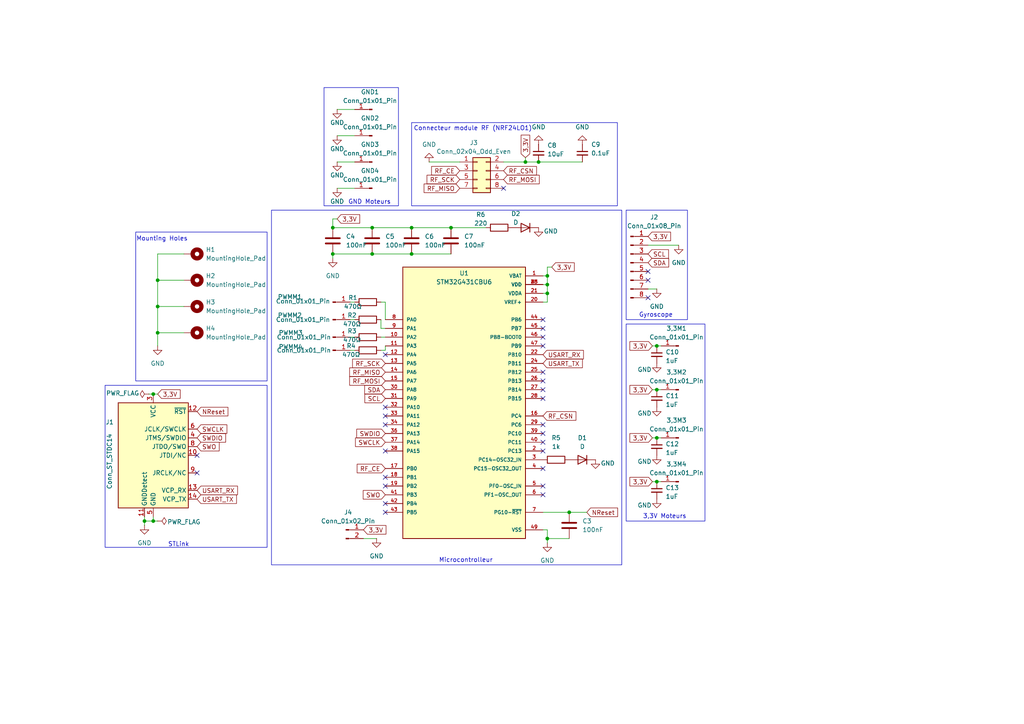
<source format=kicad_sch>
(kicad_sch
	(version 20250114)
	(generator "eeschema")
	(generator_version "9.0")
	(uuid "07fc18b6-fa43-45b9-8811-40ca32eaf445")
	(paper "A4")
	(title_block
		(title "PCB_Drone")
		(date "2025-10-21")
		(company "ENSEA")
	)
	(lib_symbols
		(symbol "Connector:Conn_01x01_Pin"
			(pin_names
				(offset 1.016)
				(hide yes)
			)
			(exclude_from_sim no)
			(in_bom yes)
			(on_board yes)
			(property "Reference" "J"
				(at 0 2.54 0)
				(effects
					(font
						(size 1.27 1.27)
					)
				)
			)
			(property "Value" "Conn_01x01_Pin"
				(at 0 -2.54 0)
				(effects
					(font
						(size 1.27 1.27)
					)
				)
			)
			(property "Footprint" ""
				(at 0 0 0)
				(effects
					(font
						(size 1.27 1.27)
					)
					(hide yes)
				)
			)
			(property "Datasheet" "~"
				(at 0 0 0)
				(effects
					(font
						(size 1.27 1.27)
					)
					(hide yes)
				)
			)
			(property "Description" "Generic connector, single row, 01x01, script generated"
				(at 0 0 0)
				(effects
					(font
						(size 1.27 1.27)
					)
					(hide yes)
				)
			)
			(property "ki_locked" ""
				(at 0 0 0)
				(effects
					(font
						(size 1.27 1.27)
					)
				)
			)
			(property "ki_keywords" "connector"
				(at 0 0 0)
				(effects
					(font
						(size 1.27 1.27)
					)
					(hide yes)
				)
			)
			(property "ki_fp_filters" "Connector*:*_1x??_*"
				(at 0 0 0)
				(effects
					(font
						(size 1.27 1.27)
					)
					(hide yes)
				)
			)
			(symbol "Conn_01x01_Pin_1_1"
				(rectangle
					(start 0.8636 0.127)
					(end 0 -0.127)
					(stroke
						(width 0.1524)
						(type default)
					)
					(fill
						(type outline)
					)
				)
				(polyline
					(pts
						(xy 1.27 0) (xy 0.8636 0)
					)
					(stroke
						(width 0.1524)
						(type default)
					)
					(fill
						(type none)
					)
				)
				(pin passive line
					(at 5.08 0 180)
					(length 3.81)
					(name "Pin_1"
						(effects
							(font
								(size 1.27 1.27)
							)
						)
					)
					(number "1"
						(effects
							(font
								(size 1.27 1.27)
							)
						)
					)
				)
			)
			(embedded_fonts no)
		)
		(symbol "Connector:Conn_01x02_Pin"
			(pin_names
				(offset 1.016)
				(hide yes)
			)
			(exclude_from_sim no)
			(in_bom yes)
			(on_board yes)
			(property "Reference" "J"
				(at 0 2.54 0)
				(effects
					(font
						(size 1.27 1.27)
					)
				)
			)
			(property "Value" "Conn_01x02_Pin"
				(at 0 -5.08 0)
				(effects
					(font
						(size 1.27 1.27)
					)
				)
			)
			(property "Footprint" ""
				(at 0 0 0)
				(effects
					(font
						(size 1.27 1.27)
					)
					(hide yes)
				)
			)
			(property "Datasheet" "~"
				(at 0 0 0)
				(effects
					(font
						(size 1.27 1.27)
					)
					(hide yes)
				)
			)
			(property "Description" "Generic connector, single row, 01x02, script generated"
				(at 0 0 0)
				(effects
					(font
						(size 1.27 1.27)
					)
					(hide yes)
				)
			)
			(property "ki_locked" ""
				(at 0 0 0)
				(effects
					(font
						(size 1.27 1.27)
					)
				)
			)
			(property "ki_keywords" "connector"
				(at 0 0 0)
				(effects
					(font
						(size 1.27 1.27)
					)
					(hide yes)
				)
			)
			(property "ki_fp_filters" "Connector*:*_1x??_*"
				(at 0 0 0)
				(effects
					(font
						(size 1.27 1.27)
					)
					(hide yes)
				)
			)
			(symbol "Conn_01x02_Pin_1_1"
				(rectangle
					(start 0.8636 0.127)
					(end 0 -0.127)
					(stroke
						(width 0.1524)
						(type default)
					)
					(fill
						(type outline)
					)
				)
				(rectangle
					(start 0.8636 -2.413)
					(end 0 -2.667)
					(stroke
						(width 0.1524)
						(type default)
					)
					(fill
						(type outline)
					)
				)
				(polyline
					(pts
						(xy 1.27 0) (xy 0.8636 0)
					)
					(stroke
						(width 0.1524)
						(type default)
					)
					(fill
						(type none)
					)
				)
				(polyline
					(pts
						(xy 1.27 -2.54) (xy 0.8636 -2.54)
					)
					(stroke
						(width 0.1524)
						(type default)
					)
					(fill
						(type none)
					)
				)
				(pin passive line
					(at 5.08 0 180)
					(length 3.81)
					(name "Pin_1"
						(effects
							(font
								(size 1.27 1.27)
							)
						)
					)
					(number "1"
						(effects
							(font
								(size 1.27 1.27)
							)
						)
					)
				)
				(pin passive line
					(at 5.08 -2.54 180)
					(length 3.81)
					(name "Pin_2"
						(effects
							(font
								(size 1.27 1.27)
							)
						)
					)
					(number "2"
						(effects
							(font
								(size 1.27 1.27)
							)
						)
					)
				)
			)
			(embedded_fonts no)
		)
		(symbol "Connector:Conn_01x08_Pin"
			(pin_names
				(offset 1.016)
				(hide yes)
			)
			(exclude_from_sim no)
			(in_bom yes)
			(on_board yes)
			(property "Reference" "J"
				(at 0 10.16 0)
				(effects
					(font
						(size 1.27 1.27)
					)
				)
			)
			(property "Value" "Conn_01x08_Pin"
				(at 0 -12.7 0)
				(effects
					(font
						(size 1.27 1.27)
					)
				)
			)
			(property "Footprint" ""
				(at 0 0 0)
				(effects
					(font
						(size 1.27 1.27)
					)
					(hide yes)
				)
			)
			(property "Datasheet" "~"
				(at 0 0 0)
				(effects
					(font
						(size 1.27 1.27)
					)
					(hide yes)
				)
			)
			(property "Description" "Generic connector, single row, 01x08, script generated"
				(at 0 0 0)
				(effects
					(font
						(size 1.27 1.27)
					)
					(hide yes)
				)
			)
			(property "ki_locked" ""
				(at 0 0 0)
				(effects
					(font
						(size 1.27 1.27)
					)
				)
			)
			(property "ki_keywords" "connector"
				(at 0 0 0)
				(effects
					(font
						(size 1.27 1.27)
					)
					(hide yes)
				)
			)
			(property "ki_fp_filters" "Connector*:*_1x??_*"
				(at 0 0 0)
				(effects
					(font
						(size 1.27 1.27)
					)
					(hide yes)
				)
			)
			(symbol "Conn_01x08_Pin_1_1"
				(rectangle
					(start 0.8636 7.747)
					(end 0 7.493)
					(stroke
						(width 0.1524)
						(type default)
					)
					(fill
						(type outline)
					)
				)
				(rectangle
					(start 0.8636 5.207)
					(end 0 4.953)
					(stroke
						(width 0.1524)
						(type default)
					)
					(fill
						(type outline)
					)
				)
				(rectangle
					(start 0.8636 2.667)
					(end 0 2.413)
					(stroke
						(width 0.1524)
						(type default)
					)
					(fill
						(type outline)
					)
				)
				(rectangle
					(start 0.8636 0.127)
					(end 0 -0.127)
					(stroke
						(width 0.1524)
						(type default)
					)
					(fill
						(type outline)
					)
				)
				(rectangle
					(start 0.8636 -2.413)
					(end 0 -2.667)
					(stroke
						(width 0.1524)
						(type default)
					)
					(fill
						(type outline)
					)
				)
				(rectangle
					(start 0.8636 -4.953)
					(end 0 -5.207)
					(stroke
						(width 0.1524)
						(type default)
					)
					(fill
						(type outline)
					)
				)
				(rectangle
					(start 0.8636 -7.493)
					(end 0 -7.747)
					(stroke
						(width 0.1524)
						(type default)
					)
					(fill
						(type outline)
					)
				)
				(rectangle
					(start 0.8636 -10.033)
					(end 0 -10.287)
					(stroke
						(width 0.1524)
						(type default)
					)
					(fill
						(type outline)
					)
				)
				(polyline
					(pts
						(xy 1.27 7.62) (xy 0.8636 7.62)
					)
					(stroke
						(width 0.1524)
						(type default)
					)
					(fill
						(type none)
					)
				)
				(polyline
					(pts
						(xy 1.27 5.08) (xy 0.8636 5.08)
					)
					(stroke
						(width 0.1524)
						(type default)
					)
					(fill
						(type none)
					)
				)
				(polyline
					(pts
						(xy 1.27 2.54) (xy 0.8636 2.54)
					)
					(stroke
						(width 0.1524)
						(type default)
					)
					(fill
						(type none)
					)
				)
				(polyline
					(pts
						(xy 1.27 0) (xy 0.8636 0)
					)
					(stroke
						(width 0.1524)
						(type default)
					)
					(fill
						(type none)
					)
				)
				(polyline
					(pts
						(xy 1.27 -2.54) (xy 0.8636 -2.54)
					)
					(stroke
						(width 0.1524)
						(type default)
					)
					(fill
						(type none)
					)
				)
				(polyline
					(pts
						(xy 1.27 -5.08) (xy 0.8636 -5.08)
					)
					(stroke
						(width 0.1524)
						(type default)
					)
					(fill
						(type none)
					)
				)
				(polyline
					(pts
						(xy 1.27 -7.62) (xy 0.8636 -7.62)
					)
					(stroke
						(width 0.1524)
						(type default)
					)
					(fill
						(type none)
					)
				)
				(polyline
					(pts
						(xy 1.27 -10.16) (xy 0.8636 -10.16)
					)
					(stroke
						(width 0.1524)
						(type default)
					)
					(fill
						(type none)
					)
				)
				(pin passive line
					(at 5.08 7.62 180)
					(length 3.81)
					(name "Pin_1"
						(effects
							(font
								(size 1.27 1.27)
							)
						)
					)
					(number "1"
						(effects
							(font
								(size 1.27 1.27)
							)
						)
					)
				)
				(pin passive line
					(at 5.08 5.08 180)
					(length 3.81)
					(name "Pin_2"
						(effects
							(font
								(size 1.27 1.27)
							)
						)
					)
					(number "2"
						(effects
							(font
								(size 1.27 1.27)
							)
						)
					)
				)
				(pin passive line
					(at 5.08 2.54 180)
					(length 3.81)
					(name "Pin_3"
						(effects
							(font
								(size 1.27 1.27)
							)
						)
					)
					(number "3"
						(effects
							(font
								(size 1.27 1.27)
							)
						)
					)
				)
				(pin passive line
					(at 5.08 0 180)
					(length 3.81)
					(name "Pin_4"
						(effects
							(font
								(size 1.27 1.27)
							)
						)
					)
					(number "4"
						(effects
							(font
								(size 1.27 1.27)
							)
						)
					)
				)
				(pin passive line
					(at 5.08 -2.54 180)
					(length 3.81)
					(name "Pin_5"
						(effects
							(font
								(size 1.27 1.27)
							)
						)
					)
					(number "5"
						(effects
							(font
								(size 1.27 1.27)
							)
						)
					)
				)
				(pin passive line
					(at 5.08 -5.08 180)
					(length 3.81)
					(name "Pin_6"
						(effects
							(font
								(size 1.27 1.27)
							)
						)
					)
					(number "6"
						(effects
							(font
								(size 1.27 1.27)
							)
						)
					)
				)
				(pin passive line
					(at 5.08 -7.62 180)
					(length 3.81)
					(name "Pin_7"
						(effects
							(font
								(size 1.27 1.27)
							)
						)
					)
					(number "7"
						(effects
							(font
								(size 1.27 1.27)
							)
						)
					)
				)
				(pin passive line
					(at 5.08 -10.16 180)
					(length 3.81)
					(name "Pin_8"
						(effects
							(font
								(size 1.27 1.27)
							)
						)
					)
					(number "8"
						(effects
							(font
								(size 1.27 1.27)
							)
						)
					)
				)
			)
			(embedded_fonts no)
		)
		(symbol "Connector:Conn_ST_STDC14"
			(exclude_from_sim no)
			(in_bom yes)
			(on_board yes)
			(property "Reference" "J"
				(at -8.89 16.51 0)
				(effects
					(font
						(size 1.27 1.27)
					)
					(justify right)
				)
			)
			(property "Value" "Conn_ST_STDC14"
				(at 17.78 16.51 0)
				(effects
					(font
						(size 1.27 1.27)
					)
					(justify right bottom)
				)
			)
			(property "Footprint" ""
				(at 0 0 0)
				(effects
					(font
						(size 1.27 1.27)
					)
					(hide yes)
				)
			)
			(property "Datasheet" "https://www.st.com/content/ccc/resource/technical/document/user_manual/group1/99/49/91/b6/b2/3a/46/e5/DM00526767/files/DM00526767.pdf/jcr:content/translations/en.DM00526767.pdf"
				(at -8.89 -31.75 90)
				(effects
					(font
						(size 1.27 1.27)
					)
					(hide yes)
				)
			)
			(property "Description" "ST Debug Connector, standard ARM Cortex-M SWD and JTAG interface plus UART"
				(at 0 0 0)
				(effects
					(font
						(size 1.27 1.27)
					)
					(hide yes)
				)
			)
			(property "ki_keywords" "ST STM32 Cortex Debug Connector ARM SWD JTAG"
				(at 0 0 0)
				(effects
					(font
						(size 1.27 1.27)
					)
					(hide yes)
				)
			)
			(property "ki_fp_filters" "PinHeader?2x07?P1.27mm*"
				(at 0 0 0)
				(effects
					(font
						(size 1.27 1.27)
					)
					(hide yes)
				)
			)
			(symbol "Conn_ST_STDC14_0_1"
				(rectangle
					(start -10.16 15.24)
					(end 10.16 -15.24)
					(stroke
						(width 0.254)
						(type default)
					)
					(fill
						(type background)
					)
				)
			)
			(symbol "Conn_ST_STDC14_1_1"
				(pin no_connect line
					(at -10.16 5.08 0)
					(length 2.54)
					(hide yes)
					(name "NC"
						(effects
							(font
								(size 1.27 1.27)
							)
						)
					)
					(number "1"
						(effects
							(font
								(size 1.27 1.27)
							)
						)
					)
				)
				(pin no_connect line
					(at -10.16 2.54 0)
					(length 2.54)
					(hide yes)
					(name "NC"
						(effects
							(font
								(size 1.27 1.27)
							)
						)
					)
					(number "2"
						(effects
							(font
								(size 1.27 1.27)
							)
						)
					)
				)
				(pin passive line
					(at -2.54 -17.78 90)
					(length 2.54)
					(name "GNDDetect"
						(effects
							(font
								(size 1.27 1.27)
							)
						)
					)
					(number "11"
						(effects
							(font
								(size 1.27 1.27)
							)
						)
					)
				)
				(pin power_in line
					(at 0 17.78 270)
					(length 2.54)
					(name "VCC"
						(effects
							(font
								(size 1.27 1.27)
							)
						)
					)
					(number "3"
						(effects
							(font
								(size 1.27 1.27)
							)
						)
					)
				)
				(pin power_in line
					(at 0 -17.78 90)
					(length 2.54)
					(name "GND"
						(effects
							(font
								(size 1.27 1.27)
							)
						)
					)
					(number "5"
						(effects
							(font
								(size 1.27 1.27)
							)
						)
					)
				)
				(pin passive line
					(at 0 -17.78 90)
					(length 2.54)
					(hide yes)
					(name "GND"
						(effects
							(font
								(size 1.27 1.27)
							)
						)
					)
					(number "7"
						(effects
							(font
								(size 1.27 1.27)
							)
						)
					)
				)
				(pin open_collector line
					(at 12.7 12.7 180)
					(length 2.54)
					(name "~{RST}"
						(effects
							(font
								(size 1.27 1.27)
							)
						)
					)
					(number "12"
						(effects
							(font
								(size 1.27 1.27)
							)
						)
					)
				)
				(pin output line
					(at 12.7 7.62 180)
					(length 2.54)
					(name "JCLK/SWCLK"
						(effects
							(font
								(size 1.27 1.27)
							)
						)
					)
					(number "6"
						(effects
							(font
								(size 1.27 1.27)
							)
						)
					)
				)
				(pin bidirectional line
					(at 12.7 5.08 180)
					(length 2.54)
					(name "JTMS/SWDIO"
						(effects
							(font
								(size 1.27 1.27)
							)
						)
					)
					(number "4"
						(effects
							(font
								(size 1.27 1.27)
							)
						)
					)
				)
				(pin input line
					(at 12.7 2.54 180)
					(length 2.54)
					(name "JTDO/SWO"
						(effects
							(font
								(size 1.27 1.27)
							)
						)
					)
					(number "8"
						(effects
							(font
								(size 1.27 1.27)
							)
						)
					)
				)
				(pin output line
					(at 12.7 0 180)
					(length 2.54)
					(name "JTDI/NC"
						(effects
							(font
								(size 1.27 1.27)
							)
						)
					)
					(number "10"
						(effects
							(font
								(size 1.27 1.27)
							)
						)
					)
				)
				(pin input line
					(at 12.7 -5.08 180)
					(length 2.54)
					(name "JRCLK/NC"
						(effects
							(font
								(size 1.27 1.27)
							)
						)
					)
					(number "9"
						(effects
							(font
								(size 1.27 1.27)
							)
						)
					)
				)
				(pin output line
					(at 12.7 -10.16 180)
					(length 2.54)
					(name "VCP_RX"
						(effects
							(font
								(size 1.27 1.27)
							)
						)
					)
					(number "13"
						(effects
							(font
								(size 1.27 1.27)
							)
						)
					)
				)
				(pin input line
					(at 12.7 -12.7 180)
					(length 2.54)
					(name "VCP_TX"
						(effects
							(font
								(size 1.27 1.27)
							)
						)
					)
					(number "14"
						(effects
							(font
								(size 1.27 1.27)
							)
						)
					)
				)
			)
			(embedded_fonts no)
		)
		(symbol "Connector_Generic:Conn_02x04_Odd_Even"
			(pin_names
				(offset 1.016)
				(hide yes)
			)
			(exclude_from_sim no)
			(in_bom yes)
			(on_board yes)
			(property "Reference" "J"
				(at 1.27 5.08 0)
				(effects
					(font
						(size 1.27 1.27)
					)
				)
			)
			(property "Value" "Conn_02x04_Odd_Even"
				(at 1.27 -7.62 0)
				(effects
					(font
						(size 1.27 1.27)
					)
				)
			)
			(property "Footprint" ""
				(at 0 0 0)
				(effects
					(font
						(size 1.27 1.27)
					)
					(hide yes)
				)
			)
			(property "Datasheet" "~"
				(at 0 0 0)
				(effects
					(font
						(size 1.27 1.27)
					)
					(hide yes)
				)
			)
			(property "Description" "Generic connector, double row, 02x04, odd/even pin numbering scheme (row 1 odd numbers, row 2 even numbers), script generated (kicad-library-utils/schlib/autogen/connector/)"
				(at 0 0 0)
				(effects
					(font
						(size 1.27 1.27)
					)
					(hide yes)
				)
			)
			(property "ki_keywords" "connector"
				(at 0 0 0)
				(effects
					(font
						(size 1.27 1.27)
					)
					(hide yes)
				)
			)
			(property "ki_fp_filters" "Connector*:*_2x??_*"
				(at 0 0 0)
				(effects
					(font
						(size 1.27 1.27)
					)
					(hide yes)
				)
			)
			(symbol "Conn_02x04_Odd_Even_1_1"
				(rectangle
					(start -1.27 3.81)
					(end 3.81 -6.35)
					(stroke
						(width 0.254)
						(type default)
					)
					(fill
						(type background)
					)
				)
				(rectangle
					(start -1.27 2.667)
					(end 0 2.413)
					(stroke
						(width 0.1524)
						(type default)
					)
					(fill
						(type none)
					)
				)
				(rectangle
					(start -1.27 0.127)
					(end 0 -0.127)
					(stroke
						(width 0.1524)
						(type default)
					)
					(fill
						(type none)
					)
				)
				(rectangle
					(start -1.27 -2.413)
					(end 0 -2.667)
					(stroke
						(width 0.1524)
						(type default)
					)
					(fill
						(type none)
					)
				)
				(rectangle
					(start -1.27 -4.953)
					(end 0 -5.207)
					(stroke
						(width 0.1524)
						(type default)
					)
					(fill
						(type none)
					)
				)
				(rectangle
					(start 3.81 2.667)
					(end 2.54 2.413)
					(stroke
						(width 0.1524)
						(type default)
					)
					(fill
						(type none)
					)
				)
				(rectangle
					(start 3.81 0.127)
					(end 2.54 -0.127)
					(stroke
						(width 0.1524)
						(type default)
					)
					(fill
						(type none)
					)
				)
				(rectangle
					(start 3.81 -2.413)
					(end 2.54 -2.667)
					(stroke
						(width 0.1524)
						(type default)
					)
					(fill
						(type none)
					)
				)
				(rectangle
					(start 3.81 -4.953)
					(end 2.54 -5.207)
					(stroke
						(width 0.1524)
						(type default)
					)
					(fill
						(type none)
					)
				)
				(pin passive line
					(at -5.08 2.54 0)
					(length 3.81)
					(name "Pin_1"
						(effects
							(font
								(size 1.27 1.27)
							)
						)
					)
					(number "1"
						(effects
							(font
								(size 1.27 1.27)
							)
						)
					)
				)
				(pin passive line
					(at -5.08 0 0)
					(length 3.81)
					(name "Pin_3"
						(effects
							(font
								(size 1.27 1.27)
							)
						)
					)
					(number "3"
						(effects
							(font
								(size 1.27 1.27)
							)
						)
					)
				)
				(pin passive line
					(at -5.08 -2.54 0)
					(length 3.81)
					(name "Pin_5"
						(effects
							(font
								(size 1.27 1.27)
							)
						)
					)
					(number "5"
						(effects
							(font
								(size 1.27 1.27)
							)
						)
					)
				)
				(pin passive line
					(at -5.08 -5.08 0)
					(length 3.81)
					(name "Pin_7"
						(effects
							(font
								(size 1.27 1.27)
							)
						)
					)
					(number "7"
						(effects
							(font
								(size 1.27 1.27)
							)
						)
					)
				)
				(pin passive line
					(at 7.62 2.54 180)
					(length 3.81)
					(name "Pin_2"
						(effects
							(font
								(size 1.27 1.27)
							)
						)
					)
					(number "2"
						(effects
							(font
								(size 1.27 1.27)
							)
						)
					)
				)
				(pin passive line
					(at 7.62 0 180)
					(length 3.81)
					(name "Pin_4"
						(effects
							(font
								(size 1.27 1.27)
							)
						)
					)
					(number "4"
						(effects
							(font
								(size 1.27 1.27)
							)
						)
					)
				)
				(pin passive line
					(at 7.62 -2.54 180)
					(length 3.81)
					(name "Pin_6"
						(effects
							(font
								(size 1.27 1.27)
							)
						)
					)
					(number "6"
						(effects
							(font
								(size 1.27 1.27)
							)
						)
					)
				)
				(pin passive line
					(at 7.62 -5.08 180)
					(length 3.81)
					(name "Pin_8"
						(effects
							(font
								(size 1.27 1.27)
							)
						)
					)
					(number "8"
						(effects
							(font
								(size 1.27 1.27)
							)
						)
					)
				)
			)
			(embedded_fonts no)
		)
		(symbol "Device:C"
			(pin_numbers
				(hide yes)
			)
			(pin_names
				(offset 0.254)
			)
			(exclude_from_sim no)
			(in_bom yes)
			(on_board yes)
			(property "Reference" "C"
				(at 0.635 2.54 0)
				(effects
					(font
						(size 1.27 1.27)
					)
					(justify left)
				)
			)
			(property "Value" "C"
				(at 0.635 -2.54 0)
				(effects
					(font
						(size 1.27 1.27)
					)
					(justify left)
				)
			)
			(property "Footprint" ""
				(at 0.9652 -3.81 0)
				(effects
					(font
						(size 1.27 1.27)
					)
					(hide yes)
				)
			)
			(property "Datasheet" "~"
				(at 0 0 0)
				(effects
					(font
						(size 1.27 1.27)
					)
					(hide yes)
				)
			)
			(property "Description" "Unpolarized capacitor"
				(at 0 0 0)
				(effects
					(font
						(size 1.27 1.27)
					)
					(hide yes)
				)
			)
			(property "ki_keywords" "cap capacitor"
				(at 0 0 0)
				(effects
					(font
						(size 1.27 1.27)
					)
					(hide yes)
				)
			)
			(property "ki_fp_filters" "C_*"
				(at 0 0 0)
				(effects
					(font
						(size 1.27 1.27)
					)
					(hide yes)
				)
			)
			(symbol "C_0_1"
				(polyline
					(pts
						(xy -2.032 0.762) (xy 2.032 0.762)
					)
					(stroke
						(width 0.508)
						(type default)
					)
					(fill
						(type none)
					)
				)
				(polyline
					(pts
						(xy -2.032 -0.762) (xy 2.032 -0.762)
					)
					(stroke
						(width 0.508)
						(type default)
					)
					(fill
						(type none)
					)
				)
			)
			(symbol "C_1_1"
				(pin passive line
					(at 0 3.81 270)
					(length 2.794)
					(name "~"
						(effects
							(font
								(size 1.27 1.27)
							)
						)
					)
					(number "1"
						(effects
							(font
								(size 1.27 1.27)
							)
						)
					)
				)
				(pin passive line
					(at 0 -3.81 90)
					(length 2.794)
					(name "~"
						(effects
							(font
								(size 1.27 1.27)
							)
						)
					)
					(number "2"
						(effects
							(font
								(size 1.27 1.27)
							)
						)
					)
				)
			)
			(embedded_fonts no)
		)
		(symbol "Device:C_Small"
			(pin_numbers
				(hide yes)
			)
			(pin_names
				(offset 0.254)
				(hide yes)
			)
			(exclude_from_sim no)
			(in_bom yes)
			(on_board yes)
			(property "Reference" "C"
				(at 0.254 1.778 0)
				(effects
					(font
						(size 1.27 1.27)
					)
					(justify left)
				)
			)
			(property "Value" "C_Small"
				(at 0.254 -2.032 0)
				(effects
					(font
						(size 1.27 1.27)
					)
					(justify left)
				)
			)
			(property "Footprint" ""
				(at 0 0 0)
				(effects
					(font
						(size 1.27 1.27)
					)
					(hide yes)
				)
			)
			(property "Datasheet" "~"
				(at 0 0 0)
				(effects
					(font
						(size 1.27 1.27)
					)
					(hide yes)
				)
			)
			(property "Description" "Unpolarized capacitor, small symbol"
				(at 0 0 0)
				(effects
					(font
						(size 1.27 1.27)
					)
					(hide yes)
				)
			)
			(property "ki_keywords" "capacitor cap"
				(at 0 0 0)
				(effects
					(font
						(size 1.27 1.27)
					)
					(hide yes)
				)
			)
			(property "ki_fp_filters" "C_*"
				(at 0 0 0)
				(effects
					(font
						(size 1.27 1.27)
					)
					(hide yes)
				)
			)
			(symbol "C_Small_0_1"
				(polyline
					(pts
						(xy -1.524 0.508) (xy 1.524 0.508)
					)
					(stroke
						(width 0.3048)
						(type default)
					)
					(fill
						(type none)
					)
				)
				(polyline
					(pts
						(xy -1.524 -0.508) (xy 1.524 -0.508)
					)
					(stroke
						(width 0.3302)
						(type default)
					)
					(fill
						(type none)
					)
				)
			)
			(symbol "C_Small_1_1"
				(pin passive line
					(at 0 2.54 270)
					(length 2.032)
					(name "~"
						(effects
							(font
								(size 1.27 1.27)
							)
						)
					)
					(number "1"
						(effects
							(font
								(size 1.27 1.27)
							)
						)
					)
				)
				(pin passive line
					(at 0 -2.54 90)
					(length 2.032)
					(name "~"
						(effects
							(font
								(size 1.27 1.27)
							)
						)
					)
					(number "2"
						(effects
							(font
								(size 1.27 1.27)
							)
						)
					)
				)
			)
			(embedded_fonts no)
		)
		(symbol "Device:D"
			(pin_numbers
				(hide yes)
			)
			(pin_names
				(offset 1.016)
				(hide yes)
			)
			(exclude_from_sim no)
			(in_bom yes)
			(on_board yes)
			(property "Reference" "D"
				(at 0 2.54 0)
				(effects
					(font
						(size 1.27 1.27)
					)
				)
			)
			(property "Value" "D"
				(at 0 -2.54 0)
				(effects
					(font
						(size 1.27 1.27)
					)
				)
			)
			(property "Footprint" ""
				(at 0 0 0)
				(effects
					(font
						(size 1.27 1.27)
					)
					(hide yes)
				)
			)
			(property "Datasheet" "~"
				(at 0 0 0)
				(effects
					(font
						(size 1.27 1.27)
					)
					(hide yes)
				)
			)
			(property "Description" "Diode"
				(at 0 0 0)
				(effects
					(font
						(size 1.27 1.27)
					)
					(hide yes)
				)
			)
			(property "Sim.Device" "D"
				(at 0 0 0)
				(effects
					(font
						(size 1.27 1.27)
					)
					(hide yes)
				)
			)
			(property "Sim.Pins" "1=K 2=A"
				(at 0 0 0)
				(effects
					(font
						(size 1.27 1.27)
					)
					(hide yes)
				)
			)
			(property "ki_keywords" "diode"
				(at 0 0 0)
				(effects
					(font
						(size 1.27 1.27)
					)
					(hide yes)
				)
			)
			(property "ki_fp_filters" "TO-???* *_Diode_* *SingleDiode* D_*"
				(at 0 0 0)
				(effects
					(font
						(size 1.27 1.27)
					)
					(hide yes)
				)
			)
			(symbol "D_0_1"
				(polyline
					(pts
						(xy -1.27 1.27) (xy -1.27 -1.27)
					)
					(stroke
						(width 0.254)
						(type default)
					)
					(fill
						(type none)
					)
				)
				(polyline
					(pts
						(xy 1.27 1.27) (xy 1.27 -1.27) (xy -1.27 0) (xy 1.27 1.27)
					)
					(stroke
						(width 0.254)
						(type default)
					)
					(fill
						(type none)
					)
				)
				(polyline
					(pts
						(xy 1.27 0) (xy -1.27 0)
					)
					(stroke
						(width 0)
						(type default)
					)
					(fill
						(type none)
					)
				)
			)
			(symbol "D_1_1"
				(pin passive line
					(at -3.81 0 0)
					(length 2.54)
					(name "K"
						(effects
							(font
								(size 1.27 1.27)
							)
						)
					)
					(number "1"
						(effects
							(font
								(size 1.27 1.27)
							)
						)
					)
				)
				(pin passive line
					(at 3.81 0 180)
					(length 2.54)
					(name "A"
						(effects
							(font
								(size 1.27 1.27)
							)
						)
					)
					(number "2"
						(effects
							(font
								(size 1.27 1.27)
							)
						)
					)
				)
			)
			(embedded_fonts no)
		)
		(symbol "Device:R"
			(pin_numbers
				(hide yes)
			)
			(pin_names
				(offset 0)
			)
			(exclude_from_sim no)
			(in_bom yes)
			(on_board yes)
			(property "Reference" "R"
				(at 2.032 0 90)
				(effects
					(font
						(size 1.27 1.27)
					)
				)
			)
			(property "Value" "R"
				(at 0 0 90)
				(effects
					(font
						(size 1.27 1.27)
					)
				)
			)
			(property "Footprint" ""
				(at -1.778 0 90)
				(effects
					(font
						(size 1.27 1.27)
					)
					(hide yes)
				)
			)
			(property "Datasheet" "~"
				(at 0 0 0)
				(effects
					(font
						(size 1.27 1.27)
					)
					(hide yes)
				)
			)
			(property "Description" "Resistor"
				(at 0 0 0)
				(effects
					(font
						(size 1.27 1.27)
					)
					(hide yes)
				)
			)
			(property "ki_keywords" "R res resistor"
				(at 0 0 0)
				(effects
					(font
						(size 1.27 1.27)
					)
					(hide yes)
				)
			)
			(property "ki_fp_filters" "R_*"
				(at 0 0 0)
				(effects
					(font
						(size 1.27 1.27)
					)
					(hide yes)
				)
			)
			(symbol "R_0_1"
				(rectangle
					(start -1.016 -2.54)
					(end 1.016 2.54)
					(stroke
						(width 0.254)
						(type default)
					)
					(fill
						(type none)
					)
				)
			)
			(symbol "R_1_1"
				(pin passive line
					(at 0 3.81 270)
					(length 1.27)
					(name "~"
						(effects
							(font
								(size 1.27 1.27)
							)
						)
					)
					(number "1"
						(effects
							(font
								(size 1.27 1.27)
							)
						)
					)
				)
				(pin passive line
					(at 0 -3.81 90)
					(length 1.27)
					(name "~"
						(effects
							(font
								(size 1.27 1.27)
							)
						)
					)
					(number "2"
						(effects
							(font
								(size 1.27 1.27)
							)
						)
					)
				)
			)
			(embedded_fonts no)
		)
		(symbol "Mechanical:MountingHole_Pad"
			(pin_numbers
				(hide yes)
			)
			(pin_names
				(offset 1.016)
				(hide yes)
			)
			(exclude_from_sim no)
			(in_bom no)
			(on_board yes)
			(property "Reference" "H"
				(at 0 6.35 0)
				(effects
					(font
						(size 1.27 1.27)
					)
				)
			)
			(property "Value" "MountingHole_Pad"
				(at 0 4.445 0)
				(effects
					(font
						(size 1.27 1.27)
					)
				)
			)
			(property "Footprint" ""
				(at 0 0 0)
				(effects
					(font
						(size 1.27 1.27)
					)
					(hide yes)
				)
			)
			(property "Datasheet" "~"
				(at 0 0 0)
				(effects
					(font
						(size 1.27 1.27)
					)
					(hide yes)
				)
			)
			(property "Description" "Mounting Hole with connection"
				(at 0 0 0)
				(effects
					(font
						(size 1.27 1.27)
					)
					(hide yes)
				)
			)
			(property "ki_keywords" "mounting hole"
				(at 0 0 0)
				(effects
					(font
						(size 1.27 1.27)
					)
					(hide yes)
				)
			)
			(property "ki_fp_filters" "MountingHole*Pad*"
				(at 0 0 0)
				(effects
					(font
						(size 1.27 1.27)
					)
					(hide yes)
				)
			)
			(symbol "MountingHole_Pad_0_1"
				(circle
					(center 0 1.27)
					(radius 1.27)
					(stroke
						(width 1.27)
						(type default)
					)
					(fill
						(type none)
					)
				)
			)
			(symbol "MountingHole_Pad_1_1"
				(pin input line
					(at 0 -2.54 90)
					(length 2.54)
					(name "1"
						(effects
							(font
								(size 1.27 1.27)
							)
						)
					)
					(number "1"
						(effects
							(font
								(size 1.27 1.27)
							)
						)
					)
				)
			)
			(embedded_fonts no)
		)
		(symbol "STM32G431CBU6:STM32G431CBU6"
			(pin_names
				(offset 1.016)
			)
			(exclude_from_sim no)
			(in_bom yes)
			(on_board yes)
			(property "Reference" "U"
				(at -17.78 41.402 0)
				(effects
					(font
						(size 1.27 1.27)
					)
					(justify left bottom)
				)
			)
			(property "Value" "STM32G431CBU6"
				(at -17.78 -40.64 0)
				(effects
					(font
						(size 1.27 1.27)
					)
					(justify left bottom)
				)
			)
			(property "Footprint" "STM32G431CBU6:QFN50P700X700X60-49N"
				(at 0 0 0)
				(effects
					(font
						(size 1.27 1.27)
					)
					(justify bottom)
					(hide yes)
				)
			)
			(property "Datasheet" ""
				(at 0 0 0)
				(effects
					(font
						(size 1.27 1.27)
					)
					(hide yes)
				)
			)
			(property "Description" ""
				(at 0 0 0)
				(effects
					(font
						(size 1.27 1.27)
					)
					(hide yes)
				)
			)
			(property "MF" "STMicroelectronics"
				(at 0 0 0)
				(effects
					(font
						(size 1.27 1.27)
					)
					(justify bottom)
					(hide yes)
				)
			)
			(property "MAXIMUM_PACKAGE_HEIGHT" "0.6mm"
				(at 0 0 0)
				(effects
					(font
						(size 1.27 1.27)
					)
					(justify bottom)
					(hide yes)
				)
			)
			(property "Package" "UFQFPN-48 STMicroelectronics"
				(at 0 0 0)
				(effects
					(font
						(size 1.27 1.27)
					)
					(justify bottom)
					(hide yes)
				)
			)
			(property "Price" "None"
				(at 0 0 0)
				(effects
					(font
						(size 1.27 1.27)
					)
					(justify bottom)
					(hide yes)
				)
			)
			(property "Check_prices" "https://www.snapeda.com/parts/STM32G431CBU6/STMicroelectronics/view-part/?ref=eda"
				(at 0 0 0)
				(effects
					(font
						(size 1.27 1.27)
					)
					(justify bottom)
					(hide yes)
				)
			)
			(property "STANDARD" "IPC-7351B"
				(at 0 0 0)
				(effects
					(font
						(size 1.27 1.27)
					)
					(justify bottom)
					(hide yes)
				)
			)
			(property "PARTREV" "6"
				(at 0 0 0)
				(effects
					(font
						(size 1.27 1.27)
					)
					(justify bottom)
					(hide yes)
				)
			)
			(property "SnapEDA_Link" "https://www.snapeda.com/parts/STM32G431CBU6/STMicroelectronics/view-part/?ref=snap"
				(at 0 0 0)
				(effects
					(font
						(size 1.27 1.27)
					)
					(justify bottom)
					(hide yes)
				)
			)
			(property "MP" "STM32G431CBU6"
				(at 0 0 0)
				(effects
					(font
						(size 1.27 1.27)
					)
					(justify bottom)
					(hide yes)
				)
			)
			(property "Description_1" "ARM® Cortex®-M4F STM32G4 Microcontroller IC 32-Bit Single-Core 170MHz 128KB (128K x 8) FLASH 48-UFQFPN (7x7)"
				(at 0 0 0)
				(effects
					(font
						(size 1.27 1.27)
					)
					(justify bottom)
					(hide yes)
				)
			)
			(property "Availability" "In Stock"
				(at 0 0 0)
				(effects
					(font
						(size 1.27 1.27)
					)
					(justify bottom)
					(hide yes)
				)
			)
			(property "MANUFACTURER" "STMicroelectronics"
				(at 0 0 0)
				(effects
					(font
						(size 1.27 1.27)
					)
					(justify bottom)
					(hide yes)
				)
			)
			(symbol "STM32G431CBU6_0_0"
				(rectangle
					(start -17.78 -38.1)
					(end 17.78 40.64)
					(stroke
						(width 0.254)
						(type default)
					)
					(fill
						(type background)
					)
				)
				(pin bidirectional line
					(at -22.86 25.4 0)
					(length 5.08)
					(name "PA0"
						(effects
							(font
								(size 1.016 1.016)
							)
						)
					)
					(number "8"
						(effects
							(font
								(size 1.016 1.016)
							)
						)
					)
				)
				(pin bidirectional line
					(at -22.86 22.86 0)
					(length 5.08)
					(name "PA1"
						(effects
							(font
								(size 1.016 1.016)
							)
						)
					)
					(number "9"
						(effects
							(font
								(size 1.016 1.016)
							)
						)
					)
				)
				(pin bidirectional line
					(at -22.86 20.32 0)
					(length 5.08)
					(name "PA2"
						(effects
							(font
								(size 1.016 1.016)
							)
						)
					)
					(number "10"
						(effects
							(font
								(size 1.016 1.016)
							)
						)
					)
				)
				(pin bidirectional line
					(at -22.86 17.78 0)
					(length 5.08)
					(name "PA3"
						(effects
							(font
								(size 1.016 1.016)
							)
						)
					)
					(number "11"
						(effects
							(font
								(size 1.016 1.016)
							)
						)
					)
				)
				(pin bidirectional line
					(at -22.86 15.24 0)
					(length 5.08)
					(name "PA4"
						(effects
							(font
								(size 1.016 1.016)
							)
						)
					)
					(number "12"
						(effects
							(font
								(size 1.016 1.016)
							)
						)
					)
				)
				(pin bidirectional line
					(at -22.86 12.7 0)
					(length 5.08)
					(name "PA5"
						(effects
							(font
								(size 1.016 1.016)
							)
						)
					)
					(number "13"
						(effects
							(font
								(size 1.016 1.016)
							)
						)
					)
				)
				(pin bidirectional line
					(at -22.86 10.16 0)
					(length 5.08)
					(name "PA6"
						(effects
							(font
								(size 1.016 1.016)
							)
						)
					)
					(number "14"
						(effects
							(font
								(size 1.016 1.016)
							)
						)
					)
				)
				(pin bidirectional line
					(at -22.86 7.62 0)
					(length 5.08)
					(name "PA7"
						(effects
							(font
								(size 1.016 1.016)
							)
						)
					)
					(number "15"
						(effects
							(font
								(size 1.016 1.016)
							)
						)
					)
				)
				(pin bidirectional line
					(at -22.86 5.08 0)
					(length 5.08)
					(name "PA8"
						(effects
							(font
								(size 1.016 1.016)
							)
						)
					)
					(number "30"
						(effects
							(font
								(size 1.016 1.016)
							)
						)
					)
				)
				(pin bidirectional line
					(at -22.86 2.54 0)
					(length 5.08)
					(name "PA9"
						(effects
							(font
								(size 1.016 1.016)
							)
						)
					)
					(number "31"
						(effects
							(font
								(size 1.016 1.016)
							)
						)
					)
				)
				(pin bidirectional line
					(at -22.86 0 0)
					(length 5.08)
					(name "PA10"
						(effects
							(font
								(size 1.016 1.016)
							)
						)
					)
					(number "32"
						(effects
							(font
								(size 1.016 1.016)
							)
						)
					)
				)
				(pin bidirectional line
					(at -22.86 -2.54 0)
					(length 5.08)
					(name "PA11"
						(effects
							(font
								(size 1.016 1.016)
							)
						)
					)
					(number "33"
						(effects
							(font
								(size 1.016 1.016)
							)
						)
					)
				)
				(pin bidirectional line
					(at -22.86 -5.08 0)
					(length 5.08)
					(name "PA12"
						(effects
							(font
								(size 1.016 1.016)
							)
						)
					)
					(number "34"
						(effects
							(font
								(size 1.016 1.016)
							)
						)
					)
				)
				(pin bidirectional line
					(at -22.86 -7.62 0)
					(length 5.08)
					(name "PA13"
						(effects
							(font
								(size 1.016 1.016)
							)
						)
					)
					(number "36"
						(effects
							(font
								(size 1.016 1.016)
							)
						)
					)
				)
				(pin bidirectional line
					(at -22.86 -10.16 0)
					(length 5.08)
					(name "PA14"
						(effects
							(font
								(size 1.016 1.016)
							)
						)
					)
					(number "37"
						(effects
							(font
								(size 1.016 1.016)
							)
						)
					)
				)
				(pin bidirectional line
					(at -22.86 -12.7 0)
					(length 5.08)
					(name "PA15"
						(effects
							(font
								(size 1.016 1.016)
							)
						)
					)
					(number "38"
						(effects
							(font
								(size 1.016 1.016)
							)
						)
					)
				)
				(pin bidirectional line
					(at -22.86 -17.78 0)
					(length 5.08)
					(name "PB0"
						(effects
							(font
								(size 1.016 1.016)
							)
						)
					)
					(number "17"
						(effects
							(font
								(size 1.016 1.016)
							)
						)
					)
				)
				(pin bidirectional line
					(at -22.86 -20.32 0)
					(length 5.08)
					(name "PB1"
						(effects
							(font
								(size 1.016 1.016)
							)
						)
					)
					(number "18"
						(effects
							(font
								(size 1.016 1.016)
							)
						)
					)
				)
				(pin bidirectional line
					(at -22.86 -22.86 0)
					(length 5.08)
					(name "PB2"
						(effects
							(font
								(size 1.016 1.016)
							)
						)
					)
					(number "19"
						(effects
							(font
								(size 1.016 1.016)
							)
						)
					)
				)
				(pin bidirectional line
					(at -22.86 -25.4 0)
					(length 5.08)
					(name "PB3"
						(effects
							(font
								(size 1.016 1.016)
							)
						)
					)
					(number "41"
						(effects
							(font
								(size 1.016 1.016)
							)
						)
					)
				)
				(pin bidirectional line
					(at -22.86 -27.94 0)
					(length 5.08)
					(name "PB4"
						(effects
							(font
								(size 1.016 1.016)
							)
						)
					)
					(number "42"
						(effects
							(font
								(size 1.016 1.016)
							)
						)
					)
				)
				(pin bidirectional line
					(at -22.86 -30.48 0)
					(length 5.08)
					(name "PB5"
						(effects
							(font
								(size 1.016 1.016)
							)
						)
					)
					(number "43"
						(effects
							(font
								(size 1.016 1.016)
							)
						)
					)
				)
				(pin power_in line
					(at 22.86 38.1 180)
					(length 5.08)
					(name "VBAT"
						(effects
							(font
								(size 1.016 1.016)
							)
						)
					)
					(number "1"
						(effects
							(font
								(size 1.016 1.016)
							)
						)
					)
				)
				(pin power_in line
					(at 22.86 35.56 180)
					(length 5.08)
					(name "VDD"
						(effects
							(font
								(size 1.016 1.016)
							)
						)
					)
					(number "23"
						(effects
							(font
								(size 1.016 1.016)
							)
						)
					)
				)
				(pin power_in line
					(at 22.86 35.56 180)
					(length 5.08)
					(name "VDD"
						(effects
							(font
								(size 1.016 1.016)
							)
						)
					)
					(number "35"
						(effects
							(font
								(size 1.016 1.016)
							)
						)
					)
				)
				(pin power_in line
					(at 22.86 35.56 180)
					(length 5.08)
					(name "VDD"
						(effects
							(font
								(size 1.016 1.016)
							)
						)
					)
					(number "48"
						(effects
							(font
								(size 1.016 1.016)
							)
						)
					)
				)
				(pin power_in line
					(at 22.86 33.02 180)
					(length 5.08)
					(name "VDDA"
						(effects
							(font
								(size 1.016 1.016)
							)
						)
					)
					(number "21"
						(effects
							(font
								(size 1.016 1.016)
							)
						)
					)
				)
				(pin power_in line
					(at 22.86 30.48 180)
					(length 5.08)
					(name "VREF+"
						(effects
							(font
								(size 1.016 1.016)
							)
						)
					)
					(number "20"
						(effects
							(font
								(size 1.016 1.016)
							)
						)
					)
				)
				(pin bidirectional line
					(at 22.86 25.4 180)
					(length 5.08)
					(name "PB6"
						(effects
							(font
								(size 1.016 1.016)
							)
						)
					)
					(number "44"
						(effects
							(font
								(size 1.016 1.016)
							)
						)
					)
				)
				(pin bidirectional line
					(at 22.86 22.86 180)
					(length 5.08)
					(name "PB7"
						(effects
							(font
								(size 1.016 1.016)
							)
						)
					)
					(number "45"
						(effects
							(font
								(size 1.016 1.016)
							)
						)
					)
				)
				(pin bidirectional line
					(at 22.86 20.32 180)
					(length 5.08)
					(name "PB8-BOOT0"
						(effects
							(font
								(size 1.016 1.016)
							)
						)
					)
					(number "46"
						(effects
							(font
								(size 1.016 1.016)
							)
						)
					)
				)
				(pin bidirectional line
					(at 22.86 17.78 180)
					(length 5.08)
					(name "PB9"
						(effects
							(font
								(size 1.016 1.016)
							)
						)
					)
					(number "47"
						(effects
							(font
								(size 1.016 1.016)
							)
						)
					)
				)
				(pin bidirectional line
					(at 22.86 15.24 180)
					(length 5.08)
					(name "PB10"
						(effects
							(font
								(size 1.016 1.016)
							)
						)
					)
					(number "22"
						(effects
							(font
								(size 1.016 1.016)
							)
						)
					)
				)
				(pin bidirectional line
					(at 22.86 12.7 180)
					(length 5.08)
					(name "PB11"
						(effects
							(font
								(size 1.016 1.016)
							)
						)
					)
					(number "24"
						(effects
							(font
								(size 1.016 1.016)
							)
						)
					)
				)
				(pin bidirectional line
					(at 22.86 10.16 180)
					(length 5.08)
					(name "PB12"
						(effects
							(font
								(size 1.016 1.016)
							)
						)
					)
					(number "25"
						(effects
							(font
								(size 1.016 1.016)
							)
						)
					)
				)
				(pin bidirectional line
					(at 22.86 7.62 180)
					(length 5.08)
					(name "PB13"
						(effects
							(font
								(size 1.016 1.016)
							)
						)
					)
					(number "26"
						(effects
							(font
								(size 1.016 1.016)
							)
						)
					)
				)
				(pin bidirectional line
					(at 22.86 5.08 180)
					(length 5.08)
					(name "PB14"
						(effects
							(font
								(size 1.016 1.016)
							)
						)
					)
					(number "27"
						(effects
							(font
								(size 1.016 1.016)
							)
						)
					)
				)
				(pin bidirectional line
					(at 22.86 2.54 180)
					(length 5.08)
					(name "PB15"
						(effects
							(font
								(size 1.016 1.016)
							)
						)
					)
					(number "28"
						(effects
							(font
								(size 1.016 1.016)
							)
						)
					)
				)
				(pin bidirectional line
					(at 22.86 -2.54 180)
					(length 5.08)
					(name "PC4"
						(effects
							(font
								(size 1.016 1.016)
							)
						)
					)
					(number "16"
						(effects
							(font
								(size 1.016 1.016)
							)
						)
					)
				)
				(pin bidirectional line
					(at 22.86 -5.08 180)
					(length 5.08)
					(name "PC6"
						(effects
							(font
								(size 1.016 1.016)
							)
						)
					)
					(number "29"
						(effects
							(font
								(size 1.016 1.016)
							)
						)
					)
				)
				(pin bidirectional line
					(at 22.86 -7.62 180)
					(length 5.08)
					(name "PC10"
						(effects
							(font
								(size 1.016 1.016)
							)
						)
					)
					(number "39"
						(effects
							(font
								(size 1.016 1.016)
							)
						)
					)
				)
				(pin bidirectional line
					(at 22.86 -10.16 180)
					(length 5.08)
					(name "PC11"
						(effects
							(font
								(size 1.016 1.016)
							)
						)
					)
					(number "40"
						(effects
							(font
								(size 1.016 1.016)
							)
						)
					)
				)
				(pin bidirectional line
					(at 22.86 -12.7 180)
					(length 5.08)
					(name "PC13"
						(effects
							(font
								(size 1.016 1.016)
							)
						)
					)
					(number "2"
						(effects
							(font
								(size 1.016 1.016)
							)
						)
					)
				)
				(pin bidirectional line
					(at 22.86 -15.24 180)
					(length 5.08)
					(name "PC14-OSC32_IN"
						(effects
							(font
								(size 1.016 1.016)
							)
						)
					)
					(number "3"
						(effects
							(font
								(size 1.016 1.016)
							)
						)
					)
				)
				(pin bidirectional line
					(at 22.86 -17.78 180)
					(length 5.08)
					(name "PC15-OSC32_OUT"
						(effects
							(font
								(size 1.016 1.016)
							)
						)
					)
					(number "4"
						(effects
							(font
								(size 1.016 1.016)
							)
						)
					)
				)
				(pin bidirectional line
					(at 22.86 -22.86 180)
					(length 5.08)
					(name "PF0-OSC_IN"
						(effects
							(font
								(size 1.016 1.016)
							)
						)
					)
					(number "5"
						(effects
							(font
								(size 1.016 1.016)
							)
						)
					)
				)
				(pin bidirectional line
					(at 22.86 -25.4 180)
					(length 5.08)
					(name "PF1-OSC_OUT"
						(effects
							(font
								(size 1.016 1.016)
							)
						)
					)
					(number "6"
						(effects
							(font
								(size 1.016 1.016)
							)
						)
					)
				)
				(pin bidirectional line
					(at 22.86 -30.48 180)
					(length 5.08)
					(name "PG10-~{RST}"
						(effects
							(font
								(size 1.016 1.016)
							)
						)
					)
					(number "7"
						(effects
							(font
								(size 1.016 1.016)
							)
						)
					)
				)
				(pin power_in line
					(at 22.86 -35.56 180)
					(length 5.08)
					(name "VSS"
						(effects
							(font
								(size 1.016 1.016)
							)
						)
					)
					(number "49"
						(effects
							(font
								(size 1.016 1.016)
							)
						)
					)
				)
			)
			(embedded_fonts no)
		)
		(symbol "power:GND"
			(power)
			(pin_numbers
				(hide yes)
			)
			(pin_names
				(offset 0)
				(hide yes)
			)
			(exclude_from_sim no)
			(in_bom yes)
			(on_board yes)
			(property "Reference" "#PWR"
				(at 0 -6.35 0)
				(effects
					(font
						(size 1.27 1.27)
					)
					(hide yes)
				)
			)
			(property "Value" "GND"
				(at 0 -3.81 0)
				(effects
					(font
						(size 1.27 1.27)
					)
				)
			)
			(property "Footprint" ""
				(at 0 0 0)
				(effects
					(font
						(size 1.27 1.27)
					)
					(hide yes)
				)
			)
			(property "Datasheet" ""
				(at 0 0 0)
				(effects
					(font
						(size 1.27 1.27)
					)
					(hide yes)
				)
			)
			(property "Description" "Power symbol creates a global label with name \"GND\" , ground"
				(at 0 0 0)
				(effects
					(font
						(size 1.27 1.27)
					)
					(hide yes)
				)
			)
			(property "ki_keywords" "global power"
				(at 0 0 0)
				(effects
					(font
						(size 1.27 1.27)
					)
					(hide yes)
				)
			)
			(symbol "GND_0_1"
				(polyline
					(pts
						(xy 0 0) (xy 0 -1.27) (xy 1.27 -1.27) (xy 0 -2.54) (xy -1.27 -1.27) (xy 0 -1.27)
					)
					(stroke
						(width 0)
						(type default)
					)
					(fill
						(type none)
					)
				)
			)
			(symbol "GND_1_1"
				(pin power_in line
					(at 0 0 270)
					(length 0)
					(name "~"
						(effects
							(font
								(size 1.27 1.27)
							)
						)
					)
					(number "1"
						(effects
							(font
								(size 1.27 1.27)
							)
						)
					)
				)
			)
			(embedded_fonts no)
		)
		(symbol "power:PWR_FLAG"
			(power)
			(pin_numbers
				(hide yes)
			)
			(pin_names
				(offset 0)
				(hide yes)
			)
			(exclude_from_sim no)
			(in_bom yes)
			(on_board yes)
			(property "Reference" "#FLG"
				(at 0 1.905 0)
				(effects
					(font
						(size 1.27 1.27)
					)
					(hide yes)
				)
			)
			(property "Value" "PWR_FLAG"
				(at 0 3.81 0)
				(effects
					(font
						(size 1.27 1.27)
					)
				)
			)
			(property "Footprint" ""
				(at 0 0 0)
				(effects
					(font
						(size 1.27 1.27)
					)
					(hide yes)
				)
			)
			(property "Datasheet" "~"
				(at 0 0 0)
				(effects
					(font
						(size 1.27 1.27)
					)
					(hide yes)
				)
			)
			(property "Description" "Special symbol for telling ERC where power comes from"
				(at 0 0 0)
				(effects
					(font
						(size 1.27 1.27)
					)
					(hide yes)
				)
			)
			(property "ki_keywords" "flag power"
				(at 0 0 0)
				(effects
					(font
						(size 1.27 1.27)
					)
					(hide yes)
				)
			)
			(symbol "PWR_FLAG_0_0"
				(pin power_out line
					(at 0 0 90)
					(length 0)
					(name "~"
						(effects
							(font
								(size 1.27 1.27)
							)
						)
					)
					(number "1"
						(effects
							(font
								(size 1.27 1.27)
							)
						)
					)
				)
			)
			(symbol "PWR_FLAG_0_1"
				(polyline
					(pts
						(xy 0 0) (xy 0 1.27) (xy -1.016 1.905) (xy 0 2.54) (xy 1.016 1.905) (xy 0 1.27)
					)
					(stroke
						(width 0)
						(type default)
					)
					(fill
						(type none)
					)
				)
			)
			(embedded_fonts no)
		)
	)
	(rectangle
		(start 93.98 25.4)
		(end 115.57 59.69)
		(stroke
			(width 0)
			(type default)
		)
		(fill
			(type none)
		)
		(uuid 379ed62e-0306-44c3-968d-88593f71dd95)
	)
	(rectangle
		(start 119.38 35.56)
		(end 179.07 59.69)
		(stroke
			(width 0)
			(type default)
		)
		(fill
			(type none)
		)
		(uuid 6a66c543-77cb-4444-8745-af7d6c60c459)
	)
	(rectangle
		(start 39.37 67.31)
		(end 77.47 110.49)
		(stroke
			(width 0)
			(type default)
		)
		(fill
			(type none)
		)
		(uuid ab039f6e-fc71-4693-af92-ceca917d8425)
	)
	(rectangle
		(start 181.61 60.96)
		(end 199.39 92.71)
		(stroke
			(width 0)
			(type default)
		)
		(fill
			(type none)
		)
		(uuid cff84cbf-db55-4c45-8720-d0c12ed06c13)
	)
	(rectangle
		(start 30.48 111.76)
		(end 77.47 158.75)
		(stroke
			(width 0)
			(type default)
		)
		(fill
			(type none)
		)
		(uuid de19b020-b71d-4d72-b914-44fda3c21c03)
	)
	(rectangle
		(start 78.74 60.96)
		(end 180.34 163.83)
		(stroke
			(width 0)
			(type default)
		)
		(fill
			(type none)
		)
		(uuid e5f43494-98f7-4829-9055-3054be5b4bf2)
	)
	(rectangle
		(start 181.61 93.98)
		(end 204.47 151.13)
		(stroke
			(width 0)
			(type default)
		)
		(fill
			(type none)
		)
		(uuid fd2b0107-c31a-4b66-9a0e-199509505987)
	)
	(text "3,3V Moteurs"
		(exclude_from_sim no)
		(at 192.786 149.86 0)
		(effects
			(font
				(size 1.27 1.27)
			)
		)
		(uuid "06c692ef-26be-4fb8-a7af-2ef5de591828")
	)
	(text "Connecteur module RF (NRF24LO1)"
		(exclude_from_sim no)
		(at 137.16 37.338 0)
		(effects
			(font
				(size 1.27 1.27)
			)
		)
		(uuid "1dcdcc5d-79a2-4470-80ba-19ce8cb83ee9")
	)
	(text "Microcontrolleur"
		(exclude_from_sim no)
		(at 135.128 162.56 0)
		(effects
			(font
				(size 1.27 1.27)
			)
		)
		(uuid "4352923c-e315-4645-a665-8c5776c5cd77")
	)
	(text "Gyroscope"
		(exclude_from_sim no)
		(at 190.246 91.44 0)
		(effects
			(font
				(size 1.27 1.27)
			)
		)
		(uuid "5b6a7b0b-04b3-4630-ab89-29c62a033cf2")
	)
	(text "STLink"
		(exclude_from_sim no)
		(at 51.816 157.988 0)
		(effects
			(font
				(size 1.27 1.27)
			)
		)
		(uuid "acbe094e-1d30-4190-8b5e-bd52cfc72f5b")
	)
	(text "Mounting Holes"
		(exclude_from_sim no)
		(at 46.99 69.342 0)
		(effects
			(font
				(size 1.27 1.27)
			)
		)
		(uuid "d018d432-9886-4264-bc81-8294ee5d2d6b")
	)
	(text "GND Moteurs"
		(exclude_from_sim no)
		(at 107.188 58.674 0)
		(effects
			(font
				(size 1.27 1.27)
			)
		)
		(uuid "dfa80b60-34e0-4ff1-a7f2-4fcdfb163aae")
	)
	(junction
		(at 45.72 81.28)
		(diameter 0)
		(color 0 0 0 0)
		(uuid "061e937f-469f-4c27-95da-b3311bd6c735")
	)
	(junction
		(at 45.72 88.9)
		(diameter 0)
		(color 0 0 0 0)
		(uuid "1c886ae9-7251-489f-b8f9-902e6ff09dc2")
	)
	(junction
		(at 158.75 156.21)
		(diameter 0)
		(color 0 0 0 0)
		(uuid "2cc224a7-c05f-4ec4-b688-e78cffc1d955")
	)
	(junction
		(at 107.95 66.04)
		(diameter 0)
		(color 0 0 0 0)
		(uuid "44f43230-bd84-4972-8e28-7c37dd4be1e7")
	)
	(junction
		(at 190.5 113.03)
		(diameter 0)
		(color 0 0 0 0)
		(uuid "458b1b7a-1509-4363-90fb-f738255a9398")
	)
	(junction
		(at 41.91 151.13)
		(diameter 0)
		(color 0 0 0 0)
		(uuid "47d64cb1-c303-4331-8bc4-abef65d4f646")
	)
	(junction
		(at 44.45 151.13)
		(diameter 0)
		(color 0 0 0 0)
		(uuid "550c1408-dcd2-46e0-bb07-0976133ec345")
	)
	(junction
		(at 96.52 66.04)
		(diameter 0)
		(color 0 0 0 0)
		(uuid "55c95f88-5a2d-44ac-8869-35a68558c717")
	)
	(junction
		(at 158.75 80.01)
		(diameter 0)
		(color 0 0 0 0)
		(uuid "617a3bf8-a55f-4dcf-ad92-2677ea1621c8")
	)
	(junction
		(at 45.72 96.52)
		(diameter 0)
		(color 0 0 0 0)
		(uuid "6ed7dde0-6a7c-4ba1-8243-2f75b61d529f")
	)
	(junction
		(at 130.81 66.04)
		(diameter 0)
		(color 0 0 0 0)
		(uuid "7a1df9c0-f923-4e03-a4f8-c9e335dd231c")
	)
	(junction
		(at 156.21 46.99)
		(diameter 0)
		(color 0 0 0 0)
		(uuid "80591b23-d7ef-4ee3-b1e7-378ece07a13c")
	)
	(junction
		(at 96.52 73.66)
		(diameter 0)
		(color 0 0 0 0)
		(uuid "8156a4b1-b189-4755-8ea3-f8423906f6ce")
	)
	(junction
		(at 107.95 73.66)
		(diameter 0)
		(color 0 0 0 0)
		(uuid "8387967e-d3b0-46f7-a50e-1b0d1cbad93c")
	)
	(junction
		(at 158.75 85.09)
		(diameter 0)
		(color 0 0 0 0)
		(uuid "8d3369b6-6e69-4bd8-80b0-0f3f143d1215")
	)
	(junction
		(at 119.38 66.04)
		(diameter 0)
		(color 0 0 0 0)
		(uuid "8d791b3a-6ed0-4c27-b262-716e31950df9")
	)
	(junction
		(at 119.38 73.66)
		(diameter 0)
		(color 0 0 0 0)
		(uuid "a1e96f98-706d-4714-bc8e-43a444656c74")
	)
	(junction
		(at 190.5 127)
		(diameter 0)
		(color 0 0 0 0)
		(uuid "a88098dc-a8f7-44ab-a069-51caf2ee4c5e")
	)
	(junction
		(at 152.4 46.99)
		(diameter 0)
		(color 0 0 0 0)
		(uuid "b097f636-92eb-44d9-9de3-29e80623d06e")
	)
	(junction
		(at 190.5 139.7)
		(diameter 0)
		(color 0 0 0 0)
		(uuid "c1a3cf09-b402-49bd-9620-48d0d60892c5")
	)
	(junction
		(at 158.75 82.55)
		(diameter 0)
		(color 0 0 0 0)
		(uuid "d840d0e8-7278-48e6-8871-de2d4c15cabd")
	)
	(junction
		(at 165.1 148.59)
		(diameter 0)
		(color 0 0 0 0)
		(uuid "e79b0db9-d075-4c2a-bf62-dca6f3bad151")
	)
	(junction
		(at 44.45 114.3)
		(diameter 0)
		(color 0 0 0 0)
		(uuid "f0d025bf-d24b-48dd-b2f2-f91f4cdb778c")
	)
	(junction
		(at 190.5 100.33)
		(diameter 0)
		(color 0 0 0 0)
		(uuid "febdd5a3-fcca-44c4-a4f0-c7ad6d2bc351")
	)
	(no_connect
		(at 157.48 143.51)
		(uuid "0623c33d-a743-45a2-b10f-9785ce0099bd")
	)
	(no_connect
		(at 157.48 123.19)
		(uuid "0792e52d-01c6-4aa7-a1f5-604cfe63dd3a")
	)
	(no_connect
		(at 157.48 95.25)
		(uuid "273a8536-b4a2-4569-b024-f75e570bdbf1")
	)
	(no_connect
		(at 157.48 135.89)
		(uuid "2e7008a0-f0ad-4b0b-961c-d07b2448cf9f")
	)
	(no_connect
		(at 157.48 130.81)
		(uuid "39d8cbe9-17e5-4813-b32f-3033b9ad6c97")
	)
	(no_connect
		(at 157.48 107.95)
		(uuid "3a2d1c56-5a56-4c5a-b1d1-efa057585521")
	)
	(no_connect
		(at 157.48 110.49)
		(uuid "3eecf99b-85e1-49f3-8ac0-c333fb40d90d")
	)
	(no_connect
		(at 111.76 140.97)
		(uuid "457cfcc8-f65d-4077-aa50-6ea3a7b1cd13")
	)
	(no_connect
		(at 111.76 120.65)
		(uuid "486380c3-5f98-4be5-9739-f8623b887b26")
	)
	(no_connect
		(at 57.15 132.08)
		(uuid "4b4693b0-824a-4c9d-aeb7-76123a08f4a2")
	)
	(no_connect
		(at 157.48 113.03)
		(uuid "4d10f1eb-7a81-4edf-ae00-595dad194d8b")
	)
	(no_connect
		(at 157.48 115.57)
		(uuid "696f475f-14b1-4bed-b88b-542e11e21e59")
	)
	(no_connect
		(at 187.96 81.28)
		(uuid "76bdc238-69de-4b10-9f8a-66fba5779ece")
	)
	(no_connect
		(at 157.48 128.27)
		(uuid "76f5646b-b811-4a6e-9c87-ece8a4e728cd")
	)
	(no_connect
		(at 111.76 130.81)
		(uuid "804a12e7-3a03-4fa3-a634-52104ed7f1d2")
	)
	(no_connect
		(at 111.76 138.43)
		(uuid "82e4be81-8550-4238-9522-ce92a6e51281")
	)
	(no_connect
		(at 157.48 92.71)
		(uuid "86b39130-f173-4b6a-8be6-872b43f8035b")
	)
	(no_connect
		(at 157.48 97.79)
		(uuid "95385a2e-8380-49f0-9a6e-9f90ae633d97")
	)
	(no_connect
		(at 146.05 54.61)
		(uuid "99bd3e50-a05a-4d88-9ba1-6838f57125e1")
	)
	(no_connect
		(at 111.76 102.87)
		(uuid "ade4d336-7e8c-4f9f-857b-d8d7cdc365db")
	)
	(no_connect
		(at 187.96 78.74)
		(uuid "b4a0114a-03e8-40c7-b17a-756c0c27e893")
	)
	(no_connect
		(at 57.15 137.16)
		(uuid "b5d245db-1c63-4bd7-9271-7f7381b67524")
	)
	(no_connect
		(at 111.76 123.19)
		(uuid "c7ad6789-06c5-4f77-bbdb-3b635cfd0f8c")
	)
	(no_connect
		(at 187.96 86.36)
		(uuid "cfa12c93-b4ea-4760-bdba-94980306c569")
	)
	(no_connect
		(at 157.48 100.33)
		(uuid "d0d888c4-d661-453a-ab06-8a6d4997459a")
	)
	(no_connect
		(at 157.48 125.73)
		(uuid "dc85e3d5-02f4-4599-96d0-d6a208b31fc0")
	)
	(no_connect
		(at 157.48 140.97)
		(uuid "de9aa720-74fc-41be-84d2-1516e4eb0a34")
	)
	(no_connect
		(at 111.76 148.59)
		(uuid "e0bd4359-da4c-4879-95a0-d727a011641e")
	)
	(no_connect
		(at 111.76 146.05)
		(uuid "eb4f17e5-7baa-4289-a8bd-336b70bd00c7")
	)
	(no_connect
		(at 111.76 118.11)
		(uuid "ff575d4f-742e-4d6e-a9a4-60684cd0b2bd")
	)
	(wire
		(pts
			(xy 146.05 46.99) (xy 152.4 46.99)
		)
		(stroke
			(width 0)
			(type default)
		)
		(uuid "025a78d9-bd66-4f8a-880f-1484e04f3de4")
	)
	(wire
		(pts
			(xy 45.72 81.28) (xy 53.34 81.28)
		)
		(stroke
			(width 0)
			(type default)
		)
		(uuid "06855fb5-bac8-48bb-8e2b-9e8578c2a968")
	)
	(wire
		(pts
			(xy 190.5 127) (xy 191.77 127)
		)
		(stroke
			(width 0)
			(type default)
		)
		(uuid "099a0eb8-cd4f-4a0e-af1b-b3ad34c854de")
	)
	(wire
		(pts
			(xy 45.72 96.52) (xy 53.34 96.52)
		)
		(stroke
			(width 0)
			(type default)
		)
		(uuid "0b95055c-c8e6-4d9b-84c0-75a0e8477104")
	)
	(wire
		(pts
			(xy 130.81 66.04) (xy 140.97 66.04)
		)
		(stroke
			(width 0)
			(type default)
		)
		(uuid "0cab67a6-a0f8-4d5e-b4b0-81adad444f38")
	)
	(wire
		(pts
			(xy 101.6 92.71) (xy 102.87 92.71)
		)
		(stroke
			(width 0)
			(type default)
		)
		(uuid "188088d1-272c-4ae2-be0c-f63a27fc1dc4")
	)
	(wire
		(pts
			(xy 189.23 139.7) (xy 190.5 139.7)
		)
		(stroke
			(width 0)
			(type default)
		)
		(uuid "1eaa6358-fb3d-44b6-8ea1-9fcf571bded8")
	)
	(wire
		(pts
			(xy 96.52 63.5) (xy 96.52 66.04)
		)
		(stroke
			(width 0)
			(type default)
		)
		(uuid "1eb6114a-091d-47ba-b69f-9b803a4253ec")
	)
	(wire
		(pts
			(xy 157.48 82.55) (xy 158.75 82.55)
		)
		(stroke
			(width 0)
			(type default)
		)
		(uuid "24320cd5-8128-4a61-8b7f-a2a874d9f021")
	)
	(wire
		(pts
			(xy 110.49 101.6) (xy 111.76 101.6)
		)
		(stroke
			(width 0)
			(type default)
		)
		(uuid "24ca65ed-c272-4044-8443-624dcbb70c5a")
	)
	(wire
		(pts
			(xy 53.34 73.66) (xy 45.72 73.66)
		)
		(stroke
			(width 0)
			(type default)
		)
		(uuid "262135a1-c339-40e2-8aa8-d0d21b8c5a39")
	)
	(wire
		(pts
			(xy 165.1 148.59) (xy 170.18 148.59)
		)
		(stroke
			(width 0)
			(type default)
		)
		(uuid "2ce5f603-ae47-4f26-80ab-8446ed0b2090")
	)
	(wire
		(pts
			(xy 107.95 73.66) (xy 119.38 73.66)
		)
		(stroke
			(width 0)
			(type default)
		)
		(uuid "2e135aa4-5e36-4bb4-8899-c604ee43c3ed")
	)
	(wire
		(pts
			(xy 157.48 87.63) (xy 158.75 87.63)
		)
		(stroke
			(width 0)
			(type default)
		)
		(uuid "300abf4f-dd68-41e1-9a44-7be8faaf3db9")
	)
	(wire
		(pts
			(xy 96.52 74.93) (xy 96.52 73.66)
		)
		(stroke
			(width 0)
			(type default)
		)
		(uuid "32b8ecc8-00db-41c0-ba06-c1b66c33e913")
	)
	(wire
		(pts
			(xy 97.79 31.75) (xy 102.87 31.75)
		)
		(stroke
			(width 0)
			(type default)
		)
		(uuid "33c69099-6f9d-442c-ba4c-5302046ae89d")
	)
	(wire
		(pts
			(xy 45.72 96.52) (xy 45.72 100.33)
		)
		(stroke
			(width 0)
			(type default)
		)
		(uuid "3d4e835b-09c6-43fb-b8a3-7a1bfe0824b1")
	)
	(wire
		(pts
			(xy 158.75 77.47) (xy 160.02 77.47)
		)
		(stroke
			(width 0)
			(type default)
		)
		(uuid "4231a1c5-e058-46d7-be59-e977fe60fade")
	)
	(wire
		(pts
			(xy 119.38 73.66) (xy 130.81 73.66)
		)
		(stroke
			(width 0)
			(type default)
		)
		(uuid "42e78ed3-bf27-43e8-aedd-37bde19c14a4")
	)
	(wire
		(pts
			(xy 101.6 87.63) (xy 102.87 87.63)
		)
		(stroke
			(width 0)
			(type default)
		)
		(uuid "44092890-4a0e-4d16-b03e-13de713d10af")
	)
	(wire
		(pts
			(xy 158.75 153.67) (xy 158.75 156.21)
		)
		(stroke
			(width 0)
			(type default)
		)
		(uuid "48900b6c-3ae7-4b02-9cf4-0809d4af230d")
	)
	(wire
		(pts
			(xy 44.45 151.13) (xy 45.72 151.13)
		)
		(stroke
			(width 0)
			(type default)
		)
		(uuid "4ae9da09-902f-4d52-b36e-1d6ecec4b6d3")
	)
	(wire
		(pts
			(xy 44.45 149.86) (xy 44.45 151.13)
		)
		(stroke
			(width 0)
			(type default)
		)
		(uuid "4cc7a20d-4a05-4a78-85f7-93d73ae9600e")
	)
	(wire
		(pts
			(xy 97.79 46.99) (xy 102.87 46.99)
		)
		(stroke
			(width 0)
			(type default)
		)
		(uuid "4ede5c57-fab7-4ae7-91a0-19e2961fc6b6")
	)
	(wire
		(pts
			(xy 158.75 77.47) (xy 158.75 80.01)
		)
		(stroke
			(width 0)
			(type default)
		)
		(uuid "5330489c-7684-42ce-a756-f5484dc6cc69")
	)
	(wire
		(pts
			(xy 189.23 113.03) (xy 190.5 113.03)
		)
		(stroke
			(width 0)
			(type default)
		)
		(uuid "5815821c-9829-480a-9bc3-d706dbb67508")
	)
	(wire
		(pts
			(xy 157.48 148.59) (xy 165.1 148.59)
		)
		(stroke
			(width 0)
			(type default)
		)
		(uuid "59538721-9365-49c1-a5ae-f02d4ac6c6b3")
	)
	(wire
		(pts
			(xy 119.38 66.04) (xy 130.81 66.04)
		)
		(stroke
			(width 0)
			(type default)
		)
		(uuid "5991fef2-8041-4e0f-906a-ac9662598107")
	)
	(wire
		(pts
			(xy 157.48 85.09) (xy 158.75 85.09)
		)
		(stroke
			(width 0)
			(type default)
		)
		(uuid "59fe7d1f-4fa8-4ea1-9fb6-063f804cb8a0")
	)
	(wire
		(pts
			(xy 189.23 100.33) (xy 190.5 100.33)
		)
		(stroke
			(width 0)
			(type default)
		)
		(uuid "5f29b337-f26a-40f2-a5f2-016be207f0e3")
	)
	(wire
		(pts
			(xy 45.72 73.66) (xy 45.72 81.28)
		)
		(stroke
			(width 0)
			(type default)
		)
		(uuid "6360a4b0-f41d-435b-87f2-2e7b01f29ddc")
	)
	(wire
		(pts
			(xy 44.45 151.13) (xy 41.91 151.13)
		)
		(stroke
			(width 0)
			(type default)
		)
		(uuid "661c4113-f4e3-4234-8943-3221c94f83cb")
	)
	(wire
		(pts
			(xy 158.75 82.55) (xy 158.75 80.01)
		)
		(stroke
			(width 0)
			(type default)
		)
		(uuid "672b6f31-c16c-446d-b17e-3f6dca6da9ba")
	)
	(wire
		(pts
			(xy 152.4 45.72) (xy 152.4 46.99)
		)
		(stroke
			(width 0)
			(type default)
		)
		(uuid "6bc8e925-2fe1-49c6-aa9f-16690093301e")
	)
	(wire
		(pts
			(xy 45.72 88.9) (xy 53.34 88.9)
		)
		(stroke
			(width 0)
			(type default)
		)
		(uuid "6bef5f86-3755-4336-bfa0-5ab4b83625b6")
	)
	(wire
		(pts
			(xy 107.95 66.04) (xy 119.38 66.04)
		)
		(stroke
			(width 0)
			(type default)
		)
		(uuid "6cd1dc71-da15-4829-8d30-909a93fbe820")
	)
	(wire
		(pts
			(xy 96.52 63.5) (xy 97.79 63.5)
		)
		(stroke
			(width 0)
			(type default)
		)
		(uuid "74b2c443-296c-4471-a8fc-dc442e55e961")
	)
	(wire
		(pts
			(xy 190.5 100.33) (xy 191.77 100.33)
		)
		(stroke
			(width 0)
			(type default)
		)
		(uuid "75a7f4fc-84b8-4464-8b6d-d3a2350f33ce")
	)
	(wire
		(pts
			(xy 41.91 151.13) (xy 41.91 149.86)
		)
		(stroke
			(width 0)
			(type default)
		)
		(uuid "7643c98c-aeae-4c55-aa57-67bf4cef4bd8")
	)
	(wire
		(pts
			(xy 45.72 81.28) (xy 45.72 88.9)
		)
		(stroke
			(width 0)
			(type default)
		)
		(uuid "7a33a835-c898-44e4-8e55-d8593f4a5637")
	)
	(wire
		(pts
			(xy 187.96 71.12) (xy 196.85 71.12)
		)
		(stroke
			(width 0)
			(type default)
		)
		(uuid "864cb9b2-5913-40c2-97bc-68e5c53efc8b")
	)
	(wire
		(pts
			(xy 41.91 152.4) (xy 41.91 151.13)
		)
		(stroke
			(width 0)
			(type default)
		)
		(uuid "8e3bcf67-ead9-4671-a3ab-10c1e26a2509")
	)
	(wire
		(pts
			(xy 96.52 73.66) (xy 107.95 73.66)
		)
		(stroke
			(width 0)
			(type default)
		)
		(uuid "91174283-dc2b-4e4e-97ed-a339166725a0")
	)
	(wire
		(pts
			(xy 111.76 101.6) (xy 111.76 100.33)
		)
		(stroke
			(width 0)
			(type default)
		)
		(uuid "921caa3c-1861-4f87-947b-bbe62dfb60d9")
	)
	(wire
		(pts
			(xy 105.41 156.21) (xy 109.22 156.21)
		)
		(stroke
			(width 0)
			(type default)
		)
		(uuid "925bbfc5-9965-4cad-8d14-ce21f271390a")
	)
	(wire
		(pts
			(xy 97.79 39.37) (xy 102.87 39.37)
		)
		(stroke
			(width 0)
			(type default)
		)
		(uuid "9737040e-435d-47dc-b42e-ac5e80371a1f")
	)
	(wire
		(pts
			(xy 190.5 139.7) (xy 191.77 139.7)
		)
		(stroke
			(width 0)
			(type default)
		)
		(uuid "97a607c7-bf2a-481f-a353-5601bd5b752b")
	)
	(wire
		(pts
			(xy 189.23 127) (xy 190.5 127)
		)
		(stroke
			(width 0)
			(type default)
		)
		(uuid "9ffe1847-e2f4-4b34-a0a5-33aae30cf41b")
	)
	(wire
		(pts
			(xy 165.1 156.21) (xy 158.75 156.21)
		)
		(stroke
			(width 0)
			(type default)
		)
		(uuid "a62f6de8-77e3-4c2f-b803-1109b016c2f9")
	)
	(wire
		(pts
			(xy 110.49 95.25) (xy 111.76 95.25)
		)
		(stroke
			(width 0)
			(type default)
		)
		(uuid "a661676f-a929-4778-b1b9-1bea4f803f56")
	)
	(wire
		(pts
			(xy 156.21 46.99) (xy 168.91 46.99)
		)
		(stroke
			(width 0)
			(type default)
		)
		(uuid "ac48b0a9-81eb-4671-ac69-0d968207166f")
	)
	(wire
		(pts
			(xy 158.75 157.48) (xy 158.75 156.21)
		)
		(stroke
			(width 0)
			(type default)
		)
		(uuid "b1fdb5b9-65a7-45c2-bce8-75f0eb30b224")
	)
	(wire
		(pts
			(xy 187.96 83.82) (xy 190.5 83.82)
		)
		(stroke
			(width 0)
			(type default)
		)
		(uuid "b5a1810e-5620-4485-8c04-509c30f66a58")
	)
	(wire
		(pts
			(xy 43.18 114.3) (xy 44.45 114.3)
		)
		(stroke
			(width 0)
			(type default)
		)
		(uuid "c0da2390-f45c-4c50-bdd7-dd04327aa42e")
	)
	(wire
		(pts
			(xy 110.49 97.79) (xy 111.76 97.79)
		)
		(stroke
			(width 0)
			(type default)
		)
		(uuid "c5478f38-3240-4713-8616-31cea8176450")
	)
	(wire
		(pts
			(xy 158.75 85.09) (xy 158.75 82.55)
		)
		(stroke
			(width 0)
			(type default)
		)
		(uuid "c6c1a852-c495-4c74-bcb6-6fe3264d4af7")
	)
	(wire
		(pts
			(xy 190.5 113.03) (xy 191.77 113.03)
		)
		(stroke
			(width 0)
			(type default)
		)
		(uuid "ca895155-5975-4452-933e-e9e9a781585b")
	)
	(wire
		(pts
			(xy 157.48 153.67) (xy 158.75 153.67)
		)
		(stroke
			(width 0)
			(type default)
		)
		(uuid "cf0c8c5a-8158-42cd-b667-bdd2cdb9b67b")
	)
	(wire
		(pts
			(xy 124.46 46.99) (xy 133.35 46.99)
		)
		(stroke
			(width 0)
			(type default)
		)
		(uuid "d26db07a-a304-4eb7-8568-9cdc03356780")
	)
	(wire
		(pts
			(xy 110.49 92.71) (xy 110.49 95.25)
		)
		(stroke
			(width 0)
			(type default)
		)
		(uuid "d586c8d5-e2a4-4a3d-91b2-4b1598c4aab1")
	)
	(wire
		(pts
			(xy 96.52 66.04) (xy 107.95 66.04)
		)
		(stroke
			(width 0)
			(type default)
		)
		(uuid "d6e0117d-ebac-4655-a1d6-3a230c69b122")
	)
	(wire
		(pts
			(xy 45.72 88.9) (xy 45.72 96.52)
		)
		(stroke
			(width 0)
			(type default)
		)
		(uuid "d88765dd-173d-4f71-901c-036669d80cee")
	)
	(wire
		(pts
			(xy 111.76 87.63) (xy 111.76 92.71)
		)
		(stroke
			(width 0)
			(type default)
		)
		(uuid "de12ea4a-b60f-4288-8e3b-ec2bbd360ec8")
	)
	(wire
		(pts
			(xy 152.4 46.99) (xy 156.21 46.99)
		)
		(stroke
			(width 0)
			(type default)
		)
		(uuid "e4c93caf-8d95-4659-955b-12041dd3b6fb")
	)
	(wire
		(pts
			(xy 158.75 80.01) (xy 157.48 80.01)
		)
		(stroke
			(width 0)
			(type default)
		)
		(uuid "e5db21e5-4919-4cf9-be84-d94c1b15d1e7")
	)
	(wire
		(pts
			(xy 97.79 54.61) (xy 102.87 54.61)
		)
		(stroke
			(width 0)
			(type default)
		)
		(uuid "ea13f871-0d36-4da2-a319-fb288699e424")
	)
	(wire
		(pts
			(xy 44.45 114.3) (xy 45.72 114.3)
		)
		(stroke
			(width 0)
			(type default)
		)
		(uuid "ec12560f-3d51-49f8-83f7-6823adb9ca92")
	)
	(wire
		(pts
			(xy 101.6 101.6) (xy 102.87 101.6)
		)
		(stroke
			(width 0)
			(type default)
		)
		(uuid "eec87c7e-904c-4eaa-acd7-443d155f6aac")
	)
	(wire
		(pts
			(xy 110.49 87.63) (xy 111.76 87.63)
		)
		(stroke
			(width 0)
			(type default)
		)
		(uuid "efb55f03-f570-4746-ae4a-5f9d9693ddb1")
	)
	(wire
		(pts
			(xy 158.75 87.63) (xy 158.75 85.09)
		)
		(stroke
			(width 0)
			(type default)
		)
		(uuid "f6b218c8-89d5-4ba6-9989-d7492d48e1ee")
	)
	(wire
		(pts
			(xy 101.6 97.79) (xy 102.87 97.79)
		)
		(stroke
			(width 0)
			(type default)
		)
		(uuid "fbff920a-140e-4e1c-a4a4-777929b74dfc")
	)
	(global_label "SWO"
		(shape input)
		(at 111.76 143.51 180)
		(fields_autoplaced yes)
		(effects
			(font
				(size 1.27 1.27)
			)
			(justify right)
		)
		(uuid "099536cd-cfcc-459a-9eb1-d0f1a75fbe1f")
		(property "Intersheetrefs" "${INTERSHEET_REFS}"
			(at 104.7834 143.51 0)
			(effects
				(font
					(size 1.27 1.27)
				)
				(justify right)
				(hide yes)
			)
		)
	)
	(global_label "3,3V"
		(shape input)
		(at 152.4 45.72 90)
		(fields_autoplaced yes)
		(effects
			(font
				(size 1.27 1.27)
			)
			(justify left)
		)
		(uuid "16e8dae3-27e8-4404-b02c-37c63aff5e17")
		(property "Intersheetrefs" "${INTERSHEET_REFS}"
			(at 152.4 38.6224 90)
			(effects
				(font
					(size 1.27 1.27)
				)
				(justify left)
				(hide yes)
			)
		)
	)
	(global_label "SWO"
		(shape input)
		(at 57.15 129.54 0)
		(fields_autoplaced yes)
		(effects
			(font
				(size 1.27 1.27)
			)
			(justify left)
		)
		(uuid "18c79fdd-f7e6-458f-b8b1-e996332c2d72")
		(property "Intersheetrefs" "${INTERSHEET_REFS}"
			(at 64.1266 129.54 0)
			(effects
				(font
					(size 1.27 1.27)
				)
				(justify left)
				(hide yes)
			)
		)
	)
	(global_label "SCL"
		(shape input)
		(at 111.76 115.57 180)
		(fields_autoplaced yes)
		(effects
			(font
				(size 1.27 1.27)
			)
			(justify right)
		)
		(uuid "1d95452e-1552-46c3-9e31-fd081ef33a11")
		(property "Intersheetrefs" "${INTERSHEET_REFS}"
			(at 105.2672 115.57 0)
			(effects
				(font
					(size 1.27 1.27)
				)
				(justify right)
				(hide yes)
			)
		)
	)
	(global_label "RF_MISO"
		(shape input)
		(at 111.76 107.95 180)
		(fields_autoplaced yes)
		(effects
			(font
				(size 1.27 1.27)
			)
			(justify right)
		)
		(uuid "299539ce-44a1-4bdb-a3f2-953b85dddb62")
		(property "Intersheetrefs" "${INTERSHEET_REFS}"
			(at 100.8524 107.95 0)
			(effects
				(font
					(size 1.27 1.27)
				)
				(justify right)
				(hide yes)
			)
		)
	)
	(global_label "RF_SCK"
		(shape input)
		(at 111.76 105.41 180)
		(fields_autoplaced yes)
		(effects
			(font
				(size 1.27 1.27)
			)
			(justify right)
		)
		(uuid "2ee39805-d582-422a-8eed-be67c1c48890")
		(property "Intersheetrefs" "${INTERSHEET_REFS}"
			(at 101.6991 105.41 0)
			(effects
				(font
					(size 1.27 1.27)
				)
				(justify right)
				(hide yes)
			)
		)
	)
	(global_label "USART_TX"
		(shape input)
		(at 57.15 144.78 0)
		(fields_autoplaced yes)
		(effects
			(font
				(size 1.27 1.27)
			)
			(justify left)
		)
		(uuid "34d025ab-11fa-463f-9dea-95033e5c04c3")
		(property "Intersheetrefs" "${INTERSHEET_REFS}"
			(at 69.1461 144.78 0)
			(effects
				(font
					(size 1.27 1.27)
				)
				(justify left)
				(hide yes)
			)
		)
	)
	(global_label "RF_MOSI"
		(shape input)
		(at 111.76 110.49 180)
		(fields_autoplaced yes)
		(effects
			(font
				(size 1.27 1.27)
			)
			(justify right)
		)
		(uuid "3f6aede1-7a72-4bce-af91-2886da37abf8")
		(property "Intersheetrefs" "${INTERSHEET_REFS}"
			(at 100.8524 110.49 0)
			(effects
				(font
					(size 1.27 1.27)
				)
				(justify right)
				(hide yes)
			)
		)
	)
	(global_label "RF_CSN"
		(shape input)
		(at 146.05 49.53 0)
		(fields_autoplaced yes)
		(effects
			(font
				(size 1.27 1.27)
			)
			(justify left)
		)
		(uuid "4c7f913e-f63a-4c96-951a-7cd46f7feee6")
		(property "Intersheetrefs" "${INTERSHEET_REFS}"
			(at 156.1714 49.53 0)
			(effects
				(font
					(size 1.27 1.27)
				)
				(justify left)
				(hide yes)
			)
		)
	)
	(global_label "3,3V"
		(shape input)
		(at 187.96 68.58 0)
		(fields_autoplaced yes)
		(effects
			(font
				(size 1.27 1.27)
			)
			(justify left)
		)
		(uuid "4d6ef511-83f8-4fc7-9b0a-00d998f57477")
		(property "Intersheetrefs" "${INTERSHEET_REFS}"
			(at 195.0576 68.58 0)
			(effects
				(font
					(size 1.27 1.27)
				)
				(justify left)
				(hide yes)
			)
		)
	)
	(global_label "RF_CE"
		(shape input)
		(at 133.35 49.53 180)
		(fields_autoplaced yes)
		(effects
			(font
				(size 1.27 1.27)
			)
			(justify right)
		)
		(uuid "5b99f783-d94d-4929-8b49-4a3bb58d02a8")
		(property "Intersheetrefs" "${INTERSHEET_REFS}"
			(at 124.6196 49.53 0)
			(effects
				(font
					(size 1.27 1.27)
				)
				(justify right)
				(hide yes)
			)
		)
	)
	(global_label "SWCLK"
		(shape input)
		(at 111.76 128.27 180)
		(fields_autoplaced yes)
		(effects
			(font
				(size 1.27 1.27)
			)
			(justify right)
		)
		(uuid "5c170f5c-d5ae-404e-a49c-e3f7fc1a5d2c")
		(property "Intersheetrefs" "${INTERSHEET_REFS}"
			(at 102.5458 128.27 0)
			(effects
				(font
					(size 1.27 1.27)
				)
				(justify right)
				(hide yes)
			)
		)
	)
	(global_label "3,3V"
		(shape input)
		(at 105.41 153.67 0)
		(fields_autoplaced yes)
		(effects
			(font
				(size 1.27 1.27)
			)
			(justify left)
		)
		(uuid "5ebe78d9-0a4e-4ab3-a667-cb53336b261e")
		(property "Intersheetrefs" "${INTERSHEET_REFS}"
			(at 112.5076 153.67 0)
			(effects
				(font
					(size 1.27 1.27)
				)
				(justify left)
				(hide yes)
			)
		)
	)
	(global_label "3,3V"
		(shape input)
		(at 189.23 139.7 180)
		(fields_autoplaced yes)
		(effects
			(font
				(size 1.27 1.27)
			)
			(justify right)
		)
		(uuid "70d70826-96c4-487e-b6ae-4ecacdb34da3")
		(property "Intersheetrefs" "${INTERSHEET_REFS}"
			(at 182.1324 139.7 0)
			(effects
				(font
					(size 1.27 1.27)
				)
				(justify right)
				(hide yes)
			)
		)
	)
	(global_label "RF_MISO"
		(shape input)
		(at 133.35 54.61 180)
		(fields_autoplaced yes)
		(effects
			(font
				(size 1.27 1.27)
			)
			(justify right)
		)
		(uuid "711daba3-912f-4b06-8a8c-6d735e78566b")
		(property "Intersheetrefs" "${INTERSHEET_REFS}"
			(at 122.4424 54.61 0)
			(effects
				(font
					(size 1.27 1.27)
				)
				(justify right)
				(hide yes)
			)
		)
	)
	(global_label "SDA"
		(shape input)
		(at 111.76 113.03 180)
		(fields_autoplaced yes)
		(effects
			(font
				(size 1.27 1.27)
			)
			(justify right)
		)
		(uuid "715aa4a8-fb15-43e0-a796-73fddd28efdf")
		(property "Intersheetrefs" "${INTERSHEET_REFS}"
			(at 105.2067 113.03 0)
			(effects
				(font
					(size 1.27 1.27)
				)
				(justify right)
				(hide yes)
			)
		)
	)
	(global_label "SWCLK"
		(shape input)
		(at 57.15 124.46 0)
		(fields_autoplaced yes)
		(effects
			(font
				(size 1.27 1.27)
			)
			(justify left)
		)
		(uuid "757e922b-091a-492a-a3d3-b0069e722399")
		(property "Intersheetrefs" "${INTERSHEET_REFS}"
			(at 66.3642 124.46 0)
			(effects
				(font
					(size 1.27 1.27)
				)
				(justify left)
				(hide yes)
			)
		)
	)
	(global_label "RF_MOSI"
		(shape input)
		(at 146.05 52.07 0)
		(fields_autoplaced yes)
		(effects
			(font
				(size 1.27 1.27)
			)
			(justify left)
		)
		(uuid "80378ec6-00a4-49c0-992a-e199f8dded87")
		(property "Intersheetrefs" "${INTERSHEET_REFS}"
			(at 156.9576 52.07 0)
			(effects
				(font
					(size 1.27 1.27)
				)
				(justify left)
				(hide yes)
			)
		)
	)
	(global_label "SDA"
		(shape input)
		(at 187.96 76.2 0)
		(fields_autoplaced yes)
		(effects
			(font
				(size 1.27 1.27)
			)
			(justify left)
		)
		(uuid "80fb1aac-3bee-4f07-be79-5abf6cbd53da")
		(property "Intersheetrefs" "${INTERSHEET_REFS}"
			(at 194.5133 76.2 0)
			(effects
				(font
					(size 1.27 1.27)
				)
				(justify left)
				(hide yes)
			)
		)
	)
	(global_label "3,3V"
		(shape input)
		(at 45.72 114.3 0)
		(fields_autoplaced yes)
		(effects
			(font
				(size 1.27 1.27)
			)
			(justify left)
		)
		(uuid "845f1834-16ea-4529-8569-5a1d9711a8e6")
		(property "Intersheetrefs" "${INTERSHEET_REFS}"
			(at 52.8176 114.3 0)
			(effects
				(font
					(size 1.27 1.27)
				)
				(justify left)
				(hide yes)
			)
		)
	)
	(global_label "NReset"
		(shape input)
		(at 57.15 119.38 0)
		(fields_autoplaced yes)
		(effects
			(font
				(size 1.27 1.27)
			)
			(justify left)
		)
		(uuid "8650a9d2-6e68-4f92-b34e-1a7dd6e6a6d4")
		(property "Intersheetrefs" "${INTERSHEET_REFS}"
			(at 66.6667 119.38 0)
			(effects
				(font
					(size 1.27 1.27)
				)
				(justify left)
				(hide yes)
			)
		)
	)
	(global_label "USART_RX"
		(shape input)
		(at 157.48 102.87 0)
		(fields_autoplaced yes)
		(effects
			(font
				(size 1.27 1.27)
			)
			(justify left)
		)
		(uuid "8873a58f-db5a-4bef-b970-cae727676b41")
		(property "Intersheetrefs" "${INTERSHEET_REFS}"
			(at 169.7785 102.87 0)
			(effects
				(font
					(size 1.27 1.27)
				)
				(justify left)
				(hide yes)
			)
		)
	)
	(global_label "SWDIO"
		(shape input)
		(at 111.76 125.73 180)
		(fields_autoplaced yes)
		(effects
			(font
				(size 1.27 1.27)
			)
			(justify right)
		)
		(uuid "8feecd98-f3bc-4f0d-9f47-cfd4701667e0")
		(property "Intersheetrefs" "${INTERSHEET_REFS}"
			(at 102.9086 125.73 0)
			(effects
				(font
					(size 1.27 1.27)
				)
				(justify right)
				(hide yes)
			)
		)
	)
	(global_label "USART_RX"
		(shape input)
		(at 57.15 142.24 0)
		(fields_autoplaced yes)
		(effects
			(font
				(size 1.27 1.27)
			)
			(justify left)
		)
		(uuid "992ffcbc-cac7-4e74-be2f-32f965ea0d40")
		(property "Intersheetrefs" "${INTERSHEET_REFS}"
			(at 69.4485 142.24 0)
			(effects
				(font
					(size 1.27 1.27)
				)
				(justify left)
				(hide yes)
			)
		)
	)
	(global_label "NReset"
		(shape input)
		(at 170.18 148.59 0)
		(fields_autoplaced yes)
		(effects
			(font
				(size 1.27 1.27)
			)
			(justify left)
		)
		(uuid "9d91c567-8cb2-46c8-a60e-f2bd57f0ec5e")
		(property "Intersheetrefs" "${INTERSHEET_REFS}"
			(at 179.6967 148.59 0)
			(effects
				(font
					(size 1.27 1.27)
				)
				(justify left)
				(hide yes)
			)
		)
	)
	(global_label "RF_CSN"
		(shape input)
		(at 157.48 120.65 0)
		(fields_autoplaced yes)
		(effects
			(font
				(size 1.27 1.27)
			)
			(justify left)
		)
		(uuid "a4876e7e-e0d0-4580-b195-bd642cf40717")
		(property "Intersheetrefs" "${INTERSHEET_REFS}"
			(at 167.6014 120.65 0)
			(effects
				(font
					(size 1.27 1.27)
				)
				(justify left)
				(hide yes)
			)
		)
	)
	(global_label "SWDIO"
		(shape input)
		(at 57.15 127 0)
		(fields_autoplaced yes)
		(effects
			(font
				(size 1.27 1.27)
			)
			(justify left)
		)
		(uuid "a4f00610-f383-475f-8e0a-f4746d5a50a3")
		(property "Intersheetrefs" "${INTERSHEET_REFS}"
			(at 66.0014 127 0)
			(effects
				(font
					(size 1.27 1.27)
				)
				(justify left)
				(hide yes)
			)
		)
	)
	(global_label "RF_CE"
		(shape input)
		(at 111.76 135.89 180)
		(fields_autoplaced yes)
		(effects
			(font
				(size 1.27 1.27)
			)
			(justify right)
		)
		(uuid "b5d20242-86a0-4531-b993-6ee49829bd64")
		(property "Intersheetrefs" "${INTERSHEET_REFS}"
			(at 103.0296 135.89 0)
			(effects
				(font
					(size 1.27 1.27)
				)
				(justify right)
				(hide yes)
			)
		)
	)
	(global_label "USART_TX"
		(shape input)
		(at 157.48 105.41 0)
		(fields_autoplaced yes)
		(effects
			(font
				(size 1.27 1.27)
			)
			(justify left)
		)
		(uuid "b92baa85-1247-472f-849f-27b1de88c6bf")
		(property "Intersheetrefs" "${INTERSHEET_REFS}"
			(at 169.4761 105.41 0)
			(effects
				(font
					(size 1.27 1.27)
				)
				(justify left)
				(hide yes)
			)
		)
	)
	(global_label "3,3V"
		(shape input)
		(at 97.79 63.5 0)
		(fields_autoplaced yes)
		(effects
			(font
				(size 1.27 1.27)
			)
			(justify left)
		)
		(uuid "c0c76730-e583-449b-a14f-4ddcb386d914")
		(property "Intersheetrefs" "${INTERSHEET_REFS}"
			(at 104.8876 63.5 0)
			(effects
				(font
					(size 1.27 1.27)
				)
				(justify left)
				(hide yes)
			)
		)
	)
	(global_label "SCL"
		(shape input)
		(at 187.96 73.66 0)
		(fields_autoplaced yes)
		(effects
			(font
				(size 1.27 1.27)
			)
			(justify left)
		)
		(uuid "cb003766-5c7f-42a9-98db-6b3a72401cc4")
		(property "Intersheetrefs" "${INTERSHEET_REFS}"
			(at 194.4528 73.66 0)
			(effects
				(font
					(size 1.27 1.27)
				)
				(justify left)
				(hide yes)
			)
		)
	)
	(global_label "RF_SCK"
		(shape input)
		(at 133.35 52.07 180)
		(fields_autoplaced yes)
		(effects
			(font
				(size 1.27 1.27)
			)
			(justify right)
		)
		(uuid "cd4b261a-3ff3-41a6-8c61-05fef17e5400")
		(property "Intersheetrefs" "${INTERSHEET_REFS}"
			(at 123.2891 52.07 0)
			(effects
				(font
					(size 1.27 1.27)
				)
				(justify right)
				(hide yes)
			)
		)
	)
	(global_label "3,3V"
		(shape input)
		(at 189.23 100.33 180)
		(fields_autoplaced yes)
		(effects
			(font
				(size 1.27 1.27)
			)
			(justify right)
		)
		(uuid "e9cfa380-9de6-48b6-ab16-94887ad76406")
		(property "Intersheetrefs" "${INTERSHEET_REFS}"
			(at 182.1324 100.33 0)
			(effects
				(font
					(size 1.27 1.27)
				)
				(justify right)
				(hide yes)
			)
		)
	)
	(global_label "3,3V"
		(shape input)
		(at 189.23 113.03 180)
		(fields_autoplaced yes)
		(effects
			(font
				(size 1.27 1.27)
			)
			(justify right)
		)
		(uuid "ebe4bbbf-c3ca-4c88-a380-dc6df4b609f8")
		(property "Intersheetrefs" "${INTERSHEET_REFS}"
			(at 182.1324 113.03 0)
			(effects
				(font
					(size 1.27 1.27)
				)
				(justify right)
				(hide yes)
			)
		)
	)
	(global_label "3,3V"
		(shape input)
		(at 160.02 77.47 0)
		(fields_autoplaced yes)
		(effects
			(font
				(size 1.27 1.27)
			)
			(justify left)
		)
		(uuid "eca23e88-3d9b-4d26-8d04-6fb7ee8cc683")
		(property "Intersheetrefs" "${INTERSHEET_REFS}"
			(at 167.1176 77.47 0)
			(effects
				(font
					(size 1.27 1.27)
				)
				(justify left)
				(hide yes)
			)
		)
	)
	(global_label "3,3V"
		(shape input)
		(at 189.23 127 180)
		(fields_autoplaced yes)
		(effects
			(font
				(size 1.27 1.27)
			)
			(justify right)
		)
		(uuid "f5dd4e1a-4c29-4cf7-96c1-ee790cf1412e")
		(property "Intersheetrefs" "${INTERSHEET_REFS}"
			(at 182.1324 127 0)
			(effects
				(font
					(size 1.27 1.27)
				)
				(justify right)
				(hide yes)
			)
		)
	)
	(symbol
		(lib_id "Device:C")
		(at 96.52 69.85 0)
		(unit 1)
		(exclude_from_sim no)
		(in_bom yes)
		(on_board yes)
		(dnp no)
		(uuid "007f515b-bd2d-4188-9379-74d93cfe728e")
		(property "Reference" "C4"
			(at 100.33 68.5799 0)
			(effects
				(font
					(size 1.27 1.27)
				)
				(justify left)
			)
		)
		(property "Value" "100nF"
			(at 100.33 71.1199 0)
			(effects
				(font
					(size 1.27 1.27)
				)
				(justify left)
			)
		)
		(property "Footprint" "Capacitor_SMD:C_0603_1608Metric_Pad1.08x0.95mm_HandSolder"
			(at 97.4852 73.66 0)
			(effects
				(font
					(size 1.27 1.27)
				)
				(hide yes)
			)
		)
		(property "Datasheet" "~"
			(at 96.52 69.85 0)
			(effects
				(font
					(size 1.27 1.27)
				)
				(hide yes)
			)
		)
		(property "Description" "Unpolarized capacitor"
			(at 96.52 69.85 0)
			(effects
				(font
					(size 1.27 1.27)
				)
				(hide yes)
			)
		)
		(pin "1"
			(uuid "7b1dc478-5093-4aac-8f29-72456795e4a8")
		)
		(pin "2"
			(uuid "e091061c-85d9-4738-992c-4f21e1ca900e")
		)
		(instances
			(project "Drone"
				(path "/07fc18b6-fa43-45b9-8811-40ca32eaf445"
					(reference "C4")
					(unit 1)
				)
			)
		)
	)
	(symbol
		(lib_id "power:GND")
		(at 97.79 54.61 0)
		(unit 1)
		(exclude_from_sim no)
		(in_bom yes)
		(on_board yes)
		(dnp no)
		(uuid "02779ba2-ec8d-44d1-b93e-67b9034196c9")
		(property "Reference" "#PWR08"
			(at 97.79 60.96 0)
			(effects
				(font
					(size 1.27 1.27)
				)
				(hide yes)
			)
		)
		(property "Value" "GND"
			(at 97.79 58.42 0)
			(effects
				(font
					(size 1.27 1.27)
				)
			)
		)
		(property "Footprint" ""
			(at 97.79 54.61 0)
			(effects
				(font
					(size 1.27 1.27)
				)
				(hide yes)
			)
		)
		(property "Datasheet" ""
			(at 97.79 54.61 0)
			(effects
				(font
					(size 1.27 1.27)
				)
				(hide yes)
			)
		)
		(property "Description" "Power symbol creates a global label with name \"GND\" , ground"
			(at 97.79 54.61 0)
			(effects
				(font
					(size 1.27 1.27)
				)
				(hide yes)
			)
		)
		(pin "1"
			(uuid "62949de3-39f9-45c5-a65a-4ef4a03f4a18")
		)
		(instances
			(project "Drone"
				(path "/07fc18b6-fa43-45b9-8811-40ca32eaf445"
					(reference "#PWR08")
					(unit 1)
				)
			)
		)
	)
	(symbol
		(lib_id "Device:R")
		(at 161.29 133.35 90)
		(unit 1)
		(exclude_from_sim no)
		(in_bom yes)
		(on_board yes)
		(dnp no)
		(fields_autoplaced yes)
		(uuid "032781bf-e794-4a8d-9e92-a560fe4163ce")
		(property "Reference" "R5"
			(at 161.29 127 90)
			(effects
				(font
					(size 1.27 1.27)
				)
			)
		)
		(property "Value" "1k"
			(at 161.29 129.54 90)
			(effects
				(font
					(size 1.27 1.27)
				)
			)
		)
		(property "Footprint" "Resistor_SMD:R_0603_1608Metric_Pad0.98x0.95mm_HandSolder"
			(at 161.29 135.128 90)
			(effects
				(font
					(size 1.27 1.27)
				)
				(hide yes)
			)
		)
		(property "Datasheet" "~"
			(at 161.29 133.35 0)
			(effects
				(font
					(size 1.27 1.27)
				)
				(hide yes)
			)
		)
		(property "Description" "Resistor"
			(at 161.29 133.35 0)
			(effects
				(font
					(size 1.27 1.27)
				)
				(hide yes)
			)
		)
		(pin "1"
			(uuid "fba92faa-e8f3-44f4-95ec-d617929e9130")
		)
		(pin "2"
			(uuid "55eb81e7-259a-449a-a01f-c9af9540142e")
		)
		(instances
			(project ""
				(path "/07fc18b6-fa43-45b9-8811-40ca32eaf445"
					(reference "R5")
					(unit 1)
				)
			)
		)
	)
	(symbol
		(lib_id "Connector:Conn_01x01_Pin")
		(at 96.52 92.71 0)
		(unit 1)
		(exclude_from_sim no)
		(in_bom yes)
		(on_board yes)
		(dnp no)
		(uuid "04e14417-c8fe-40eb-a7e1-ca160cb38688")
		(property "Reference" "PWMM2"
			(at 84.074 91.44 0)
			(effects
				(font
					(size 1.27 1.27)
				)
			)
		)
		(property "Value" "Conn_01x01_Pin"
			(at 87.884 92.71 0)
			(effects
				(font
					(size 1.27 1.27)
				)
			)
		)
		(property "Footprint" "Connector_Wire:SolderWire-0.75sqmm_1x01_D1.25mm_OD2.3mm"
			(at 96.52 92.71 0)
			(effects
				(font
					(size 1.27 1.27)
				)
				(hide yes)
			)
		)
		(property "Datasheet" "~"
			(at 96.52 92.71 0)
			(effects
				(font
					(size 1.27 1.27)
				)
				(hide yes)
			)
		)
		(property "Description" "Generic connector, single row, 01x01, script generated"
			(at 96.52 92.71 0)
			(effects
				(font
					(size 1.27 1.27)
				)
				(hide yes)
			)
		)
		(pin "1"
			(uuid "2e032093-a724-4d90-bb50-0480cd73f069")
		)
		(instances
			(project "Drone"
				(path "/07fc18b6-fa43-45b9-8811-40ca32eaf445"
					(reference "PWMM2")
					(unit 1)
				)
			)
		)
	)
	(symbol
		(lib_id "power:GND")
		(at 190.5 132.08 0)
		(unit 1)
		(exclude_from_sim no)
		(in_bom yes)
		(on_board yes)
		(dnp no)
		(uuid "09dea44c-3f9e-4f16-a6dc-35f381da6f3f")
		(property "Reference" "#PWR013"
			(at 190.5 138.43 0)
			(effects
				(font
					(size 1.27 1.27)
				)
				(hide yes)
			)
		)
		(property "Value" "GND"
			(at 186.944 133.858 0)
			(effects
				(font
					(size 1.27 1.27)
				)
			)
		)
		(property "Footprint" ""
			(at 190.5 132.08 0)
			(effects
				(font
					(size 1.27 1.27)
				)
				(hide yes)
			)
		)
		(property "Datasheet" ""
			(at 190.5 132.08 0)
			(effects
				(font
					(size 1.27 1.27)
				)
				(hide yes)
			)
		)
		(property "Description" "Power symbol creates a global label with name \"GND\" , ground"
			(at 190.5 132.08 0)
			(effects
				(font
					(size 1.27 1.27)
				)
				(hide yes)
			)
		)
		(pin "1"
			(uuid "b082bcf7-6b39-4a7c-9553-7e606f208bf8")
		)
		(instances
			(project "Drone"
				(path "/07fc18b6-fa43-45b9-8811-40ca32eaf445"
					(reference "#PWR013")
					(unit 1)
				)
			)
		)
	)
	(symbol
		(lib_id "Device:C_Small")
		(at 190.5 115.57 0)
		(unit 1)
		(exclude_from_sim no)
		(in_bom yes)
		(on_board yes)
		(dnp no)
		(uuid "1184eb2f-1658-4404-9c53-36b38c0fc12c")
		(property "Reference" "C11"
			(at 193.04 114.808 0)
			(effects
				(font
					(size 1.27 1.27)
				)
				(justify left)
			)
		)
		(property "Value" "1uF"
			(at 193.04 117.3418 0)
			(effects
				(font
					(size 1.27 1.27)
				)
				(justify left)
			)
		)
		(property "Footprint" "Capacitor_SMD:C_0603_1608Metric_Pad1.08x0.95mm_HandSolder"
			(at 190.5 115.57 0)
			(effects
				(font
					(size 1.27 1.27)
				)
				(hide yes)
			)
		)
		(property "Datasheet" "~"
			(at 190.5 115.57 0)
			(effects
				(font
					(size 1.27 1.27)
				)
				(hide yes)
			)
		)
		(property "Description" "Unpolarized capacitor, small symbol"
			(at 190.5 115.57 0)
			(effects
				(font
					(size 1.27 1.27)
				)
				(hide yes)
			)
		)
		(pin "1"
			(uuid "ebd0c1c8-fe93-4234-b31a-5562cf135f1c")
		)
		(pin "2"
			(uuid "ca208342-85ee-4c49-9b7a-39a37f5e5d08")
		)
		(instances
			(project "Drone"
				(path "/07fc18b6-fa43-45b9-8811-40ca32eaf445"
					(reference "C11")
					(unit 1)
				)
			)
		)
	)
	(symbol
		(lib_id "Connector:Conn_01x01_Pin")
		(at 96.52 97.79 0)
		(unit 1)
		(exclude_from_sim no)
		(in_bom yes)
		(on_board yes)
		(dnp no)
		(uuid "1b1bc0c1-f6c0-48f0-92d9-fc5947051b0a")
		(property "Reference" "PWMM3"
			(at 84.328 96.52 0)
			(effects
				(font
					(size 1.27 1.27)
				)
			)
		)
		(property "Value" "Conn_01x01_Pin"
			(at 88.138 97.79 0)
			(effects
				(font
					(size 1.27 1.27)
				)
			)
		)
		(property "Footprint" "Connector_Wire:SolderWire-0.75sqmm_1x01_D1.25mm_OD2.3mm"
			(at 96.52 97.79 0)
			(effects
				(font
					(size 1.27 1.27)
				)
				(hide yes)
			)
		)
		(property "Datasheet" "~"
			(at 96.52 97.79 0)
			(effects
				(font
					(size 1.27 1.27)
				)
				(hide yes)
			)
		)
		(property "Description" "Generic connector, single row, 01x01, script generated"
			(at 96.52 97.79 0)
			(effects
				(font
					(size 1.27 1.27)
				)
				(hide yes)
			)
		)
		(pin "1"
			(uuid "1b52462e-9d74-4f11-bb15-a4f0b16f73c6")
		)
		(instances
			(project "Drone"
				(path "/07fc18b6-fa43-45b9-8811-40ca32eaf445"
					(reference "PWMM3")
					(unit 1)
				)
			)
		)
	)
	(symbol
		(lib_id "power:GND")
		(at 190.5 144.78 0)
		(unit 1)
		(exclude_from_sim no)
		(in_bom yes)
		(on_board yes)
		(dnp no)
		(uuid "28f1b86b-df53-4c1d-86a4-9d7b1f8d02ad")
		(property "Reference" "#PWR014"
			(at 190.5 151.13 0)
			(effects
				(font
					(size 1.27 1.27)
				)
				(hide yes)
			)
		)
		(property "Value" "GND"
			(at 186.944 146.558 0)
			(effects
				(font
					(size 1.27 1.27)
				)
			)
		)
		(property "Footprint" ""
			(at 190.5 144.78 0)
			(effects
				(font
					(size 1.27 1.27)
				)
				(hide yes)
			)
		)
		(property "Datasheet" ""
			(at 190.5 144.78 0)
			(effects
				(font
					(size 1.27 1.27)
				)
				(hide yes)
			)
		)
		(property "Description" "Power symbol creates a global label with name \"GND\" , ground"
			(at 190.5 144.78 0)
			(effects
				(font
					(size 1.27 1.27)
				)
				(hide yes)
			)
		)
		(pin "1"
			(uuid "357ab255-984c-43c0-8b1e-23f115e568b0")
		)
		(instances
			(project "Drone"
				(path "/07fc18b6-fa43-45b9-8811-40ca32eaf445"
					(reference "#PWR014")
					(unit 1)
				)
			)
		)
	)
	(symbol
		(lib_id "Mechanical:MountingHole_Pad")
		(at 55.88 96.52 270)
		(unit 1)
		(exclude_from_sim no)
		(in_bom no)
		(on_board yes)
		(dnp no)
		(fields_autoplaced yes)
		(uuid "339de117-6173-41d0-9161-eec1481a25b1")
		(property "Reference" "H4"
			(at 59.69 95.2499 90)
			(effects
				(font
					(size 1.27 1.27)
				)
				(justify left)
			)
		)
		(property "Value" "MountingHole_Pad"
			(at 59.69 97.7899 90)
			(effects
				(font
					(size 1.27 1.27)
				)
				(justify left)
			)
		)
		(property "Footprint" "MountingHole:MountingHole_3.2mm_M3_DIN965_Pad"
			(at 55.88 96.52 0)
			(effects
				(font
					(size 1.27 1.27)
				)
				(hide yes)
			)
		)
		(property "Datasheet" "~"
			(at 55.88 96.52 0)
			(effects
				(font
					(size 1.27 1.27)
				)
				(hide yes)
			)
		)
		(property "Description" "Mounting Hole with connection"
			(at 55.88 96.52 0)
			(effects
				(font
					(size 1.27 1.27)
				)
				(hide yes)
			)
		)
		(pin "1"
			(uuid "1f206264-2999-4292-a5d9-f99f14be8d26")
		)
		(instances
			(project "Drone"
				(path "/07fc18b6-fa43-45b9-8811-40ca32eaf445"
					(reference "H4")
					(unit 1)
				)
			)
		)
	)
	(symbol
		(lib_id "power:GND")
		(at 190.5 105.41 0)
		(unit 1)
		(exclude_from_sim no)
		(in_bom yes)
		(on_board yes)
		(dnp no)
		(uuid "3a41eb84-ad68-486f-9ea3-6cdecc80583c")
		(property "Reference" "#PWR09"
			(at 190.5 111.76 0)
			(effects
				(font
					(size 1.27 1.27)
				)
				(hide yes)
			)
		)
		(property "Value" "GND"
			(at 186.944 107.188 0)
			(effects
				(font
					(size 1.27 1.27)
				)
			)
		)
		(property "Footprint" ""
			(at 190.5 105.41 0)
			(effects
				(font
					(size 1.27 1.27)
				)
				(hide yes)
			)
		)
		(property "Datasheet" ""
			(at 190.5 105.41 0)
			(effects
				(font
					(size 1.27 1.27)
				)
				(hide yes)
			)
		)
		(property "Description" "Power symbol creates a global label with name \"GND\" , ground"
			(at 190.5 105.41 0)
			(effects
				(font
					(size 1.27 1.27)
				)
				(hide yes)
			)
		)
		(pin "1"
			(uuid "447dfc3d-658a-4fec-aad4-a312492669b5")
		)
		(instances
			(project "Drone"
				(path "/07fc18b6-fa43-45b9-8811-40ca32eaf445"
					(reference "#PWR09")
					(unit 1)
				)
			)
		)
	)
	(symbol
		(lib_id "power:GND")
		(at 109.22 156.21 0)
		(unit 1)
		(exclude_from_sim no)
		(in_bom yes)
		(on_board yes)
		(dnp no)
		(fields_autoplaced yes)
		(uuid "3c2a9440-c592-40df-85b5-c2f540d172a6")
		(property "Reference" "#PWR03"
			(at 109.22 162.56 0)
			(effects
				(font
					(size 1.27 1.27)
				)
				(hide yes)
			)
		)
		(property "Value" "GND"
			(at 109.22 161.29 0)
			(effects
				(font
					(size 1.27 1.27)
				)
			)
		)
		(property "Footprint" ""
			(at 109.22 156.21 0)
			(effects
				(font
					(size 1.27 1.27)
				)
				(hide yes)
			)
		)
		(property "Datasheet" ""
			(at 109.22 156.21 0)
			(effects
				(font
					(size 1.27 1.27)
				)
				(hide yes)
			)
		)
		(property "Description" "Power symbol creates a global label with name \"GND\" , ground"
			(at 109.22 156.21 0)
			(effects
				(font
					(size 1.27 1.27)
				)
				(hide yes)
			)
		)
		(pin "1"
			(uuid "3bbdefd9-98c9-4a06-a996-5158a88f777d")
		)
		(instances
			(project "Drone"
				(path "/07fc18b6-fa43-45b9-8811-40ca32eaf445"
					(reference "#PWR03")
					(unit 1)
				)
			)
		)
	)
	(symbol
		(lib_id "Device:C_Small")
		(at 190.5 129.54 0)
		(unit 1)
		(exclude_from_sim no)
		(in_bom yes)
		(on_board yes)
		(dnp no)
		(uuid "3d58a26e-b3b3-43c1-b88e-e3445d473ffd")
		(property "Reference" "C12"
			(at 193.04 128.778 0)
			(effects
				(font
					(size 1.27 1.27)
				)
				(justify left)
			)
		)
		(property "Value" "1uF"
			(at 193.04 131.3118 0)
			(effects
				(font
					(size 1.27 1.27)
				)
				(justify left)
			)
		)
		(property "Footprint" "Capacitor_SMD:C_0603_1608Metric_Pad1.08x0.95mm_HandSolder"
			(at 190.5 129.54 0)
			(effects
				(font
					(size 1.27 1.27)
				)
				(hide yes)
			)
		)
		(property "Datasheet" "~"
			(at 190.5 129.54 0)
			(effects
				(font
					(size 1.27 1.27)
				)
				(hide yes)
			)
		)
		(property "Description" "Unpolarized capacitor, small symbol"
			(at 190.5 129.54 0)
			(effects
				(font
					(size 1.27 1.27)
				)
				(hide yes)
			)
		)
		(pin "1"
			(uuid "a31f6547-5701-434d-ba0c-e65a7fc15791")
		)
		(pin "2"
			(uuid "a149eed8-b1a9-496f-8118-9c0d9050f1e1")
		)
		(instances
			(project "Drone"
				(path "/07fc18b6-fa43-45b9-8811-40ca32eaf445"
					(reference "C12")
					(unit 1)
				)
			)
		)
	)
	(symbol
		(lib_id "Device:C_Small")
		(at 190.5 102.87 0)
		(unit 1)
		(exclude_from_sim no)
		(in_bom yes)
		(on_board yes)
		(dnp no)
		(uuid "40b0c52f-dccf-46d8-82a7-c8aaa62e7c2c")
		(property "Reference" "C10"
			(at 193.04 102.108 0)
			(effects
				(font
					(size 1.27 1.27)
				)
				(justify left)
			)
		)
		(property "Value" "1uF"
			(at 193.04 104.6418 0)
			(effects
				(font
					(size 1.27 1.27)
				)
				(justify left)
			)
		)
		(property "Footprint" "Capacitor_SMD:C_0603_1608Metric_Pad1.08x0.95mm_HandSolder"
			(at 190.5 102.87 0)
			(effects
				(font
					(size 1.27 1.27)
				)
				(hide yes)
			)
		)
		(property "Datasheet" "~"
			(at 190.5 102.87 0)
			(effects
				(font
					(size 1.27 1.27)
				)
				(hide yes)
			)
		)
		(property "Description" "Unpolarized capacitor, small symbol"
			(at 190.5 102.87 0)
			(effects
				(font
					(size 1.27 1.27)
				)
				(hide yes)
			)
		)
		(pin "1"
			(uuid "c74633e8-91da-406f-be9f-53043441d998")
		)
		(pin "2"
			(uuid "da36cfa5-b05f-4ad7-ba8e-c6058dc7f882")
		)
		(instances
			(project "Drone"
				(path "/07fc18b6-fa43-45b9-8811-40ca32eaf445"
					(reference "C10")
					(unit 1)
				)
			)
		)
	)
	(symbol
		(lib_id "power:GND")
		(at 97.79 46.99 0)
		(unit 1)
		(exclude_from_sim no)
		(in_bom yes)
		(on_board yes)
		(dnp no)
		(uuid "434c7b59-1357-4a53-94c2-88a2fd03ba10")
		(property "Reference" "#PWR07"
			(at 97.79 53.34 0)
			(effects
				(font
					(size 1.27 1.27)
				)
				(hide yes)
			)
		)
		(property "Value" "GND"
			(at 97.79 50.8 0)
			(effects
				(font
					(size 1.27 1.27)
				)
			)
		)
		(property "Footprint" ""
			(at 97.79 46.99 0)
			(effects
				(font
					(size 1.27 1.27)
				)
				(hide yes)
			)
		)
		(property "Datasheet" ""
			(at 97.79 46.99 0)
			(effects
				(font
					(size 1.27 1.27)
				)
				(hide yes)
			)
		)
		(property "Description" "Power symbol creates a global label with name \"GND\" , ground"
			(at 97.79 46.99 0)
			(effects
				(font
					(size 1.27 1.27)
				)
				(hide yes)
			)
		)
		(pin "1"
			(uuid "f3e25fd8-ae85-4aa6-9c39-e91cafa771b8")
		)
		(instances
			(project "Drone"
				(path "/07fc18b6-fa43-45b9-8811-40ca32eaf445"
					(reference "#PWR07")
					(unit 1)
				)
			)
		)
	)
	(symbol
		(lib_id "Mechanical:MountingHole_Pad")
		(at 55.88 88.9 270)
		(unit 1)
		(exclude_from_sim no)
		(in_bom no)
		(on_board yes)
		(dnp no)
		(uuid "4494f15d-76a7-4b36-98a5-738551d4e769")
		(property "Reference" "H3"
			(at 59.69 87.6299 90)
			(effects
				(font
					(size 1.27 1.27)
				)
				(justify left)
			)
		)
		(property "Value" "MountingHole_Pad"
			(at 59.69 90.1699 90)
			(effects
				(font
					(size 1.27 1.27)
				)
				(justify left)
			)
		)
		(property "Footprint" "MountingHole:MountingHole_3.2mm_M3_DIN965_Pad"
			(at 55.88 88.9 0)
			(effects
				(font
					(size 1.27 1.27)
				)
				(hide yes)
			)
		)
		(property "Datasheet" "~"
			(at 55.88 88.9 0)
			(effects
				(font
					(size 1.27 1.27)
				)
				(hide yes)
			)
		)
		(property "Description" "Mounting Hole with connection"
			(at 55.88 88.9 0)
			(effects
				(font
					(size 1.27 1.27)
				)
				(hide yes)
			)
		)
		(pin "1"
			(uuid "2bce0992-da2e-4969-93d3-03f9c49abf08")
		)
		(instances
			(project "Drone"
				(path "/07fc18b6-fa43-45b9-8811-40ca32eaf445"
					(reference "H3")
					(unit 1)
				)
			)
		)
	)
	(symbol
		(lib_id "Connector:Conn_01x02_Pin")
		(at 100.33 153.67 0)
		(unit 1)
		(exclude_from_sim no)
		(in_bom yes)
		(on_board yes)
		(dnp no)
		(fields_autoplaced yes)
		(uuid "458c034d-0ef7-4c0d-9b5f-dfa7d4093619")
		(property "Reference" "J4"
			(at 100.965 148.59 0)
			(effects
				(font
					(size 1.27 1.27)
				)
			)
		)
		(property "Value" "Conn_01x02_Pin"
			(at 100.965 151.13 0)
			(effects
				(font
					(size 1.27 1.27)
				)
			)
		)
		(property "Footprint" "Connector_PinSocket_2.54mm:PinSocket_1x02_P2.54mm_Vertical"
			(at 100.33 153.67 0)
			(effects
				(font
					(size 1.27 1.27)
				)
				(hide yes)
			)
		)
		(property "Datasheet" "~"
			(at 100.33 153.67 0)
			(effects
				(font
					(size 1.27 1.27)
				)
				(hide yes)
			)
		)
		(property "Description" "Generic connector, single row, 01x02, script generated"
			(at 100.33 153.67 0)
			(effects
				(font
					(size 1.27 1.27)
				)
				(hide yes)
			)
		)
		(pin "2"
			(uuid "4cc5ff70-136d-48d7-a288-d578c88c1cf8")
		)
		(pin "1"
			(uuid "7b6ea7a4-92e1-49bf-8e26-887061ae08f3")
		)
		(instances
			(project ""
				(path "/07fc18b6-fa43-45b9-8811-40ca32eaf445"
					(reference "J4")
					(unit 1)
				)
			)
		)
	)
	(symbol
		(lib_id "Device:D")
		(at 168.91 133.35 180)
		(unit 1)
		(exclude_from_sim no)
		(in_bom yes)
		(on_board yes)
		(dnp no)
		(fields_autoplaced yes)
		(uuid "4943f9c1-e44d-4c74-87fe-f6f733e98ab6")
		(property "Reference" "D1"
			(at 168.91 127 0)
			(effects
				(font
					(size 1.27 1.27)
				)
			)
		)
		(property "Value" "D"
			(at 168.91 129.54 0)
			(effects
				(font
					(size 1.27 1.27)
				)
			)
		)
		(property "Footprint" "Diode_SMD:D_0603_1608Metric_Pad1.05x0.95mm_HandSolder"
			(at 168.91 133.35 0)
			(effects
				(font
					(size 1.27 1.27)
				)
				(hide yes)
			)
		)
		(property "Datasheet" "~"
			(at 168.91 133.35 0)
			(effects
				(font
					(size 1.27 1.27)
				)
				(hide yes)
			)
		)
		(property "Description" "Diode"
			(at 168.91 133.35 0)
			(effects
				(font
					(size 1.27 1.27)
				)
				(hide yes)
			)
		)
		(property "Sim.Device" "D"
			(at 168.91 133.35 0)
			(effects
				(font
					(size 1.27 1.27)
				)
				(hide yes)
			)
		)
		(property "Sim.Pins" "1=K 2=A"
			(at 168.91 133.35 0)
			(effects
				(font
					(size 1.27 1.27)
				)
				(hide yes)
			)
		)
		(pin "2"
			(uuid "7c3e8227-abc5-457d-a2d1-81579b6b0530")
		)
		(pin "1"
			(uuid "83a46151-c1e6-4a15-ad4f-183c300f4d26")
		)
		(instances
			(project ""
				(path "/07fc18b6-fa43-45b9-8811-40ca32eaf445"
					(reference "D1")
					(unit 1)
				)
			)
		)
	)
	(symbol
		(lib_id "Connector:Conn_ST_STDC14")
		(at 44.45 132.08 0)
		(unit 1)
		(exclude_from_sim no)
		(in_bom yes)
		(on_board yes)
		(dnp no)
		(uuid "4b5094ee-54e4-4c59-9ed2-a1f0ba3e8fc9")
		(property "Reference" "J1"
			(at 33.02 122.428 0)
			(effects
				(font
					(size 1.27 1.27)
				)
				(justify right)
			)
		)
		(property "Value" "Conn_ST_STDC14"
			(at 31.75 125.73 90)
			(effects
				(font
					(size 1.27 1.27)
				)
				(justify right)
			)
		)
		(property "Footprint" "Connector_PinHeader_1.27mm:PinHeader_2x07_P1.27mm_Vertical_SMD"
			(at 44.45 132.08 0)
			(effects
				(font
					(size 1.27 1.27)
				)
				(hide yes)
			)
		)
		(property "Datasheet" "https://www.st.com/content/ccc/resource/technical/document/user_manual/group1/99/49/91/b6/b2/3a/46/e5/DM00526767/files/DM00526767.pdf/jcr:content/translations/en.DM00526767.pdf"
			(at 35.56 163.83 90)
			(effects
				(font
					(size 1.27 1.27)
				)
				(hide yes)
			)
		)
		(property "Description" "ST Debug Connector, standard ARM Cortex-M SWD and JTAG interface plus UART"
			(at 44.45 132.08 0)
			(effects
				(font
					(size 1.27 1.27)
				)
				(hide yes)
			)
		)
		(pin "13"
			(uuid "fa39ab5b-ba66-46dc-b934-449471d0ad94")
		)
		(pin "14"
			(uuid "a696962e-5435-4a41-8f96-c95b3472d1a4")
		)
		(pin "9"
			(uuid "ebaba499-f48f-4009-8aaa-6fbfe280fd89")
		)
		(pin "12"
			(uuid "93c29696-4203-410b-8237-70459e180834")
		)
		(pin "2"
			(uuid "da79b9b0-187a-4ad3-aa89-282cb5c01a8a")
		)
		(pin "6"
			(uuid "1e8d97ac-ebd9-4dd1-9ab7-bf5e373f447e")
		)
		(pin "4"
			(uuid "f3c8318c-5b03-490a-b4eb-f05f3bfb57f4")
		)
		(pin "8"
			(uuid "d9f546a1-37bf-41ee-9180-42068abc7413")
		)
		(pin "10"
			(uuid "47bce63d-8598-4565-8dce-db760f1c0e42")
		)
		(pin "1"
			(uuid "6ae24b65-3f37-4e7f-b5a4-6942ce5038b1")
		)
		(pin "3"
			(uuid "ab62e691-3e68-46e7-9129-b1847ca4128c")
		)
		(pin "11"
			(uuid "ab3f4d9e-f9d9-4be0-998b-1ce4a237ea35")
		)
		(pin "5"
			(uuid "58ea9c0c-b27c-4d30-a02f-05bfb0b91e40")
		)
		(pin "7"
			(uuid "220f2095-bdea-43c8-a422-34ca1a28810f")
		)
		(instances
			(project ""
				(path "/07fc18b6-fa43-45b9-8811-40ca32eaf445"
					(reference "J1")
					(unit 1)
				)
			)
		)
	)
	(symbol
		(lib_id "Connector:Conn_01x01_Pin")
		(at 196.85 113.03 180)
		(unit 1)
		(exclude_from_sim no)
		(in_bom yes)
		(on_board yes)
		(dnp no)
		(uuid "4ff2f4da-6adf-4276-9553-d827b780a5bc")
		(property "Reference" "3,3M2"
			(at 196.215 107.95 0)
			(effects
				(font
					(size 1.27 1.27)
				)
			)
		)
		(property "Value" "Conn_01x01_Pin"
			(at 196.215 110.49 0)
			(effects
				(font
					(size 1.27 1.27)
				)
			)
		)
		(property "Footprint" "Connector_Wire:SolderWire-0.75sqmm_1x01_D1.25mm_OD2.3mm"
			(at 196.85 113.03 0)
			(effects
				(font
					(size 1.27 1.27)
				)
				(hide yes)
			)
		)
		(property "Datasheet" "~"
			(at 196.85 113.03 0)
			(effects
				(font
					(size 1.27 1.27)
				)
				(hide yes)
			)
		)
		(property "Description" "Generic connector, single row, 01x01, script generated"
			(at 196.85 113.03 0)
			(effects
				(font
					(size 1.27 1.27)
				)
				(hide yes)
			)
		)
		(pin "1"
			(uuid "7feeedef-df46-4d13-b39b-8f0a7fb94445")
		)
		(instances
			(project "Drone"
				(path "/07fc18b6-fa43-45b9-8811-40ca32eaf445"
					(reference "3,3M2")
					(unit 1)
				)
			)
		)
	)
	(symbol
		(lib_id "Device:C")
		(at 119.38 69.85 0)
		(unit 1)
		(exclude_from_sim no)
		(in_bom yes)
		(on_board yes)
		(dnp no)
		(fields_autoplaced yes)
		(uuid "509c69ad-1fca-4f5e-8fd5-4e3f8105626b")
		(property "Reference" "C6"
			(at 123.19 68.5799 0)
			(effects
				(font
					(size 1.27 1.27)
				)
				(justify left)
			)
		)
		(property "Value" "100nF"
			(at 123.19 71.1199 0)
			(effects
				(font
					(size 1.27 1.27)
				)
				(justify left)
			)
		)
		(property "Footprint" "Capacitor_SMD:C_0603_1608Metric_Pad1.08x0.95mm_HandSolder"
			(at 120.3452 73.66 0)
			(effects
				(font
					(size 1.27 1.27)
				)
				(hide yes)
			)
		)
		(property "Datasheet" "~"
			(at 119.38 69.85 0)
			(effects
				(font
					(size 1.27 1.27)
				)
				(hide yes)
			)
		)
		(property "Description" "Unpolarized capacitor"
			(at 119.38 69.85 0)
			(effects
				(font
					(size 1.27 1.27)
				)
				(hide yes)
			)
		)
		(pin "1"
			(uuid "20610887-1399-4834-9470-5d315a3dd150")
		)
		(pin "2"
			(uuid "7e83751b-bf75-483e-b958-bab2d18b9012")
		)
		(instances
			(project "Drone"
				(path "/07fc18b6-fa43-45b9-8811-40ca32eaf445"
					(reference "C6")
					(unit 1)
				)
			)
		)
	)
	(symbol
		(lib_id "Device:C")
		(at 130.81 69.85 0)
		(unit 1)
		(exclude_from_sim no)
		(in_bom yes)
		(on_board yes)
		(dnp no)
		(fields_autoplaced yes)
		(uuid "50a02712-d4fe-46f5-9d71-a42945113c88")
		(property "Reference" "C7"
			(at 134.62 68.5799 0)
			(effects
				(font
					(size 1.27 1.27)
				)
				(justify left)
			)
		)
		(property "Value" "100nF"
			(at 134.62 71.1199 0)
			(effects
				(font
					(size 1.27 1.27)
				)
				(justify left)
			)
		)
		(property "Footprint" "Capacitor_SMD:C_0603_1608Metric_Pad1.08x0.95mm_HandSolder"
			(at 131.7752 73.66 0)
			(effects
				(font
					(size 1.27 1.27)
				)
				(hide yes)
			)
		)
		(property "Datasheet" "~"
			(at 130.81 69.85 0)
			(effects
				(font
					(size 1.27 1.27)
				)
				(hide yes)
			)
		)
		(property "Description" "Unpolarized capacitor"
			(at 130.81 69.85 0)
			(effects
				(font
					(size 1.27 1.27)
				)
				(hide yes)
			)
		)
		(pin "1"
			(uuid "17cd852e-e693-4da0-8613-2a318980a9df")
		)
		(pin "2"
			(uuid "b5a985d0-d1f1-480d-8bab-e132f55bccb0")
		)
		(instances
			(project "Drone"
				(path "/07fc18b6-fa43-45b9-8811-40ca32eaf445"
					(reference "C7")
					(unit 1)
				)
			)
		)
	)
	(symbol
		(lib_id "power:GND")
		(at 156.21 41.91 180)
		(unit 1)
		(exclude_from_sim no)
		(in_bom yes)
		(on_board yes)
		(dnp no)
		(fields_autoplaced yes)
		(uuid "52713c1d-44c1-45c7-b82c-a69065a70aac")
		(property "Reference" "#PWR032"
			(at 156.21 35.56 0)
			(effects
				(font
					(size 1.27 1.27)
				)
				(hide yes)
			)
		)
		(property "Value" "GND"
			(at 156.21 36.83 0)
			(effects
				(font
					(size 1.27 1.27)
				)
			)
		)
		(property "Footprint" ""
			(at 156.21 41.91 0)
			(effects
				(font
					(size 1.27 1.27)
				)
				(hide yes)
			)
		)
		(property "Datasheet" ""
			(at 156.21 41.91 0)
			(effects
				(font
					(size 1.27 1.27)
				)
				(hide yes)
			)
		)
		(property "Description" "Power symbol creates a global label with name \"GND\" , ground"
			(at 156.21 41.91 0)
			(effects
				(font
					(size 1.27 1.27)
				)
				(hide yes)
			)
		)
		(pin "1"
			(uuid "d80b7bbb-0e64-44d2-a477-9803fa100472")
		)
		(instances
			(project "Drone"
				(path "/07fc18b6-fa43-45b9-8811-40ca32eaf445"
					(reference "#PWR032")
					(unit 1)
				)
			)
		)
	)
	(symbol
		(lib_id "Device:D")
		(at 152.4 66.04 180)
		(unit 1)
		(exclude_from_sim no)
		(in_bom yes)
		(on_board yes)
		(dnp no)
		(uuid "55677528-8631-49b8-a9b7-8fe2196caa5d")
		(property "Reference" "D2"
			(at 149.606 61.976 0)
			(effects
				(font
					(size 1.27 1.27)
				)
			)
		)
		(property "Value" "D"
			(at 149.606 64.516 0)
			(effects
				(font
					(size 1.27 1.27)
				)
			)
		)
		(property "Footprint" "Diode_SMD:D_0603_1608Metric_Pad1.05x0.95mm_HandSolder"
			(at 152.4 66.04 0)
			(effects
				(font
					(size 1.27 1.27)
				)
				(hide yes)
			)
		)
		(property "Datasheet" "~"
			(at 152.4 66.04 0)
			(effects
				(font
					(size 1.27 1.27)
				)
				(hide yes)
			)
		)
		(property "Description" "Diode"
			(at 152.4 66.04 0)
			(effects
				(font
					(size 1.27 1.27)
				)
				(hide yes)
			)
		)
		(property "Sim.Device" "D"
			(at 152.4 66.04 0)
			(effects
				(font
					(size 1.27 1.27)
				)
				(hide yes)
			)
		)
		(property "Sim.Pins" "1=K 2=A"
			(at 152.4 66.04 0)
			(effects
				(font
					(size 1.27 1.27)
				)
				(hide yes)
			)
		)
		(pin "2"
			(uuid "f550a87b-c6cd-4933-81a0-8f2fe25dcfa5")
		)
		(pin "1"
			(uuid "bbc51ebc-721c-457f-855e-d996bf9a73c5")
		)
		(instances
			(project "Drone"
				(path "/07fc18b6-fa43-45b9-8811-40ca32eaf445"
					(reference "D2")
					(unit 1)
				)
			)
		)
	)
	(symbol
		(lib_id "power:GND")
		(at 158.75 157.48 0)
		(unit 1)
		(exclude_from_sim no)
		(in_bom yes)
		(on_board yes)
		(dnp no)
		(fields_autoplaced yes)
		(uuid "6124fbd4-c1b9-41cd-a7ca-f53e6bbc2937")
		(property "Reference" "#PWR02"
			(at 158.75 163.83 0)
			(effects
				(font
					(size 1.27 1.27)
				)
				(hide yes)
			)
		)
		(property "Value" "GND"
			(at 158.75 162.56 0)
			(effects
				(font
					(size 1.27 1.27)
				)
			)
		)
		(property "Footprint" ""
			(at 158.75 157.48 0)
			(effects
				(font
					(size 1.27 1.27)
				)
				(hide yes)
			)
		)
		(property "Datasheet" ""
			(at 158.75 157.48 0)
			(effects
				(font
					(size 1.27 1.27)
				)
				(hide yes)
			)
		)
		(property "Description" "Power symbol creates a global label with name \"GND\" , ground"
			(at 158.75 157.48 0)
			(effects
				(font
					(size 1.27 1.27)
				)
				(hide yes)
			)
		)
		(pin "1"
			(uuid "475e1659-6f74-4b8b-9628-576c904774ed")
		)
		(instances
			(project ""
				(path "/07fc18b6-fa43-45b9-8811-40ca32eaf445"
					(reference "#PWR02")
					(unit 1)
				)
			)
		)
	)
	(symbol
		(lib_id "power:PWR_FLAG")
		(at 43.18 114.3 90)
		(unit 1)
		(exclude_from_sim no)
		(in_bom yes)
		(on_board yes)
		(dnp no)
		(uuid "70836620-9ede-4bcd-bdc7-b402eb8b0df6")
		(property "Reference" "#FLG01"
			(at 41.275 114.3 0)
			(effects
				(font
					(size 1.27 1.27)
				)
				(hide yes)
			)
		)
		(property "Value" "PWR_FLAG"
			(at 40.386 114.046 90)
			(effects
				(font
					(size 1.27 1.27)
				)
				(justify left)
			)
		)
		(property "Footprint" ""
			(at 43.18 114.3 0)
			(effects
				(font
					(size 1.27 1.27)
				)
				(hide yes)
			)
		)
		(property "Datasheet" "~"
			(at 43.18 114.3 0)
			(effects
				(font
					(size 1.27 1.27)
				)
				(hide yes)
			)
		)
		(property "Description" "Special symbol for telling ERC where power comes from"
			(at 43.18 114.3 0)
			(effects
				(font
					(size 1.27 1.27)
				)
				(hide yes)
			)
		)
		(pin "1"
			(uuid "21c90729-0715-440e-8040-8b673ba364b6")
		)
		(instances
			(project ""
				(path "/07fc18b6-fa43-45b9-8811-40ca32eaf445"
					(reference "#FLG01")
					(unit 1)
				)
			)
		)
	)
	(symbol
		(lib_id "power:GND")
		(at 156.21 66.04 0)
		(unit 1)
		(exclude_from_sim no)
		(in_bom yes)
		(on_board yes)
		(dnp no)
		(uuid "71d383f0-ea92-4a57-a2fa-a40d3823f8e6")
		(property "Reference" "#PWR017"
			(at 156.21 72.39 0)
			(effects
				(font
					(size 1.27 1.27)
				)
				(hide yes)
			)
		)
		(property "Value" "GND"
			(at 159.766 67.056 0)
			(effects
				(font
					(size 1.27 1.27)
				)
			)
		)
		(property "Footprint" ""
			(at 156.21 66.04 0)
			(effects
				(font
					(size 1.27 1.27)
				)
				(hide yes)
			)
		)
		(property "Datasheet" ""
			(at 156.21 66.04 0)
			(effects
				(font
					(size 1.27 1.27)
				)
				(hide yes)
			)
		)
		(property "Description" "Power symbol creates a global label with name \"GND\" , ground"
			(at 156.21 66.04 0)
			(effects
				(font
					(size 1.27 1.27)
				)
				(hide yes)
			)
		)
		(pin "1"
			(uuid "556ced73-235c-4640-a766-47cfe8f2558d")
		)
		(instances
			(project "Drone"
				(path "/07fc18b6-fa43-45b9-8811-40ca32eaf445"
					(reference "#PWR017")
					(unit 1)
				)
			)
		)
	)
	(symbol
		(lib_id "power:GND")
		(at 172.72 133.35 0)
		(unit 1)
		(exclude_from_sim no)
		(in_bom yes)
		(on_board yes)
		(dnp no)
		(uuid "75a7f90e-82f7-45b8-a912-e384fed567cd")
		(property "Reference" "#PWR016"
			(at 172.72 139.7 0)
			(effects
				(font
					(size 1.27 1.27)
				)
				(hide yes)
			)
		)
		(property "Value" "GND"
			(at 176.276 134.366 0)
			(effects
				(font
					(size 1.27 1.27)
				)
			)
		)
		(property "Footprint" ""
			(at 172.72 133.35 0)
			(effects
				(font
					(size 1.27 1.27)
				)
				(hide yes)
			)
		)
		(property "Datasheet" ""
			(at 172.72 133.35 0)
			(effects
				(font
					(size 1.27 1.27)
				)
				(hide yes)
			)
		)
		(property "Description" "Power symbol creates a global label with name \"GND\" , ground"
			(at 172.72 133.35 0)
			(effects
				(font
					(size 1.27 1.27)
				)
				(hide yes)
			)
		)
		(pin "1"
			(uuid "a90a867d-97a7-4c87-9bb8-544c1e3c5c51")
		)
		(instances
			(project "Drone"
				(path "/07fc18b6-fa43-45b9-8811-40ca32eaf445"
					(reference "#PWR016")
					(unit 1)
				)
			)
		)
	)
	(symbol
		(lib_id "Connector:Conn_01x01_Pin")
		(at 96.52 87.63 0)
		(unit 1)
		(exclude_from_sim no)
		(in_bom yes)
		(on_board yes)
		(dnp no)
		(uuid "77123ee7-8762-41a1-b61d-69221bcf2386")
		(property "Reference" "PWMM1"
			(at 84.074 86.106 0)
			(effects
				(font
					(size 1.27 1.27)
				)
			)
		)
		(property "Value" "Conn_01x01_Pin"
			(at 87.884 87.376 0)
			(effects
				(font
					(size 1.27 1.27)
				)
			)
		)
		(property "Footprint" "Connector_Wire:SolderWire-0.75sqmm_1x01_D1.25mm_OD2.3mm"
			(at 96.52 87.63 0)
			(effects
				(font
					(size 1.27 1.27)
				)
				(hide yes)
			)
		)
		(property "Datasheet" "~"
			(at 96.52 87.63 0)
			(effects
				(font
					(size 1.27 1.27)
				)
				(hide yes)
			)
		)
		(property "Description" "Generic connector, single row, 01x01, script generated"
			(at 96.52 87.63 0)
			(effects
				(font
					(size 1.27 1.27)
				)
				(hide yes)
			)
		)
		(pin "1"
			(uuid "2d2d397a-5d6e-4ecc-b1f2-941771fc200a")
		)
		(instances
			(project "Drone"
				(path "/07fc18b6-fa43-45b9-8811-40ca32eaf445"
					(reference "PWMM1")
					(unit 1)
				)
			)
		)
	)
	(symbol
		(lib_id "power:GND")
		(at 96.52 74.93 0)
		(unit 1)
		(exclude_from_sim no)
		(in_bom yes)
		(on_board yes)
		(dnp no)
		(fields_autoplaced yes)
		(uuid "78fa20eb-217d-444d-b9ed-a694853dbc76")
		(property "Reference" "#PWR04"
			(at 96.52 81.28 0)
			(effects
				(font
					(size 1.27 1.27)
				)
				(hide yes)
			)
		)
		(property "Value" "GND"
			(at 96.52 80.01 0)
			(effects
				(font
					(size 1.27 1.27)
				)
			)
		)
		(property "Footprint" ""
			(at 96.52 74.93 0)
			(effects
				(font
					(size 1.27 1.27)
				)
				(hide yes)
			)
		)
		(property "Datasheet" ""
			(at 96.52 74.93 0)
			(effects
				(font
					(size 1.27 1.27)
				)
				(hide yes)
			)
		)
		(property "Description" "Power symbol creates a global label with name \"GND\" , ground"
			(at 96.52 74.93 0)
			(effects
				(font
					(size 1.27 1.27)
				)
				(hide yes)
			)
		)
		(pin "1"
			(uuid "4f833ea6-ab45-4027-ab59-8681bd1e56b7")
		)
		(instances
			(project "Drone"
				(path "/07fc18b6-fa43-45b9-8811-40ca32eaf445"
					(reference "#PWR04")
					(unit 1)
				)
			)
		)
	)
	(symbol
		(lib_id "STM32G431CBU6:STM32G431CBU6")
		(at 134.62 118.11 0)
		(unit 1)
		(exclude_from_sim no)
		(in_bom yes)
		(on_board yes)
		(dnp no)
		(uuid "7d2413ed-6ef2-4a21-af29-7ea88d9b7490")
		(property "Reference" "U1"
			(at 134.62 79.248 0)
			(effects
				(font
					(size 1.27 1.27)
				)
			)
		)
		(property "Value" "STM32G431CBU6"
			(at 134.62 81.788 0)
			(effects
				(font
					(size 1.27 1.27)
				)
			)
		)
		(property "Footprint" "STM32G431CBU6:QFN50P700X700X60-49N"
			(at 134.62 118.11 0)
			(effects
				(font
					(size 1.27 1.27)
				)
				(justify bottom)
				(hide yes)
			)
		)
		(property "Datasheet" ""
			(at 134.62 118.11 0)
			(effects
				(font
					(size 1.27 1.27)
				)
				(hide yes)
			)
		)
		(property "Description" ""
			(at 134.62 118.11 0)
			(effects
				(font
					(size 1.27 1.27)
				)
				(hide yes)
			)
		)
		(property "MF" "STMicroelectronics"
			(at 134.62 118.11 0)
			(effects
				(font
					(size 1.27 1.27)
				)
				(justify bottom)
				(hide yes)
			)
		)
		(property "MAXIMUM_PACKAGE_HEIGHT" "0.6mm"
			(at 134.62 118.11 0)
			(effects
				(font
					(size 1.27 1.27)
				)
				(justify bottom)
				(hide yes)
			)
		)
		(property "Package" "UFQFPN-48 STMicroelectronics"
			(at 134.62 118.11 0)
			(effects
				(font
					(size 1.27 1.27)
				)
				(justify bottom)
				(hide yes)
			)
		)
		(property "Price" "None"
			(at 134.62 118.11 0)
			(effects
				(font
					(size 1.27 1.27)
				)
				(justify bottom)
				(hide yes)
			)
		)
		(property "Check_prices" "https://www.snapeda.com/parts/STM32G431CBU6/STMicroelectronics/view-part/?ref=eda"
			(at 134.62 118.11 0)
			(effects
				(font
					(size 1.27 1.27)
				)
				(justify bottom)
				(hide yes)
			)
		)
		(property "STANDARD" "IPC-7351B"
			(at 134.62 118.11 0)
			(effects
				(font
					(size 1.27 1.27)
				)
				(justify bottom)
				(hide yes)
			)
		)
		(property "PARTREV" "6"
			(at 134.62 118.11 0)
			(effects
				(font
					(size 1.27 1.27)
				)
				(justify bottom)
				(hide yes)
			)
		)
		(property "SnapEDA_Link" "https://www.snapeda.com/parts/STM32G431CBU6/STMicroelectronics/view-part/?ref=snap"
			(at 134.62 118.11 0)
			(effects
				(font
					(size 1.27 1.27)
				)
				(justify bottom)
				(hide yes)
			)
		)
		(property "MP" "STM32G431CBU6"
			(at 134.62 118.11 0)
			(effects
				(font
					(size 1.27 1.27)
				)
				(justify bottom)
				(hide yes)
			)
		)
		(property "Description_1" "ARM® Cortex®-M4F STM32G4 Microcontroller IC 32-Bit Single-Core 170MHz 128KB (128K x 8) FLASH 48-UFQFPN (7x7)"
			(at 134.62 118.11 0)
			(effects
				(font
					(size 1.27 1.27)
				)
				(justify bottom)
				(hide yes)
			)
		)
		(property "Availability" "In Stock"
			(at 134.62 118.11 0)
			(effects
				(font
					(size 1.27 1.27)
				)
				(justify bottom)
				(hide yes)
			)
		)
		(property "MANUFACTURER" "STMicroelectronics"
			(at 134.62 118.11 0)
			(effects
				(font
					(size 1.27 1.27)
				)
				(justify bottom)
				(hide yes)
			)
		)
		(pin "41"
			(uuid "ab2142c3-7028-4478-8383-308defa39bfb")
		)
		(pin "34"
			(uuid "e623aeb4-6ba9-4a28-82b3-cab867d876aa")
		)
		(pin "37"
			(uuid "4b2c06ec-26dd-4775-9416-0dd7f9cc0d44")
		)
		(pin "33"
			(uuid "542d43a1-fd91-41d2-9e99-e816649ec520")
		)
		(pin "36"
			(uuid "f72d0cac-e5c3-4f19-a8d8-f27fb0f91c96")
		)
		(pin "17"
			(uuid "03ca5189-206d-4514-a6cc-6546fc5208f0")
		)
		(pin "42"
			(uuid "a25e14e7-a79b-446d-9fc2-ae6a9f12f799")
		)
		(pin "18"
			(uuid "57a72e87-bc73-4a12-8c6b-4648ec7de253")
		)
		(pin "43"
			(uuid "8013dd6f-41de-42a0-b037-9c5961b05e63")
		)
		(pin "38"
			(uuid "696235ab-6a00-43f5-af41-9f004887cef6")
		)
		(pin "1"
			(uuid "f585f113-a8f0-4795-820b-66578f9b5df4")
		)
		(pin "19"
			(uuid "3f5a2414-1b17-46be-9e9d-789368f03527")
		)
		(pin "8"
			(uuid "0ffdba2f-4572-4418-bc3d-9652dc286868")
		)
		(pin "13"
			(uuid "73548aa1-5828-4642-9ef0-b276ac90e47a")
		)
		(pin "10"
			(uuid "3889eee4-7dde-426e-bdc0-414076f824ed")
		)
		(pin "11"
			(uuid "1c39a7a8-0d32-47c8-9baf-a7e03e6afa7f")
		)
		(pin "14"
			(uuid "5a1ada23-a888-41e4-857f-6f7ce51e37dd")
		)
		(pin "15"
			(uuid "ba252636-f45a-44ed-835b-c79658c9a2a2")
		)
		(pin "9"
			(uuid "332b457d-6444-4b01-9c33-a99d1988f402")
		)
		(pin "12"
			(uuid "b5e2e5eb-4ae0-4e66-9743-8f479c40ce95")
		)
		(pin "30"
			(uuid "cf7c0567-9774-4c6d-9e8c-c6a75ddcf95a")
		)
		(pin "32"
			(uuid "be002d7d-c142-43fa-87c9-af1681556545")
		)
		(pin "31"
			(uuid "12b93e0f-413e-4b8e-99da-8742080effb7")
		)
		(pin "7"
			(uuid "ec4e5d99-1d49-4f99-94d4-e1962ebff5a6")
		)
		(pin "49"
			(uuid "b5b86306-5ed7-4842-bf59-01328182e3f8")
		)
		(pin "45"
			(uuid "e34d4288-2925-4286-84d2-00de163eff43")
		)
		(pin "24"
			(uuid "299050ff-32e9-41dd-a5e7-39993a037d16")
		)
		(pin "25"
			(uuid "f15560b2-2507-41ad-bcbf-821a2d6db068")
		)
		(pin "20"
			(uuid "da8d4927-612c-492a-9511-cb391a08d0ea")
		)
		(pin "48"
			(uuid "8c822ef6-c940-413c-8d4f-2a52c06a4750")
		)
		(pin "23"
			(uuid "77b8b56d-5907-4880-afe3-0dbc787a3212")
		)
		(pin "35"
			(uuid "145a0661-6b55-48d6-a23b-aa244f8e4fdb")
		)
		(pin "21"
			(uuid "e197f1ec-26f4-4a6d-8119-5ec4cad2ec05")
		)
		(pin "46"
			(uuid "94c0b005-2bd5-41a3-bb51-a259fe1d6690")
		)
		(pin "44"
			(uuid "ed3e5f20-654a-45d5-b8bf-4b6a646bbb2d")
		)
		(pin "47"
			(uuid "20898ba9-cc8a-476d-885a-da2c57059ef0")
		)
		(pin "22"
			(uuid "10f5b5fb-99d1-445c-9a92-a4c70b3a5e8c")
		)
		(pin "40"
			(uuid "dc972b9d-b936-438f-9719-261c1040836f")
		)
		(pin "16"
			(uuid "35552897-94cb-4bb9-beb6-15ce4ff284c8")
		)
		(pin "5"
			(uuid "dad7fc75-c946-4f8b-a0e1-5fc1600bd926")
		)
		(pin "26"
			(uuid "95f42e05-bd3f-4663-9f07-8c54de7678d1")
		)
		(pin "28"
			(uuid "761d36dd-7dd3-4d32-bf8b-2541157af310")
		)
		(pin "29"
			(uuid "59065904-297e-4ca6-9712-49718e117092")
		)
		(pin "2"
			(uuid "95990760-629e-4f7c-8605-f6149fab6ffe")
		)
		(pin "6"
			(uuid "84367cb2-459d-4bf7-a52d-937cbb190e91")
		)
		(pin "27"
			(uuid "577f335f-098f-4870-947c-fb56f0aa14c7")
		)
		(pin "3"
			(uuid "6962c79c-c716-4a65-a436-5fe051eec988")
		)
		(pin "39"
			(uuid "fd82a544-2528-48bb-a8e9-0019f030071c")
		)
		(pin "4"
			(uuid "38906c23-4b45-4175-bcce-5118663ea1d8")
		)
		(instances
			(project ""
				(path "/07fc18b6-fa43-45b9-8811-40ca32eaf445"
					(reference "U1")
					(unit 1)
				)
			)
		)
	)
	(symbol
		(lib_id "Connector_Generic:Conn_02x04_Odd_Even")
		(at 138.43 49.53 0)
		(unit 1)
		(exclude_from_sim no)
		(in_bom yes)
		(on_board yes)
		(dnp no)
		(uuid "82478338-7873-4715-8260-75b9d69baffe")
		(property "Reference" "J3"
			(at 137.414 41.402 0)
			(effects
				(font
					(size 1.27 1.27)
				)
			)
		)
		(property "Value" "Conn_02x04_Odd_Even"
			(at 137.414 43.942 0)
			(effects
				(font
					(size 1.27 1.27)
				)
			)
		)
		(property "Footprint" "Connector_JST:JST_PHD_B8B-PHDSS_2x04_P2.00mm_Vertical"
			(at 138.43 49.53 0)
			(effects
				(font
					(size 1.27 1.27)
				)
				(hide yes)
			)
		)
		(property "Datasheet" "~"
			(at 138.43 49.53 0)
			(effects
				(font
					(size 1.27 1.27)
				)
				(hide yes)
			)
		)
		(property "Description" "Generic connector, double row, 02x04, odd/even pin numbering scheme (row 1 odd numbers, row 2 even numbers), script generated (kicad-library-utils/schlib/autogen/connector/)"
			(at 138.43 49.53 0)
			(effects
				(font
					(size 1.27 1.27)
				)
				(hide yes)
			)
		)
		(pin "8"
			(uuid "cfa04c17-48a0-47a4-bf9a-b82f541176ad")
		)
		(pin "7"
			(uuid "ab6991b6-644a-4ae9-ba0a-38bd84704204")
		)
		(pin "2"
			(uuid "00770aaa-ebe5-4158-9a9f-fce1e156498b")
		)
		(pin "4"
			(uuid "e510e267-4d6d-41d1-95d4-724dd3dabcd9")
		)
		(pin "6"
			(uuid "f152f960-5d0d-478f-bd62-8d874cd5e646")
		)
		(pin "1"
			(uuid "d9bb6838-4d8e-4dbb-bc58-e353781695a1")
		)
		(pin "3"
			(uuid "01856cc5-83b8-44fb-8890-805b26179237")
		)
		(pin "5"
			(uuid "403ca981-97b3-47b5-953b-8f89ded6960d")
		)
		(instances
			(project "Drone"
				(path "/07fc18b6-fa43-45b9-8811-40ca32eaf445"
					(reference "J3")
					(unit 1)
				)
			)
		)
	)
	(symbol
		(lib_id "power:GND")
		(at 41.91 152.4 0)
		(unit 1)
		(exclude_from_sim no)
		(in_bom yes)
		(on_board yes)
		(dnp no)
		(fields_autoplaced yes)
		(uuid "82b0b795-4279-4100-8d00-58adcfbe044b")
		(property "Reference" "#PWR01"
			(at 41.91 158.75 0)
			(effects
				(font
					(size 1.27 1.27)
				)
				(hide yes)
			)
		)
		(property "Value" "GND"
			(at 41.91 157.48 0)
			(effects
				(font
					(size 1.27 1.27)
				)
			)
		)
		(property "Footprint" ""
			(at 41.91 152.4 0)
			(effects
				(font
					(size 1.27 1.27)
				)
				(hide yes)
			)
		)
		(property "Datasheet" ""
			(at 41.91 152.4 0)
			(effects
				(font
					(size 1.27 1.27)
				)
				(hide yes)
			)
		)
		(property "Description" "Power symbol creates a global label with name \"GND\" , ground"
			(at 41.91 152.4 0)
			(effects
				(font
					(size 1.27 1.27)
				)
				(hide yes)
			)
		)
		(pin "1"
			(uuid "f4350b49-4483-4b9d-9218-d35c9c356e86")
		)
		(instances
			(project ""
				(path "/07fc18b6-fa43-45b9-8811-40ca32eaf445"
					(reference "#PWR01")
					(unit 1)
				)
			)
		)
	)
	(symbol
		(lib_id "Connector:Conn_01x01_Pin")
		(at 107.95 54.61 180)
		(unit 1)
		(exclude_from_sim no)
		(in_bom yes)
		(on_board yes)
		(dnp no)
		(fields_autoplaced yes)
		(uuid "83124f47-1226-4e3a-9c71-c3f0d71f2eb2")
		(property "Reference" "GND4"
			(at 107.315 49.53 0)
			(effects
				(font
					(size 1.27 1.27)
				)
			)
		)
		(property "Value" "Conn_01x01_Pin"
			(at 107.315 52.07 0)
			(effects
				(font
					(size 1.27 1.27)
				)
			)
		)
		(property "Footprint" "Connector_Wire:SolderWire-0.75sqmm_1x01_D1.25mm_OD2.3mm"
			(at 107.95 54.61 0)
			(effects
				(font
					(size 1.27 1.27)
				)
				(hide yes)
			)
		)
		(property "Datasheet" "~"
			(at 107.95 54.61 0)
			(effects
				(font
					(size 1.27 1.27)
				)
				(hide yes)
			)
		)
		(property "Description" "Generic connector, single row, 01x01, script generated"
			(at 107.95 54.61 0)
			(effects
				(font
					(size 1.27 1.27)
				)
				(hide yes)
			)
		)
		(pin "1"
			(uuid "b080e259-b69e-4822-a479-e9f613786912")
		)
		(instances
			(project "Drone"
				(path "/07fc18b6-fa43-45b9-8811-40ca32eaf445"
					(reference "GND4")
					(unit 1)
				)
			)
		)
	)
	(symbol
		(lib_id "power:GND")
		(at 97.79 39.37 0)
		(unit 1)
		(exclude_from_sim no)
		(in_bom yes)
		(on_board yes)
		(dnp no)
		(uuid "8442c72f-f421-4802-bfbb-3b3e9934cbe1")
		(property "Reference" "#PWR06"
			(at 97.79 45.72 0)
			(effects
				(font
					(size 1.27 1.27)
				)
				(hide yes)
			)
		)
		(property "Value" "GND"
			(at 97.79 43.18 0)
			(effects
				(font
					(size 1.27 1.27)
				)
			)
		)
		(property "Footprint" ""
			(at 97.79 39.37 0)
			(effects
				(font
					(size 1.27 1.27)
				)
				(hide yes)
			)
		)
		(property "Datasheet" ""
			(at 97.79 39.37 0)
			(effects
				(font
					(size 1.27 1.27)
				)
				(hide yes)
			)
		)
		(property "Description" "Power symbol creates a global label with name \"GND\" , ground"
			(at 97.79 39.37 0)
			(effects
				(font
					(size 1.27 1.27)
				)
				(hide yes)
			)
		)
		(pin "1"
			(uuid "0cc110f2-3a57-4e3f-a0b0-6f15c9afebad")
		)
		(instances
			(project "Drone"
				(path "/07fc18b6-fa43-45b9-8811-40ca32eaf445"
					(reference "#PWR06")
					(unit 1)
				)
			)
		)
	)
	(symbol
		(lib_id "power:GND")
		(at 168.91 41.91 180)
		(unit 1)
		(exclude_from_sim no)
		(in_bom yes)
		(on_board yes)
		(dnp no)
		(fields_autoplaced yes)
		(uuid "85c6fe6c-90ba-4685-ba59-8fbfee58bbcd")
		(property "Reference" "#PWR033"
			(at 168.91 35.56 0)
			(effects
				(font
					(size 1.27 1.27)
				)
				(hide yes)
			)
		)
		(property "Value" "GND"
			(at 168.91 36.83 0)
			(effects
				(font
					(size 1.27 1.27)
				)
			)
		)
		(property "Footprint" ""
			(at 168.91 41.91 0)
			(effects
				(font
					(size 1.27 1.27)
				)
				(hide yes)
			)
		)
		(property "Datasheet" ""
			(at 168.91 41.91 0)
			(effects
				(font
					(size 1.27 1.27)
				)
				(hide yes)
			)
		)
		(property "Description" "Power symbol creates a global label with name \"GND\" , ground"
			(at 168.91 41.91 0)
			(effects
				(font
					(size 1.27 1.27)
				)
				(hide yes)
			)
		)
		(pin "1"
			(uuid "d46a3af3-2f4f-42d8-991a-69c7432e9404")
		)
		(instances
			(project "Drone"
				(path "/07fc18b6-fa43-45b9-8811-40ca32eaf445"
					(reference "#PWR033")
					(unit 1)
				)
			)
		)
	)
	(symbol
		(lib_id "Connector:Conn_01x01_Pin")
		(at 107.95 39.37 180)
		(unit 1)
		(exclude_from_sim no)
		(in_bom yes)
		(on_board yes)
		(dnp no)
		(fields_autoplaced yes)
		(uuid "8944f255-d9f6-47d7-9b3a-f297dc5ced97")
		(property "Reference" "GND2"
			(at 107.315 34.29 0)
			(effects
				(font
					(size 1.27 1.27)
				)
			)
		)
		(property "Value" "Conn_01x01_Pin"
			(at 107.315 36.83 0)
			(effects
				(font
					(size 1.27 1.27)
				)
			)
		)
		(property "Footprint" "Connector_Wire:SolderWire-0.75sqmm_1x01_D1.25mm_OD2.3mm"
			(at 107.95 39.37 0)
			(effects
				(font
					(size 1.27 1.27)
				)
				(hide yes)
			)
		)
		(property "Datasheet" "~"
			(at 107.95 39.37 0)
			(effects
				(font
					(size 1.27 1.27)
				)
				(hide yes)
			)
		)
		(property "Description" "Generic connector, single row, 01x01, script generated"
			(at 107.95 39.37 0)
			(effects
				(font
					(size 1.27 1.27)
				)
				(hide yes)
			)
		)
		(pin "1"
			(uuid "7638f08e-3929-437c-bd76-a2ece95a8498")
		)
		(instances
			(project "Drone"
				(path "/07fc18b6-fa43-45b9-8811-40ca32eaf445"
					(reference "GND2")
					(unit 1)
				)
			)
		)
	)
	(symbol
		(lib_id "Device:R")
		(at 106.68 92.71 90)
		(unit 1)
		(exclude_from_sim no)
		(in_bom yes)
		(on_board yes)
		(dnp no)
		(uuid "8987e14f-ca60-4af4-a64a-bcd8bc784d68")
		(property "Reference" "R2"
			(at 102.108 91.44 90)
			(effects
				(font
					(size 1.27 1.27)
				)
			)
		)
		(property "Value" "470Ω"
			(at 102.108 93.98 90)
			(effects
				(font
					(size 1.27 1.27)
				)
			)
		)
		(property "Footprint" "Resistor_SMD:R_0603_1608Metric_Pad0.98x0.95mm_HandSolder"
			(at 106.68 94.488 90)
			(effects
				(font
					(size 1.27 1.27)
				)
				(hide yes)
			)
		)
		(property "Datasheet" "~"
			(at 106.68 92.71 0)
			(effects
				(font
					(size 1.27 1.27)
				)
				(hide yes)
			)
		)
		(property "Description" "Resistor"
			(at 106.68 92.71 0)
			(effects
				(font
					(size 1.27 1.27)
				)
				(hide yes)
			)
		)
		(pin "1"
			(uuid "804c5022-1215-4304-9141-e8b78e9b83ba")
		)
		(pin "2"
			(uuid "b809ed30-1710-42be-8d3e-48133b652cd0")
		)
		(instances
			(project "Drone"
				(path "/07fc18b6-fa43-45b9-8811-40ca32eaf445"
					(reference "R2")
					(unit 1)
				)
			)
		)
	)
	(symbol
		(lib_id "Device:C")
		(at 107.95 69.85 0)
		(unit 1)
		(exclude_from_sim no)
		(in_bom yes)
		(on_board yes)
		(dnp no)
		(fields_autoplaced yes)
		(uuid "9b3ac047-266b-4e6d-8f18-13384657185e")
		(property "Reference" "C5"
			(at 111.76 68.5799 0)
			(effects
				(font
					(size 1.27 1.27)
				)
				(justify left)
			)
		)
		(property "Value" "100nF"
			(at 111.76 71.1199 0)
			(effects
				(font
					(size 1.27 1.27)
				)
				(justify left)
			)
		)
		(property "Footprint" "Capacitor_SMD:C_0603_1608Metric_Pad1.08x0.95mm_HandSolder"
			(at 108.9152 73.66 0)
			(effects
				(font
					(size 1.27 1.27)
				)
				(hide yes)
			)
		)
		(property "Datasheet" "~"
			(at 107.95 69.85 0)
			(effects
				(font
					(size 1.27 1.27)
				)
				(hide yes)
			)
		)
		(property "Description" "Unpolarized capacitor"
			(at 107.95 69.85 0)
			(effects
				(font
					(size 1.27 1.27)
				)
				(hide yes)
			)
		)
		(pin "1"
			(uuid "97512548-0b0c-4efe-95de-06d1ef5c2bc7")
		)
		(pin "2"
			(uuid "7beb87b1-df76-40b4-b92d-a224f81ff333")
		)
		(instances
			(project "Drone"
				(path "/07fc18b6-fa43-45b9-8811-40ca32eaf445"
					(reference "C5")
					(unit 1)
				)
			)
		)
	)
	(symbol
		(lib_id "Connector:Conn_01x08_Pin")
		(at 182.88 76.2 0)
		(unit 1)
		(exclude_from_sim no)
		(in_bom yes)
		(on_board yes)
		(dnp no)
		(uuid "a426d8df-e85b-4239-9011-df1491bd035e")
		(property "Reference" "J2"
			(at 189.738 62.992 0)
			(effects
				(font
					(size 1.27 1.27)
				)
			)
		)
		(property "Value" "Conn_01x08_Pin"
			(at 189.738 65.532 0)
			(effects
				(font
					(size 1.27 1.27)
				)
			)
		)
		(property "Footprint" "Connector_PinSocket_1.00mm:PinSocket_1x08_P1.00mm_Vertical"
			(at 182.88 76.2 0)
			(effects
				(font
					(size 1.27 1.27)
				)
				(hide yes)
			)
		)
		(property "Datasheet" "~"
			(at 182.88 76.2 0)
			(effects
				(font
					(size 1.27 1.27)
				)
				(hide yes)
			)
		)
		(property "Description" "Generic connector, single row, 01x08, script generated"
			(at 182.88 76.2 0)
			(effects
				(font
					(size 1.27 1.27)
				)
				(hide yes)
			)
		)
		(pin "4"
			(uuid "f0a33697-9e49-4122-a7bd-c29500f0404b")
		)
		(pin "2"
			(uuid "b822a787-0160-4e60-9a43-43ee8af01f2e")
		)
		(pin "3"
			(uuid "ac42f187-5789-4d59-9bf5-52dc64d88650")
		)
		(pin "1"
			(uuid "554a0b96-4381-4bb3-b189-38d0cb5f2141")
		)
		(pin "8"
			(uuid "3166947b-475b-4d30-bb83-48f65654b87d")
		)
		(pin "7"
			(uuid "73990c32-c96c-498c-8366-88fecc3e3ce8")
		)
		(pin "5"
			(uuid "89878b14-945a-41f9-ace8-ab179bbdbe4f")
		)
		(pin "6"
			(uuid "e1380de4-7d9f-4192-94d5-7202cde094eb")
		)
		(instances
			(project ""
				(path "/07fc18b6-fa43-45b9-8811-40ca32eaf445"
					(reference "J2")
					(unit 1)
				)
			)
		)
	)
	(symbol
		(lib_id "Connector:Conn_01x01_Pin")
		(at 96.52 101.6 0)
		(unit 1)
		(exclude_from_sim no)
		(in_bom yes)
		(on_board yes)
		(dnp no)
		(uuid "abd6e262-0cdc-44c4-98af-324fa4f35ff7")
		(property "Reference" "PWMM4"
			(at 84.328 100.584 0)
			(effects
				(font
					(size 1.27 1.27)
				)
			)
		)
		(property "Value" "Conn_01x01_Pin"
			(at 88.138 101.6 0)
			(effects
				(font
					(size 1.27 1.27)
				)
			)
		)
		(property "Footprint" "Connector_Wire:SolderWire-0.75sqmm_1x01_D1.25mm_OD2.3mm"
			(at 96.52 101.6 0)
			(effects
				(font
					(size 1.27 1.27)
				)
				(hide yes)
			)
		)
		(property "Datasheet" "~"
			(at 96.52 101.6 0)
			(effects
				(font
					(size 1.27 1.27)
				)
				(hide yes)
			)
		)
		(property "Description" "Generic connector, single row, 01x01, script generated"
			(at 96.52 101.6 0)
			(effects
				(font
					(size 1.27 1.27)
				)
				(hide yes)
			)
		)
		(pin "1"
			(uuid "d2c8c843-9b8d-49a3-b82b-83ea69661e7f")
		)
		(instances
			(project "Drone"
				(path "/07fc18b6-fa43-45b9-8811-40ca32eaf445"
					(reference "PWMM4")
					(unit 1)
				)
			)
		)
	)
	(symbol
		(lib_id "Connector:Conn_01x01_Pin")
		(at 107.95 31.75 180)
		(unit 1)
		(exclude_from_sim no)
		(in_bom yes)
		(on_board yes)
		(dnp no)
		(fields_autoplaced yes)
		(uuid "b2e347fd-bb89-4ce5-be20-ccd2b13a7e4b")
		(property "Reference" "GND1"
			(at 107.315 26.67 0)
			(effects
				(font
					(size 1.27 1.27)
				)
			)
		)
		(property "Value" "Conn_01x01_Pin"
			(at 107.315 29.21 0)
			(effects
				(font
					(size 1.27 1.27)
				)
			)
		)
		(property "Footprint" "Connector_Wire:SolderWire-0.75sqmm_1x01_D1.25mm_OD2.3mm"
			(at 107.95 31.75 0)
			(effects
				(font
					(size 1.27 1.27)
				)
				(hide yes)
			)
		)
		(property "Datasheet" "~"
			(at 107.95 31.75 0)
			(effects
				(font
					(size 1.27 1.27)
				)
				(hide yes)
			)
		)
		(property "Description" "Generic connector, single row, 01x01, script generated"
			(at 107.95 31.75 0)
			(effects
				(font
					(size 1.27 1.27)
				)
				(hide yes)
			)
		)
		(pin "1"
			(uuid "206c2a45-d995-47ce-8fa0-43408e759e3d")
		)
		(instances
			(project "Drone"
				(path "/07fc18b6-fa43-45b9-8811-40ca32eaf445"
					(reference "GND1")
					(unit 1)
				)
			)
		)
	)
	(symbol
		(lib_id "Device:C")
		(at 165.1 152.4 0)
		(unit 1)
		(exclude_from_sim no)
		(in_bom yes)
		(on_board yes)
		(dnp no)
		(fields_autoplaced yes)
		(uuid "bb8b39e5-5301-4e9a-bf6d-e0544fff3c41")
		(property "Reference" "C3"
			(at 168.91 151.1299 0)
			(effects
				(font
					(size 1.27 1.27)
				)
				(justify left)
			)
		)
		(property "Value" "100nF"
			(at 168.91 153.6699 0)
			(effects
				(font
					(size 1.27 1.27)
				)
				(justify left)
			)
		)
		(property "Footprint" "Capacitor_SMD:C_0603_1608Metric_Pad1.08x0.95mm_HandSolder"
			(at 166.0652 156.21 0)
			(effects
				(font
					(size 1.27 1.27)
				)
				(hide yes)
			)
		)
		(property "Datasheet" "~"
			(at 165.1 152.4 0)
			(effects
				(font
					(size 1.27 1.27)
				)
				(hide yes)
			)
		)
		(property "Description" "Unpolarized capacitor"
			(at 165.1 152.4 0)
			(effects
				(font
					(size 1.27 1.27)
				)
				(hide yes)
			)
		)
		(pin "1"
			(uuid "59fda71a-e9c3-4d8f-8973-5e8a4e202df4")
		)
		(pin "2"
			(uuid "20dfd43d-b873-4ffd-a17e-8b837b9256d8")
		)
		(instances
			(project ""
				(path "/07fc18b6-fa43-45b9-8811-40ca32eaf445"
					(reference "C3")
					(unit 1)
				)
			)
		)
	)
	(symbol
		(lib_id "Mechanical:MountingHole_Pad")
		(at 55.88 81.28 270)
		(unit 1)
		(exclude_from_sim no)
		(in_bom no)
		(on_board yes)
		(dnp no)
		(fields_autoplaced yes)
		(uuid "bc5dd792-7a32-4f89-9beb-842d50663f33")
		(property "Reference" "H2"
			(at 59.69 80.0099 90)
			(effects
				(font
					(size 1.27 1.27)
				)
				(justify left)
			)
		)
		(property "Value" "MountingHole_Pad"
			(at 59.69 82.5499 90)
			(effects
				(font
					(size 1.27 1.27)
				)
				(justify left)
			)
		)
		(property "Footprint" "MountingHole:MountingHole_3.2mm_M3_DIN965_Pad"
			(at 55.88 81.28 0)
			(effects
				(font
					(size 1.27 1.27)
				)
				(hide yes)
			)
		)
		(property "Datasheet" "~"
			(at 55.88 81.28 0)
			(effects
				(font
					(size 1.27 1.27)
				)
				(hide yes)
			)
		)
		(property "Description" "Mounting Hole with connection"
			(at 55.88 81.28 0)
			(effects
				(font
					(size 1.27 1.27)
				)
				(hide yes)
			)
		)
		(pin "1"
			(uuid "63013930-f5ea-4c0c-8d52-f9bf85dc8874")
		)
		(instances
			(project "Drone"
				(path "/07fc18b6-fa43-45b9-8811-40ca32eaf445"
					(reference "H2")
					(unit 1)
				)
			)
		)
	)
	(symbol
		(lib_id "power:GND")
		(at 124.46 46.99 180)
		(unit 1)
		(exclude_from_sim no)
		(in_bom yes)
		(on_board yes)
		(dnp no)
		(fields_autoplaced yes)
		(uuid "bde395dc-ca6e-49ff-952c-acf5b00b3590")
		(property "Reference" "#PWR015"
			(at 124.46 40.64 0)
			(effects
				(font
					(size 1.27 1.27)
				)
				(hide yes)
			)
		)
		(property "Value" "GND"
			(at 124.46 41.91 0)
			(effects
				(font
					(size 1.27 1.27)
				)
			)
		)
		(property "Footprint" ""
			(at 124.46 46.99 0)
			(effects
				(font
					(size 1.27 1.27)
				)
				(hide yes)
			)
		)
		(property "Datasheet" ""
			(at 124.46 46.99 0)
			(effects
				(font
					(size 1.27 1.27)
				)
				(hide yes)
			)
		)
		(property "Description" "Power symbol creates a global label with name \"GND\" , ground"
			(at 124.46 46.99 0)
			(effects
				(font
					(size 1.27 1.27)
				)
				(hide yes)
			)
		)
		(pin "1"
			(uuid "81a225b9-dd85-4b9e-b8d8-9cc5ba575cd7")
		)
		(instances
			(project "Drone"
				(path "/07fc18b6-fa43-45b9-8811-40ca32eaf445"
					(reference "#PWR015")
					(unit 1)
				)
			)
		)
	)
	(symbol
		(lib_id "Connector:Conn_01x01_Pin")
		(at 107.95 46.99 180)
		(unit 1)
		(exclude_from_sim no)
		(in_bom yes)
		(on_board yes)
		(dnp no)
		(fields_autoplaced yes)
		(uuid "c0cfaf13-4a48-4a44-adff-e5ea27165cfd")
		(property "Reference" "GND3"
			(at 107.315 41.91 0)
			(effects
				(font
					(size 1.27 1.27)
				)
			)
		)
		(property "Value" "Conn_01x01_Pin"
			(at 107.315 44.45 0)
			(effects
				(font
					(size 1.27 1.27)
				)
			)
		)
		(property "Footprint" "Connector_Wire:SolderWire-0.75sqmm_1x01_D1.25mm_OD2.3mm"
			(at 107.95 46.99 0)
			(effects
				(font
					(size 1.27 1.27)
				)
				(hide yes)
			)
		)
		(property "Datasheet" "~"
			(at 107.95 46.99 0)
			(effects
				(font
					(size 1.27 1.27)
				)
				(hide yes)
			)
		)
		(property "Description" "Generic connector, single row, 01x01, script generated"
			(at 107.95 46.99 0)
			(effects
				(font
					(size 1.27 1.27)
				)
				(hide yes)
			)
		)
		(pin "1"
			(uuid "9b99d2e3-c7c4-4723-a408-f079aac253e0")
		)
		(instances
			(project "Drone"
				(path "/07fc18b6-fa43-45b9-8811-40ca32eaf445"
					(reference "GND3")
					(unit 1)
				)
			)
		)
	)
	(symbol
		(lib_id "power:GND")
		(at 196.85 71.12 0)
		(unit 1)
		(exclude_from_sim no)
		(in_bom yes)
		(on_board yes)
		(dnp no)
		(fields_autoplaced yes)
		(uuid "c5632f25-e9a0-459c-9364-0690f91d862e")
		(property "Reference" "#PWR010"
			(at 196.85 77.47 0)
			(effects
				(font
					(size 1.27 1.27)
				)
				(hide yes)
			)
		)
		(property "Value" "GND"
			(at 196.85 76.2 0)
			(effects
				(font
					(size 1.27 1.27)
				)
			)
		)
		(property "Footprint" ""
			(at 196.85 71.12 0)
			(effects
				(font
					(size 1.27 1.27)
				)
				(hide yes)
			)
		)
		(property "Datasheet" ""
			(at 196.85 71.12 0)
			(effects
				(font
					(size 1.27 1.27)
				)
				(hide yes)
			)
		)
		(property "Description" "Power symbol creates a global label with name \"GND\" , ground"
			(at 196.85 71.12 0)
			(effects
				(font
					(size 1.27 1.27)
				)
				(hide yes)
			)
		)
		(pin "1"
			(uuid "003b7b3e-dd16-4115-91cb-744b43caf1fc")
		)
		(instances
			(project "Drone"
				(path "/07fc18b6-fa43-45b9-8811-40ca32eaf445"
					(reference "#PWR010")
					(unit 1)
				)
			)
		)
	)
	(symbol
		(lib_id "Device:C_Small")
		(at 190.5 142.24 0)
		(unit 1)
		(exclude_from_sim no)
		(in_bom yes)
		(on_board yes)
		(dnp no)
		(uuid "c57b83db-0bf6-445d-ab95-11e3acbb6a4a")
		(property "Reference" "C13"
			(at 193.04 141.478 0)
			(effects
				(font
					(size 1.27 1.27)
				)
				(justify left)
			)
		)
		(property "Value" "1uF"
			(at 193.04 144.0118 0)
			(effects
				(font
					(size 1.27 1.27)
				)
				(justify left)
			)
		)
		(property "Footprint" "Capacitor_SMD:C_0603_1608Metric_Pad1.08x0.95mm_HandSolder"
			(at 190.5 142.24 0)
			(effects
				(font
					(size 1.27 1.27)
				)
				(hide yes)
			)
		)
		(property "Datasheet" "~"
			(at 190.5 142.24 0)
			(effects
				(font
					(size 1.27 1.27)
				)
				(hide yes)
			)
		)
		(property "Description" "Unpolarized capacitor, small symbol"
			(at 190.5 142.24 0)
			(effects
				(font
					(size 1.27 1.27)
				)
				(hide yes)
			)
		)
		(pin "1"
			(uuid "5e045dd9-e284-4663-a2b2-fc2b86475582")
		)
		(pin "2"
			(uuid "11bcc32e-a3d1-43ce-9683-c51bdecf0fea")
		)
		(instances
			(project "Drone"
				(path "/07fc18b6-fa43-45b9-8811-40ca32eaf445"
					(reference "C13")
					(unit 1)
				)
			)
		)
	)
	(symbol
		(lib_id "power:GND")
		(at 97.79 31.75 0)
		(unit 1)
		(exclude_from_sim no)
		(in_bom yes)
		(on_board yes)
		(dnp no)
		(uuid "c99b7800-e874-4820-91ca-58d49efc2fba")
		(property "Reference" "#PWR05"
			(at 97.79 38.1 0)
			(effects
				(font
					(size 1.27 1.27)
				)
				(hide yes)
			)
		)
		(property "Value" "GND"
			(at 97.79 35.56 0)
			(effects
				(font
					(size 1.27 1.27)
				)
			)
		)
		(property "Footprint" ""
			(at 97.79 31.75 0)
			(effects
				(font
					(size 1.27 1.27)
				)
				(hide yes)
			)
		)
		(property "Datasheet" ""
			(at 97.79 31.75 0)
			(effects
				(font
					(size 1.27 1.27)
				)
				(hide yes)
			)
		)
		(property "Description" "Power symbol creates a global label with name \"GND\" , ground"
			(at 97.79 31.75 0)
			(effects
				(font
					(size 1.27 1.27)
				)
				(hide yes)
			)
		)
		(pin "1"
			(uuid "ef6cc090-d224-4d7e-a9de-abab4a8e4dc6")
		)
		(instances
			(project "Drone"
				(path "/07fc18b6-fa43-45b9-8811-40ca32eaf445"
					(reference "#PWR05")
					(unit 1)
				)
			)
		)
	)
	(symbol
		(lib_id "Device:R")
		(at 106.68 87.63 90)
		(unit 1)
		(exclude_from_sim no)
		(in_bom yes)
		(on_board yes)
		(dnp no)
		(uuid "cc1af710-d691-471d-8579-d842c6c07fec")
		(property "Reference" "R1"
			(at 102.362 86.36 90)
			(effects
				(font
					(size 1.27 1.27)
				)
			)
		)
		(property "Value" "470Ω"
			(at 102.362 88.9 90)
			(effects
				(font
					(size 1.27 1.27)
				)
			)
		)
		(property "Footprint" "Resistor_SMD:R_0603_1608Metric_Pad0.98x0.95mm_HandSolder"
			(at 106.68 89.408 90)
			(effects
				(font
					(size 1.27 1.27)
				)
				(hide yes)
			)
		)
		(property "Datasheet" "~"
			(at 106.68 87.63 0)
			(effects
				(font
					(size 1.27 1.27)
				)
				(hide yes)
			)
		)
		(property "Description" "Resistor"
			(at 106.68 87.63 0)
			(effects
				(font
					(size 1.27 1.27)
				)
				(hide yes)
			)
		)
		(pin "1"
			(uuid "10be3d80-5ab4-4c8c-a1d7-1635cd577b2f")
		)
		(pin "2"
			(uuid "2a726293-8c35-4110-97a3-2c615ad30be1")
		)
		(instances
			(project ""
				(path "/07fc18b6-fa43-45b9-8811-40ca32eaf445"
					(reference "R1")
					(unit 1)
				)
			)
		)
	)
	(symbol
		(lib_id "power:GND")
		(at 190.5 83.82 0)
		(unit 1)
		(exclude_from_sim no)
		(in_bom yes)
		(on_board yes)
		(dnp no)
		(fields_autoplaced yes)
		(uuid "cc42b24c-bdf9-41b7-b145-a49856eb292a")
		(property "Reference" "#PWR011"
			(at 190.5 90.17 0)
			(effects
				(font
					(size 1.27 1.27)
				)
				(hide yes)
			)
		)
		(property "Value" "GND"
			(at 190.5 88.9 0)
			(effects
				(font
					(size 1.27 1.27)
				)
			)
		)
		(property "Footprint" ""
			(at 190.5 83.82 0)
			(effects
				(font
					(size 1.27 1.27)
				)
				(hide yes)
			)
		)
		(property "Datasheet" ""
			(at 190.5 83.82 0)
			(effects
				(font
					(size 1.27 1.27)
				)
				(hide yes)
			)
		)
		(property "Description" "Power symbol creates a global label with name \"GND\" , ground"
			(at 190.5 83.82 0)
			(effects
				(font
					(size 1.27 1.27)
				)
				(hide yes)
			)
		)
		(pin "1"
			(uuid "f7c70ebd-8d17-4417-b1c3-40148945cb5f")
		)
		(instances
			(project "Drone"
				(path "/07fc18b6-fa43-45b9-8811-40ca32eaf445"
					(reference "#PWR011")
					(unit 1)
				)
			)
		)
	)
	(symbol
		(lib_id "power:PWR_FLAG")
		(at 45.72 151.13 270)
		(unit 1)
		(exclude_from_sim no)
		(in_bom yes)
		(on_board yes)
		(dnp no)
		(uuid "ccab792c-0918-4937-b513-706dce30682a")
		(property "Reference" "#FLG02"
			(at 47.625 151.13 0)
			(effects
				(font
					(size 1.27 1.27)
				)
				(hide yes)
			)
		)
		(property "Value" "PWR_FLAG"
			(at 48.514 151.384 90)
			(effects
				(font
					(size 1.27 1.27)
				)
				(justify left)
			)
		)
		(property "Footprint" ""
			(at 45.72 151.13 0)
			(effects
				(font
					(size 1.27 1.27)
				)
				(hide yes)
			)
		)
		(property "Datasheet" "~"
			(at 45.72 151.13 0)
			(effects
				(font
					(size 1.27 1.27)
				)
				(hide yes)
			)
		)
		(property "Description" "Special symbol for telling ERC where power comes from"
			(at 45.72 151.13 0)
			(effects
				(font
					(size 1.27 1.27)
				)
				(hide yes)
			)
		)
		(pin "1"
			(uuid "c67f265e-e1d1-435e-898c-ce77b92a30b6")
		)
		(instances
			(project "Drone"
				(path "/07fc18b6-fa43-45b9-8811-40ca32eaf445"
					(reference "#FLG02")
					(unit 1)
				)
			)
		)
	)
	(symbol
		(lib_id "Device:C_Small")
		(at 156.21 44.45 0)
		(unit 1)
		(exclude_from_sim no)
		(in_bom yes)
		(on_board yes)
		(dnp no)
		(uuid "d5abe0c9-7964-45c9-b59a-904fac5c9af2")
		(property "Reference" "C8"
			(at 158.75 42.164 0)
			(effects
				(font
					(size 1.27 1.27)
				)
				(justify left)
			)
		)
		(property "Value" "10uF"
			(at 158.75 44.6978 0)
			(effects
				(font
					(size 1.27 1.27)
				)
				(justify left)
			)
		)
		(property "Footprint" "Capacitor_SMD:C_0603_1608Metric_Pad1.08x0.95mm_HandSolder"
			(at 156.21 44.45 0)
			(effects
				(font
					(size 1.27 1.27)
				)
				(hide yes)
			)
		)
		(property "Datasheet" "~"
			(at 156.21 44.45 0)
			(effects
				(font
					(size 1.27 1.27)
				)
				(hide yes)
			)
		)
		(property "Description" "Unpolarized capacitor, small symbol"
			(at 156.21 44.45 0)
			(effects
				(font
					(size 1.27 1.27)
				)
				(hide yes)
			)
		)
		(pin "1"
			(uuid "e09ca100-8fd4-46f3-87c2-f0fcce62fa17")
		)
		(pin "2"
			(uuid "fd286a6b-7a43-415a-b4d2-223bbdb738d0")
		)
		(instances
			(project "Drone"
				(path "/07fc18b6-fa43-45b9-8811-40ca32eaf445"
					(reference "C8")
					(unit 1)
				)
			)
		)
	)
	(symbol
		(lib_id "Connector:Conn_01x01_Pin")
		(at 196.85 127 180)
		(unit 1)
		(exclude_from_sim no)
		(in_bom yes)
		(on_board yes)
		(dnp no)
		(fields_autoplaced yes)
		(uuid "d72d8e4d-fe4f-4df0-b1f9-cd92d1676d8a")
		(property "Reference" "3,3M3"
			(at 196.215 121.92 0)
			(effects
				(font
					(size 1.27 1.27)
				)
			)
		)
		(property "Value" "Conn_01x01_Pin"
			(at 196.215 124.46 0)
			(effects
				(font
					(size 1.27 1.27)
				)
			)
		)
		(property "Footprint" "Connector_Wire:SolderWire-0.75sqmm_1x01_D1.25mm_OD2.3mm"
			(at 196.85 127 0)
			(effects
				(font
					(size 1.27 1.27)
				)
				(hide yes)
			)
		)
		(property "Datasheet" "~"
			(at 196.85 127 0)
			(effects
				(font
					(size 1.27 1.27)
				)
				(hide yes)
			)
		)
		(property "Description" "Generic connector, single row, 01x01, script generated"
			(at 196.85 127 0)
			(effects
				(font
					(size 1.27 1.27)
				)
				(hide yes)
			)
		)
		(pin "1"
			(uuid "a0164495-64ef-475d-bb99-536642fbf778")
		)
		(instances
			(project "Drone"
				(path "/07fc18b6-fa43-45b9-8811-40ca32eaf445"
					(reference "3,3M3")
					(unit 1)
				)
			)
		)
	)
	(symbol
		(lib_id "Connector:Conn_01x01_Pin")
		(at 196.85 139.7 180)
		(unit 1)
		(exclude_from_sim no)
		(in_bom yes)
		(on_board yes)
		(dnp no)
		(fields_autoplaced yes)
		(uuid "e08fad98-234a-4006-8f5e-e0c6ebc6c357")
		(property "Reference" "3,3M4"
			(at 196.215 134.62 0)
			(effects
				(font
					(size 1.27 1.27)
				)
			)
		)
		(property "Value" "Conn_01x01_Pin"
			(at 196.215 137.16 0)
			(effects
				(font
					(size 1.27 1.27)
				)
			)
		)
		(property "Footprint" "Connector_Wire:SolderWire-0.75sqmm_1x01_D1.25mm_OD2.3mm"
			(at 196.85 139.7 0)
			(effects
				(font
					(size 1.27 1.27)
				)
				(hide yes)
			)
		)
		(property "Datasheet" "~"
			(at 196.85 139.7 0)
			(effects
				(font
					(size 1.27 1.27)
				)
				(hide yes)
			)
		)
		(property "Description" "Generic connector, single row, 01x01, script generated"
			(at 196.85 139.7 0)
			(effects
				(font
					(size 1.27 1.27)
				)
				(hide yes)
			)
		)
		(pin "1"
			(uuid "ecee0dc7-865d-4001-8163-429e1973b9a3")
		)
		(instances
			(project "Drone"
				(path "/07fc18b6-fa43-45b9-8811-40ca32eaf445"
					(reference "3,3M4")
					(unit 1)
				)
			)
		)
	)
	(symbol
		(lib_id "Device:R")
		(at 106.68 97.79 90)
		(unit 1)
		(exclude_from_sim no)
		(in_bom yes)
		(on_board yes)
		(dnp no)
		(uuid "e790fd67-a3ec-4319-9281-5142646a250b")
		(property "Reference" "R3"
			(at 102.108 96.012 90)
			(effects
				(font
					(size 1.27 1.27)
				)
			)
		)
		(property "Value" "470Ω"
			(at 102.108 98.552 90)
			(effects
				(font
					(size 1.27 1.27)
				)
			)
		)
		(property "Footprint" "Resistor_SMD:R_0603_1608Metric_Pad0.98x0.95mm_HandSolder"
			(at 106.68 99.568 90)
			(effects
				(font
					(size 1.27 1.27)
				)
				(hide yes)
			)
		)
		(property "Datasheet" "~"
			(at 106.68 97.79 0)
			(effects
				(font
					(size 1.27 1.27)
				)
				(hide yes)
			)
		)
		(property "Description" "Resistor"
			(at 106.68 97.79 0)
			(effects
				(font
					(size 1.27 1.27)
				)
				(hide yes)
			)
		)
		(pin "1"
			(uuid "cff3a772-ae56-4f34-89ae-38d0f6797c10")
		)
		(pin "2"
			(uuid "beca7771-7cce-4177-bcc5-257581bf61a3")
		)
		(instances
			(project "Drone"
				(path "/07fc18b6-fa43-45b9-8811-40ca32eaf445"
					(reference "R3")
					(unit 1)
				)
			)
		)
	)
	(symbol
		(lib_id "Device:R")
		(at 106.68 101.6 90)
		(unit 1)
		(exclude_from_sim no)
		(in_bom yes)
		(on_board yes)
		(dnp no)
		(uuid "eb6ddca0-8bcd-4d42-9b0e-a88267adc734")
		(property "Reference" "R4"
			(at 101.854 100.33 90)
			(effects
				(font
					(size 1.27 1.27)
				)
			)
		)
		(property "Value" "470Ω"
			(at 101.854 102.87 90)
			(effects
				(font
					(size 1.27 1.27)
				)
			)
		)
		(property "Footprint" "Resistor_SMD:R_0603_1608Metric_Pad0.98x0.95mm_HandSolder"
			(at 106.68 103.378 90)
			(effects
				(font
					(size 1.27 1.27)
				)
				(hide yes)
			)
		)
		(property "Datasheet" "~"
			(at 106.68 101.6 0)
			(effects
				(font
					(size 1.27 1.27)
				)
				(hide yes)
			)
		)
		(property "Description" "Resistor"
			(at 106.68 101.6 0)
			(effects
				(font
					(size 1.27 1.27)
				)
				(hide yes)
			)
		)
		(pin "1"
			(uuid "eecc1909-91e9-46d9-9d46-db4463259349")
		)
		(pin "2"
			(uuid "45564616-dddb-4098-88c9-cd53848ff9ff")
		)
		(instances
			(project "Drone"
				(path "/07fc18b6-fa43-45b9-8811-40ca32eaf445"
					(reference "R4")
					(unit 1)
				)
			)
		)
	)
	(symbol
		(lib_id "power:GND")
		(at 45.72 100.33 0)
		(unit 1)
		(exclude_from_sim no)
		(in_bom yes)
		(on_board yes)
		(dnp no)
		(fields_autoplaced yes)
		(uuid "eb7bac2d-06c2-4c8b-bbd0-823c4ffcd812")
		(property "Reference" "#PWR021"
			(at 45.72 106.68 0)
			(effects
				(font
					(size 1.27 1.27)
				)
				(hide yes)
			)
		)
		(property "Value" "GND"
			(at 45.72 105.41 0)
			(effects
				(font
					(size 1.27 1.27)
				)
			)
		)
		(property "Footprint" ""
			(at 45.72 100.33 0)
			(effects
				(font
					(size 1.27 1.27)
				)
				(hide yes)
			)
		)
		(property "Datasheet" ""
			(at 45.72 100.33 0)
			(effects
				(font
					(size 1.27 1.27)
				)
				(hide yes)
			)
		)
		(property "Description" "Power symbol creates a global label with name \"GND\" , ground"
			(at 45.72 100.33 0)
			(effects
				(font
					(size 1.27 1.27)
				)
				(hide yes)
			)
		)
		(pin "1"
			(uuid "68420f27-af5a-4297-822c-27c8303b974d")
		)
		(instances
			(project "Drone"
				(path "/07fc18b6-fa43-45b9-8811-40ca32eaf445"
					(reference "#PWR021")
					(unit 1)
				)
			)
		)
	)
	(symbol
		(lib_id "Mechanical:MountingHole_Pad")
		(at 55.88 73.66 270)
		(unit 1)
		(exclude_from_sim no)
		(in_bom no)
		(on_board yes)
		(dnp no)
		(fields_autoplaced yes)
		(uuid "f065e1ba-36ac-4053-8d08-8035d7b9f23b")
		(property "Reference" "H1"
			(at 59.69 72.3899 90)
			(effects
				(font
					(size 1.27 1.27)
				)
				(justify left)
			)
		)
		(property "Value" "MountingHole_Pad"
			(at 59.69 74.9299 90)
			(effects
				(font
					(size 1.27 1.27)
				)
				(justify left)
			)
		)
		(property "Footprint" "MountingHole:MountingHole_3.2mm_M3_DIN965_Pad"
			(at 55.88 73.66 0)
			(effects
				(font
					(size 1.27 1.27)
				)
				(hide yes)
			)
		)
		(property "Datasheet" "~"
			(at 55.88 73.66 0)
			(effects
				(font
					(size 1.27 1.27)
				)
				(hide yes)
			)
		)
		(property "Description" "Mounting Hole with connection"
			(at 55.88 73.66 0)
			(effects
				(font
					(size 1.27 1.27)
				)
				(hide yes)
			)
		)
		(pin "1"
			(uuid "512b3d14-97e4-4f78-963e-840453ec8674")
		)
		(instances
			(project "Drone"
				(path "/07fc18b6-fa43-45b9-8811-40ca32eaf445"
					(reference "H1")
					(unit 1)
				)
			)
		)
	)
	(symbol
		(lib_id "power:GND")
		(at 190.5 118.11 0)
		(unit 1)
		(exclude_from_sim no)
		(in_bom yes)
		(on_board yes)
		(dnp no)
		(uuid "f295ac1f-d272-4b90-998b-4d8eb8ce7863")
		(property "Reference" "#PWR012"
			(at 190.5 124.46 0)
			(effects
				(font
					(size 1.27 1.27)
				)
				(hide yes)
			)
		)
		(property "Value" "GND"
			(at 186.944 119.888 0)
			(effects
				(font
					(size 1.27 1.27)
				)
			)
		)
		(property "Footprint" ""
			(at 190.5 118.11 0)
			(effects
				(font
					(size 1.27 1.27)
				)
				(hide yes)
			)
		)
		(property "Datasheet" ""
			(at 190.5 118.11 0)
			(effects
				(font
					(size 1.27 1.27)
				)
				(hide yes)
			)
		)
		(property "Description" "Power symbol creates a global label with name \"GND\" , ground"
			(at 190.5 118.11 0)
			(effects
				(font
					(size 1.27 1.27)
				)
				(hide yes)
			)
		)
		(pin "1"
			(uuid "5c9fcb6d-ab57-425c-85f4-431f05403b49")
		)
		(instances
			(project "Drone"
				(path "/07fc18b6-fa43-45b9-8811-40ca32eaf445"
					(reference "#PWR012")
					(unit 1)
				)
			)
		)
	)
	(symbol
		(lib_id "Connector:Conn_01x01_Pin")
		(at 196.85 100.33 180)
		(unit 1)
		(exclude_from_sim no)
		(in_bom yes)
		(on_board yes)
		(dnp no)
		(fields_autoplaced yes)
		(uuid "f33a06c3-7f9f-4ced-86a4-b31139701677")
		(property "Reference" "3,3M1"
			(at 196.215 95.25 0)
			(effects
				(font
					(size 1.27 1.27)
				)
			)
		)
		(property "Value" "Conn_01x01_Pin"
			(at 196.215 97.79 0)
			(effects
				(font
					(size 1.27 1.27)
				)
			)
		)
		(property "Footprint" "Connector_Wire:SolderWire-0.75sqmm_1x01_D1.25mm_OD2.3mm"
			(at 196.85 100.33 0)
			(effects
				(font
					(size 1.27 1.27)
				)
				(hide yes)
			)
		)
		(property "Datasheet" "~"
			(at 196.85 100.33 0)
			(effects
				(font
					(size 1.27 1.27)
				)
				(hide yes)
			)
		)
		(property "Description" "Generic connector, single row, 01x01, script generated"
			(at 196.85 100.33 0)
			(effects
				(font
					(size 1.27 1.27)
				)
				(hide yes)
			)
		)
		(pin "1"
			(uuid "d46455e3-d057-407d-94ca-fc6dcc5f3d09")
		)
		(instances
			(project ""
				(path "/07fc18b6-fa43-45b9-8811-40ca32eaf445"
					(reference "3,3M1")
					(unit 1)
				)
			)
		)
	)
	(symbol
		(lib_id "Device:R")
		(at 144.78 66.04 90)
		(unit 1)
		(exclude_from_sim no)
		(in_bom yes)
		(on_board yes)
		(dnp no)
		(uuid "f94f276d-7a68-438a-8356-6f35994416f6")
		(property "Reference" "R6"
			(at 139.446 62.23 90)
			(effects
				(font
					(size 1.27 1.27)
				)
			)
		)
		(property "Value" "220"
			(at 139.446 64.77 90)
			(effects
				(font
					(size 1.27 1.27)
				)
			)
		)
		(property "Footprint" "Resistor_SMD:R_0603_1608Metric_Pad0.98x0.95mm_HandSolder"
			(at 144.78 67.818 90)
			(effects
				(font
					(size 1.27 1.27)
				)
				(hide yes)
			)
		)
		(property "Datasheet" "~"
			(at 144.78 66.04 0)
			(effects
				(font
					(size 1.27 1.27)
				)
				(hide yes)
			)
		)
		(property "Description" "Resistor"
			(at 144.78 66.04 0)
			(effects
				(font
					(size 1.27 1.27)
				)
				(hide yes)
			)
		)
		(pin "1"
			(uuid "4746c443-b8b3-4432-87f0-9acc19c374c4")
		)
		(pin "2"
			(uuid "4f03e6bd-b9a3-44b2-abe7-81b2cbcc93e8")
		)
		(instances
			(project "Drone"
				(path "/07fc18b6-fa43-45b9-8811-40ca32eaf445"
					(reference "R6")
					(unit 1)
				)
			)
		)
	)
	(symbol
		(lib_id "Device:C_Small")
		(at 168.91 44.45 0)
		(unit 1)
		(exclude_from_sim no)
		(in_bom yes)
		(on_board yes)
		(dnp no)
		(uuid "ffc03e1a-71d4-41f4-8514-269c0ac7f3f2")
		(property "Reference" "C9"
			(at 171.45 41.91 0)
			(effects
				(font
					(size 1.27 1.27)
				)
				(justify left)
			)
		)
		(property "Value" "0.1uF"
			(at 171.45 44.4438 0)
			(effects
				(font
					(size 1.27 1.27)
				)
				(justify left)
			)
		)
		(property "Footprint" "Capacitor_SMD:C_0603_1608Metric_Pad1.08x0.95mm_HandSolder"
			(at 168.91 44.45 0)
			(effects
				(font
					(size 1.27 1.27)
				)
				(hide yes)
			)
		)
		(property "Datasheet" "~"
			(at 168.91 44.45 0)
			(effects
				(font
					(size 1.27 1.27)
				)
				(hide yes)
			)
		)
		(property "Description" "Unpolarized capacitor, small symbol"
			(at 168.91 44.45 0)
			(effects
				(font
					(size 1.27 1.27)
				)
				(hide yes)
			)
		)
		(pin "1"
			(uuid "926e5628-4f8c-471d-937b-f2b7a81a2b41")
		)
		(pin "2"
			(uuid "4b92156a-4f17-45eb-995d-66a1f143b206")
		)
		(instances
			(project "Drone"
				(path "/07fc18b6-fa43-45b9-8811-40ca32eaf445"
					(reference "C9")
					(unit 1)
				)
			)
		)
	)
	(sheet_instances
		(path "/"
			(page "1")
		)
	)
	(embedded_fonts no)
)

</source>
